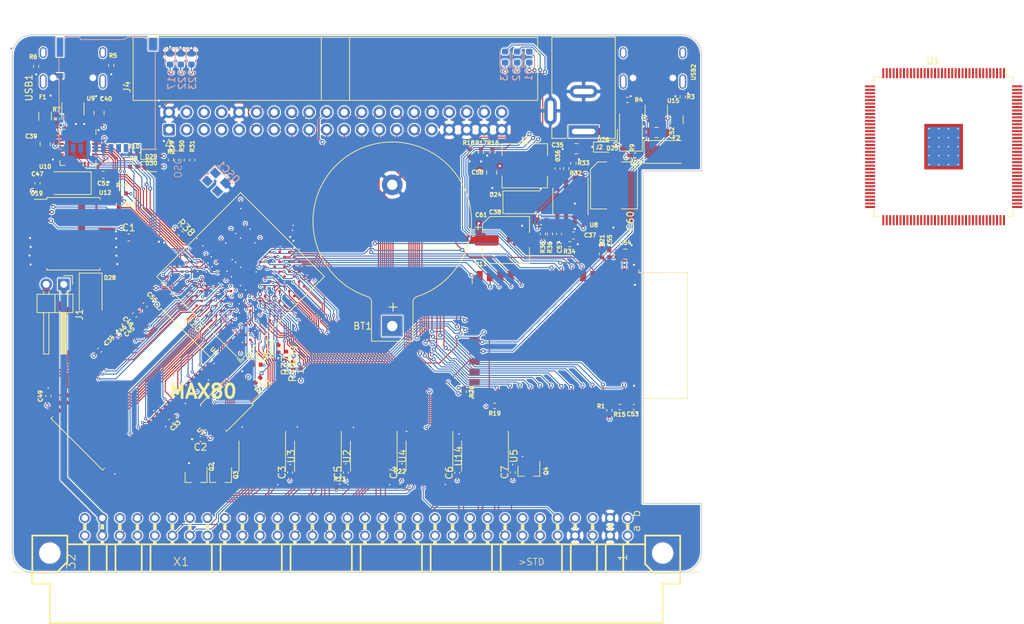
<source format=kicad_pcb>
(kicad_pcb (version 20171130) (host pcbnew 5.1.9-73d0e3b20d~88~ubuntu20.04.1)

  (general
    (thickness 1.6)
    (drawings 16)
    (tracks 3216)
    (zones 0)
    (modules 110)
    (nets 230)
  )

  (page A4)
  (title_block
    (title MAX80)
    (date 2021-01-31)
    (rev 0.01)
    (company "No name")
  )

  (layers
    (0 F.Cu signal)
    (1 In1.Cu power)
    (2 In2.Cu signal)
    (3 In3.Cu signal)
    (4 In4.Cu power)
    (31 B.Cu signal)
    (32 B.Adhes user)
    (33 F.Adhes user)
    (34 B.Paste user)
    (35 F.Paste user)
    (36 B.SilkS user)
    (37 F.SilkS user)
    (38 B.Mask user)
    (39 F.Mask user)
    (40 Dwgs.User user)
    (41 Cmts.User user)
    (42 Eco1.User user)
    (43 Eco2.User user)
    (44 Edge.Cuts user)
    (45 Margin user)
    (46 B.CrtYd user)
    (47 F.CrtYd user)
    (48 B.Fab user)
    (49 F.Fab user)
  )

  (setup
    (last_trace_width 0.15)
    (user_trace_width 0.15)
    (user_trace_width 0.3)
    (user_trace_width 0.5)
    (trace_clearance 0.15)
    (zone_clearance 0.15)
    (zone_45_only no)
    (trace_min 0.15)
    (via_size 0.6)
    (via_drill 0.3)
    (via_min_size 0.45)
    (via_min_drill 0.2)
    (user_via 0.45 0.2)
    (uvia_size 0.3)
    (uvia_drill 0.1)
    (uvias_allowed yes)
    (uvia_min_size 0.2)
    (uvia_min_drill 0.1)
    (edge_width 0.15)
    (segment_width 0.3)
    (pcb_text_width 0.3)
    (pcb_text_size 1.5 1.5)
    (mod_edge_width 0.15)
    (mod_text_size 1 1)
    (mod_text_width 0.15)
    (pad_size 2.6 1.6)
    (pad_drill 0)
    (pad_to_mask_clearance 0)
    (aux_axis_origin 0 0)
    (visible_elements FFFFFF7F)
    (pcbplotparams
      (layerselection 0x010fc_ffffffff)
      (usegerberextensions false)
      (usegerberattributes true)
      (usegerberadvancedattributes true)
      (creategerberjobfile true)
      (excludeedgelayer true)
      (linewidth 0.100000)
      (plotframeref false)
      (viasonmask false)
      (mode 1)
      (useauxorigin false)
      (hpglpennumber 1)
      (hpglpenspeed 20)
      (hpglpendiameter 15.000000)
      (psnegative false)
      (psa4output false)
      (plotreference true)
      (plotvalue true)
      (plotinvisibletext false)
      (padsonsilk false)
      (subtractmaskfromsilk false)
      (outputformat 1)
      (mirror false)
      (drillshape 0)
      (scaleselection 1)
      (outputdirectory "abc80_gerber"))
  )

  (net 0 "")
  (net 1 VCC_ONE)
  (net 2 GND)
  (net 3 CLK0n)
  (net 4 +5V)
  (net 5 "Net-(R5-Pad2)")
  (net 6 "Net-(R6-Pad2)")
  (net 7 "Net-(R7-Pad1)")
  (net 8 "Net-(U10-Pad5)")
  (net 9 "Net-(U10-Pad4)")
  (net 10 "Net-(U9-Pad4)")
  (net 11 "Net-(U9-Pad6)")
  (net 12 "Net-(USB1-Pad13)")
  (net 13 "Net-(BT1-Pad1)")
  (net 14 /A4)
  (net 15 /A3)
  (net 16 /A2)
  (net 17 /A1)
  (net 18 /A0)
  (net 19 /IO0)
  (net 20 /IO3)
  (net 21 /IO4)
  (net 22 /IO5)
  (net 23 /IO6)
  (net 24 /IO7)
  (net 25 /A11)
  (net 26 /IO9)
  (net 27 /A8)
  (net 28 /A7)
  (net 29 /A6)
  (net 30 /A5)
  (net 31 /A9)
  (net 32 /A10)
  (net 33 /A12)
  (net 34 /IO8)
  (net 35 /IO10)
  (net 36 /IO11)
  (net 37 /IO12)
  (net 38 /IO13)
  (net 39 /IO14)
  (net 40 /IO15)
  (net 41 /abc80bus/D7)
  (net 42 /abc80bus/D6)
  (net 43 /abc80bus/D5)
  (net 44 /abc80bus/D4)
  (net 45 /abc80bus/D3)
  (net 46 /abc80bus/D2)
  (net 47 /abc80bus/D1)
  (net 48 /abc80bus/D0)
  (net 49 /abc80bus/A8)
  (net 50 /abc80bus/A9)
  (net 51 /abc80bus/A10)
  (net 52 /abc80bus/A11)
  (net 53 /abc80bus/A12)
  (net 54 /abc80bus/A13)
  (net 55 /abc80bus/A14)
  (net 56 /abc80bus/A15)
  (net 57 /abc80bus/A7)
  (net 58 /abc80bus/A6)
  (net 59 /abc80bus/A5)
  (net 60 /abc80bus/A4)
  (net 61 /abc80bus/A3)
  (net 62 /abc80bus/A2)
  (net 63 /abc80bus/A1)
  (net 64 /abc80bus/A0)
  (net 65 /IO1)
  (net 66 /IO2)
  (net 67 /32KHZ)
  (net 68 /RTC_INT)
  (net 69 /abc80bus/ABC5V)
  (net 70 /SD_DAT1)
  (net 71 /SD_DAT3)
  (net 72 /SD_CMD)
  (net 73 /SD_CLK)
  (net 74 /SD_DAT0)
  (net 75 FPGA_TDI)
  (net 76 FPGA_TMS)
  (net 77 FPGA_TDO)
  (net 78 FPGA_TCK)
  (net 79 ABC_CLK_5)
  (net 80 /FPGA_SCL)
  (net 81 /FPGA_SDA)
  (net 82 FPGA_SPI_CLK)
  (net 83 FGPA_SPI_CS_ESP32)
  (net 84 INT_ESP32)
  (net 85 "Net-(C53-Pad1)")
  (net 86 "Net-(F2-Pad2)")
  (net 87 ESP32_TDO)
  (net 88 ESP32_TCK)
  (net 89 ESP32_TMS)
  (net 90 ESP32_IO0)
  (net 91 ESP32_RXD)
  (net 92 ESP32_TXD)
  (net 93 ESP32_EN)
  (net 94 "Net-(R3-Pad2)")
  (net 95 "Net-(R4-Pad2)")
  (net 96 /ESP32/USB_D-)
  (net 97 /ESP32/USB_D+)
  (net 98 ESP32_TDI)
  (net 99 "Net-(U15-Pad6)")
  (net 100 "Net-(U15-Pad4)")
  (net 101 "Net-(USB2-Pad13)")
  (net 102 "Net-(D1-Pad2)")
  (net 103 "Net-(D1-Pad1)")
  (net 104 "Net-(D2-Pad2)")
  (net 105 "Net-(D2-Pad1)")
  (net 106 "Net-(D3-Pad2)")
  (net 107 "Net-(D3-Pad1)")
  (net 108 ESP32_SCL)
  (net 109 ESP32_SDA)
  (net 110 ESP32_CS2)
  (net 111 ESP32_CS0)
  (net 112 ESP32_MISO)
  (net 113 ESP32_SCK)
  (net 114 ESP32_MOSI)
  (net 115 ESP32_CS1)
  (net 116 /FPGA_USB_TXD)
  (net 117 /FPGA_USB_RXD)
  (net 118 /abc80bus/~CS)
  (net 119 /abc80bus/~C4)
  (net 120 /abc80bus/~C3)
  (net 121 /abc80bus/~C2)
  (net 122 /abc80bus/~C1)
  (net 123 /abc80bus/~OUT)
  (net 124 /abc80bus/~RST)
  (net 125 /abc80bus/~XMEMFL)
  (net 126 /abc80bus/~INP)
  (net 127 /abc80bus/~STATUS)
  (net 128 /abc80bus/~XINPSTB)
  (net 129 /abc80bus/~XOUTSTB)
  (net 130 AD0)
  (net 131 AD1)
  (net 132 AD2)
  (net 133 AD3)
  (net 134 AD4)
  (net 135 AD5)
  (net 136 AD6)
  (net 137 AD7)
  (net 138 /abc80bus/~RESIN)
  (net 139 /FPGA_LED1)
  (net 140 /FPGA_LED2)
  (net 141 /FPGA_LED3)
  (net 142 "Net-(D17-Pad2)")
  (net 143 "Net-(D22-Pad2)")
  (net 144 "Net-(D23-Pad2)")
  (net 145 FPGA_GPIO3)
  (net 146 FPGA_GPIO2)
  (net 147 FPGA_GPIO1)
  (net 148 FPGA_GPIO0)
  (net 149 FPGA_GPIO5)
  (net 150 FPGA_GPIO4)
  (net 151 "Net-(C36-Pad1)")
  (net 152 "Net-(C37-Pad2)")
  (net 153 "Net-(C37-Pad1)")
  (net 154 "Net-(C38-Pad2)")
  (net 155 "Net-(R32-Pad2)")
  (net 156 "Net-(R35-Pad2)")
  (net 157 "Net-(C38-Pad1)")
  (net 158 /abc80bus/READY)
  (net 159 /abc80bus/~NMI)
  (net 160 ~FPGA_READY)
  (net 161 FPGA_NMI)
  (net 162 "Net-(D26-Pad2)")
  (net 163 FPGA_RESIN)
  (net 164 /DQMH)
  (net 165 /CLK)
  (net 166 /CKE)
  (net 167 /BA1)
  (net 168 /BA0)
  (net 169 /DQML)
  (net 170 "Net-(D28-Pad2)")
  (net 171 "Net-(D25-Pad2)")
  (net 172 "Net-(F1-Pad2)")
  (net 173 /FPGA_USB_RTS)
  (net 174 /FPGA_USB_CTS)
  (net 175 /FPGA_USB_DTR)
  (net 176 "Net-(C39-Pad1)")
  (net 177 "Net-(C52-Pad1)")
  (net 178 /WE#)
  (net 179 /CAS#)
  (net 180 /RAS#)
  (net 181 /CS#)
  (net 182 "Net-(D29-Pad1)")
  (net 183 "Net-(D30-Pad1)")
  (net 184 +3V3)
  (net 185 +2V5)
  (net 186 +1V2)
  (net 187 "Net-(R13-Pad1)")
  (net 188 "Net-(R37-Pad2)")
  (net 189 "Net-(R38-Pad2)")
  (net 190 "Net-(R41-Pad2)")
  (net 191 DATA0)
  (net 192 ~CS_ABC_3V3)
  (net 193 ~OUT_ABC_3V3)
  (net 194 AD8)
  (net 195 ~C1_ABC_3V3)
  (net 196 AD9)
  (net 197 ~C2_ABC_3V3)
  (net 198 AD10)
  (net 199 ~C3_ABC_3V3)
  (net 200 ~C4_ABC_3V3)
  (net 201 AD11)
  (net 202 AD12)
  (net 203 AD13)
  (net 204 AD14)
  (net 205 AD15)
  (net 206 DLCK)
  (net 207 ASD0)
  (net 208 nCE0)
  (net 209 ~INP_ABC_3V3)
  (net 210 ~STATUS_ABC_3V3)
  (net 211 DD0)
  (net 212 DD1)
  (net 213 DD2)
  (net 214 DD3)
  (net 215 DD4)
  (net 216 DD5)
  (net 217 DD6)
  (net 218 DD7)
  (net 219 DD8)
  (net 220 ~XOUTSTB_ABC_3V3)
  (net 221 ~RST_ABC_3V3)
  (net 222 ~XIN_ABC_3V3)
  (net 223 ~XOUT_ABC_3V3)
  (net 224 ~XMEMFL_ABC_3V3)
  (net 225 ~XINPSTB_ABC_3V3)
  (net 226 ABC_CLK_3V3)
  (net 227 DD9)
  (net 228 FPGA_SPI_MOSI)
  (net 229 FPGA_SPI_MISO)

  (net_class Default "This is the default net class."
    (clearance 0.15)
    (trace_width 0.15)
    (via_dia 0.6)
    (via_drill 0.3)
    (uvia_dia 0.3)
    (uvia_drill 0.1)
    (add_net +1V2)
    (add_net +2V5)
    (add_net +3V3)
    (add_net +5V)
    (add_net /32KHZ)
    (add_net /A0)
    (add_net /A1)
    (add_net /A10)
    (add_net /A11)
    (add_net /A12)
    (add_net /A2)
    (add_net /A3)
    (add_net /A4)
    (add_net /A5)
    (add_net /A6)
    (add_net /A7)
    (add_net /A8)
    (add_net /A9)
    (add_net /BA0)
    (add_net /BA1)
    (add_net /CAS#)
    (add_net /CKE)
    (add_net /CLK)
    (add_net /CS#)
    (add_net /DQMH)
    (add_net /DQML)
    (add_net /ESP32/USB_D+)
    (add_net /ESP32/USB_D-)
    (add_net /FPGA_LED1)
    (add_net /FPGA_LED2)
    (add_net /FPGA_LED3)
    (add_net /FPGA_SCL)
    (add_net /FPGA_SDA)
    (add_net /FPGA_USB_CTS)
    (add_net /FPGA_USB_DTR)
    (add_net /FPGA_USB_RTS)
    (add_net /FPGA_USB_RXD)
    (add_net /FPGA_USB_TXD)
    (add_net /IO0)
    (add_net /IO1)
    (add_net /IO10)
    (add_net /IO11)
    (add_net /IO12)
    (add_net /IO13)
    (add_net /IO14)
    (add_net /IO15)
    (add_net /IO2)
    (add_net /IO3)
    (add_net /IO4)
    (add_net /IO5)
    (add_net /IO6)
    (add_net /IO7)
    (add_net /IO8)
    (add_net /IO9)
    (add_net /RAS#)
    (add_net /RTC_INT)
    (add_net /SD_CLK)
    (add_net /SD_CMD)
    (add_net /SD_DAT0)
    (add_net /SD_DAT1)
    (add_net /SD_DAT3)
    (add_net /WE#)
    (add_net /abc80bus/A0)
    (add_net /abc80bus/A1)
    (add_net /abc80bus/A10)
    (add_net /abc80bus/A11)
    (add_net /abc80bus/A12)
    (add_net /abc80bus/A13)
    (add_net /abc80bus/A14)
    (add_net /abc80bus/A15)
    (add_net /abc80bus/A2)
    (add_net /abc80bus/A3)
    (add_net /abc80bus/A4)
    (add_net /abc80bus/A5)
    (add_net /abc80bus/A6)
    (add_net /abc80bus/A7)
    (add_net /abc80bus/A8)
    (add_net /abc80bus/A9)
    (add_net /abc80bus/ABC5V)
    (add_net /abc80bus/D0)
    (add_net /abc80bus/D1)
    (add_net /abc80bus/D2)
    (add_net /abc80bus/D3)
    (add_net /abc80bus/D4)
    (add_net /abc80bus/D5)
    (add_net /abc80bus/D6)
    (add_net /abc80bus/D7)
    (add_net /abc80bus/READY)
    (add_net /abc80bus/~C1)
    (add_net /abc80bus/~C2)
    (add_net /abc80bus/~C3)
    (add_net /abc80bus/~C4)
    (add_net /abc80bus/~CS)
    (add_net /abc80bus/~INP)
    (add_net /abc80bus/~NMI)
    (add_net /abc80bus/~OUT)
    (add_net /abc80bus/~RESIN)
    (add_net /abc80bus/~RST)
    (add_net /abc80bus/~STATUS)
    (add_net /abc80bus/~XINPSTB)
    (add_net /abc80bus/~XMEMFL)
    (add_net /abc80bus/~XOUTSTB)
    (add_net ABC_CLK_3V3)
    (add_net ABC_CLK_5)
    (add_net AD0)
    (add_net AD1)
    (add_net AD10)
    (add_net AD11)
    (add_net AD12)
    (add_net AD13)
    (add_net AD14)
    (add_net AD15)
    (add_net AD2)
    (add_net AD3)
    (add_net AD4)
    (add_net AD5)
    (add_net AD6)
    (add_net AD7)
    (add_net AD8)
    (add_net AD9)
    (add_net ASD0)
    (add_net CLK0n)
    (add_net DATA0)
    (add_net DD0)
    (add_net DD1)
    (add_net DD2)
    (add_net DD3)
    (add_net DD4)
    (add_net DD5)
    (add_net DD6)
    (add_net DD7)
    (add_net DD8)
    (add_net DD9)
    (add_net DLCK)
    (add_net ESP32_CS0)
    (add_net ESP32_CS1)
    (add_net ESP32_CS2)
    (add_net ESP32_EN)
    (add_net ESP32_IO0)
    (add_net ESP32_MISO)
    (add_net ESP32_MOSI)
    (add_net ESP32_RXD)
    (add_net ESP32_SCK)
    (add_net ESP32_SCL)
    (add_net ESP32_SDA)
    (add_net ESP32_TCK)
    (add_net ESP32_TDI)
    (add_net ESP32_TDO)
    (add_net ESP32_TMS)
    (add_net ESP32_TXD)
    (add_net FGPA_SPI_CS_ESP32)
    (add_net FPGA_GPIO0)
    (add_net FPGA_GPIO1)
    (add_net FPGA_GPIO2)
    (add_net FPGA_GPIO3)
    (add_net FPGA_GPIO4)
    (add_net FPGA_GPIO5)
    (add_net FPGA_NMI)
    (add_net FPGA_RESIN)
    (add_net FPGA_SPI_CLK)
    (add_net FPGA_SPI_MISO)
    (add_net FPGA_SPI_MOSI)
    (add_net FPGA_TCK)
    (add_net FPGA_TDI)
    (add_net FPGA_TDO)
    (add_net FPGA_TMS)
    (add_net GND)
    (add_net INT_ESP32)
    (add_net "Net-(BT1-Pad1)")
    (add_net "Net-(C36-Pad1)")
    (add_net "Net-(C37-Pad1)")
    (add_net "Net-(C37-Pad2)")
    (add_net "Net-(C38-Pad1)")
    (add_net "Net-(C38-Pad2)")
    (add_net "Net-(C39-Pad1)")
    (add_net "Net-(C52-Pad1)")
    (add_net "Net-(C53-Pad1)")
    (add_net "Net-(D1-Pad1)")
    (add_net "Net-(D1-Pad2)")
    (add_net "Net-(D17-Pad2)")
    (add_net "Net-(D2-Pad1)")
    (add_net "Net-(D2-Pad2)")
    (add_net "Net-(D22-Pad2)")
    (add_net "Net-(D23-Pad2)")
    (add_net "Net-(D25-Pad2)")
    (add_net "Net-(D26-Pad2)")
    (add_net "Net-(D28-Pad2)")
    (add_net "Net-(D29-Pad1)")
    (add_net "Net-(D3-Pad1)")
    (add_net "Net-(D3-Pad2)")
    (add_net "Net-(D30-Pad1)")
    (add_net "Net-(F1-Pad2)")
    (add_net "Net-(F2-Pad2)")
    (add_net "Net-(R13-Pad1)")
    (add_net "Net-(R3-Pad2)")
    (add_net "Net-(R32-Pad2)")
    (add_net "Net-(R35-Pad2)")
    (add_net "Net-(R37-Pad2)")
    (add_net "Net-(R38-Pad2)")
    (add_net "Net-(R4-Pad2)")
    (add_net "Net-(R41-Pad2)")
    (add_net "Net-(R5-Pad2)")
    (add_net "Net-(R6-Pad2)")
    (add_net "Net-(R7-Pad1)")
    (add_net "Net-(U10-Pad4)")
    (add_net "Net-(U10-Pad5)")
    (add_net "Net-(U15-Pad4)")
    (add_net "Net-(U15-Pad6)")
    (add_net "Net-(U9-Pad4)")
    (add_net "Net-(U9-Pad6)")
    (add_net "Net-(USB1-Pad13)")
    (add_net "Net-(USB2-Pad13)")
    (add_net VCC_ONE)
    (add_net nCE0)
    (add_net ~C1_ABC_3V3)
    (add_net ~C2_ABC_3V3)
    (add_net ~C3_ABC_3V3)
    (add_net ~C4_ABC_3V3)
    (add_net ~CS_ABC_3V3)
    (add_net ~FPGA_READY)
    (add_net ~INP_ABC_3V3)
    (add_net ~OUT_ABC_3V3)
    (add_net ~RST_ABC_3V3)
    (add_net ~STATUS_ABC_3V3)
    (add_net ~XINPSTB_ABC_3V3)
    (add_net ~XIN_ABC_3V3)
    (add_net ~XMEMFL_ABC_3V3)
    (add_net ~XOUTSTB_ABC_3V3)
    (add_net ~XOUT_ABC_3V3)
  )

  (module Package_BGA:BGA-256_17.0x17.0mm_Layout16x16_P1.0mm_Ball0.5mm_Pad0.4mm_NSMD (layer F.Cu) (tedit 5A058D74) (tstamp 60445A7B)
    (at 85.625 136.085 135)
    (descr "BGA-256, dimensions: https://www.xilinx.com/support/documentation/package_specs/ft256.pdf, design rules: https://www.xilinx.com/support/documentation/user_guides/ug1099-bga-device-design-rules.pdf")
    (tags BGA-256)
    (path /60549765)
    (attr smd)
    (fp_text reference U13 (at 0 -9.6 135) (layer F.SilkS)
      (effects (font (size 1 1) (thickness 0.15)))
    )
    (fp_text value EP4CE15F17C8N (at 0 9.7 135) (layer F.Fab)
      (effects (font (size 1 1) (thickness 0.15)))
    )
    (fp_line (start 9.5 9.5) (end -9.5 9.5) (layer F.CrtYd) (width 0.05))
    (fp_line (start 9.5 9.5) (end 9.5 -9.5) (layer F.CrtYd) (width 0.05))
    (fp_line (start -9.5 -9.5) (end -9.5 9.5) (layer F.CrtYd) (width 0.05))
    (fp_line (start -9.5 -9.5) (end 9.5 -9.5) (layer F.CrtYd) (width 0.05))
    (fp_line (start -8.5 -8) (end -8.5 8.5) (layer F.Fab) (width 0.1))
    (fp_line (start -8 -8.5) (end -8.5 -8) (layer F.Fab) (width 0.1))
    (fp_line (start 8.5 -8.5) (end -8 -8.5) (layer F.Fab) (width 0.1))
    (fp_line (start 8.5 8.5) (end 8.5 -8.5) (layer F.Fab) (width 0.1))
    (fp_line (start -8.5 8.5) (end 8.5 8.5) (layer F.Fab) (width 0.1))
    (fp_line (start 8.6 8.6) (end 8.6 -8.6) (layer F.SilkS) (width 0.12))
    (fp_line (start -8.6 8.6) (end 8.6 8.6) (layer F.SilkS) (width 0.12))
    (fp_line (start -8.6 -8.6) (end -8.6 8.6) (layer F.SilkS) (width 0.12))
    (fp_line (start 8.6 -8.6) (end -8.6 -8.6) (layer F.SilkS) (width 0.12))
    (fp_line (start -8.8 -8.8) (end -8.8 -8.1) (layer F.SilkS) (width 0.12))
    (fp_line (start -8.1 -8.8) (end -8.8 -8.8) (layer F.SilkS) (width 0.12))
    (fp_text user %R (at 0 0 135) (layer F.Fab)
      (effects (font (size 1 1) (thickness 0.15)))
    )
    (pad H16 smd circle (at 7.5 -0.5 135) (size 0.4 0.4) (layers F.Cu F.Paste F.Mask)
      (net 2 GND))
    (pad J16 smd circle (at 7.5 0.5 135) (size 0.4 0.4) (layers F.Cu F.Paste F.Mask)
      (net 140 /FPGA_LED2))
    (pad K16 smd circle (at 7.5 1.5 135) (size 0.4 0.4) (layers F.Cu F.Paste F.Mask))
    (pad L16 smd circle (at 7.5 2.5 135) (size 0.4 0.4) (layers F.Cu F.Paste F.Mask))
    (pad M16 smd circle (at 7.5 3.5 135) (size 0.4 0.4) (layers F.Cu F.Paste F.Mask))
    (pad N16 smd circle (at 7.5 4.5 135) (size 0.4 0.4) (layers F.Cu F.Paste F.Mask))
    (pad P16 smd circle (at 7.5 5.5 135) (size 0.4 0.4) (layers F.Cu F.Paste F.Mask))
    (pad R16 smd circle (at 7.5 6.5 135) (size 0.4 0.4) (layers F.Cu F.Paste F.Mask))
    (pad T16 smd circle (at 7.5 7.5 135) (size 0.4 0.4) (layers F.Cu F.Paste F.Mask)
      (net 186 +1V2))
    (pad N12 smd circle (at 3.5 4.5 135) (size 0.4 0.4) (layers F.Cu F.Paste F.Mask))
    (pad M12 smd circle (at 3.5 3.5 135) (size 0.4 0.4) (layers F.Cu F.Paste F.Mask)
      (net 2 GND))
    (pad L12 smd circle (at 3.5 2.5 135) (size 0.4 0.4) (layers F.Cu F.Paste F.Mask)
      (net 185 +2V5))
    (pad K12 smd circle (at 3.5 1.5 135) (size 0.4 0.4) (layers F.Cu F.Paste F.Mask))
    (pad K11 smd circle (at 2.5 1.5 135) (size 0.4 0.4) (layers F.Cu F.Paste F.Mask)
      (net 186 +1V2))
    (pad L11 smd circle (at 2.5 2.5 135) (size 0.4 0.4) (layers F.Cu F.Paste F.Mask))
    (pad M11 smd circle (at 2.5 3.5 135) (size 0.4 0.4) (layers F.Cu F.Paste F.Mask))
    (pad N11 smd circle (at 2.5 4.5 135) (size 0.4 0.4) (layers F.Cu F.Paste F.Mask))
    (pad T15 smd circle (at 6.5 7.5 135) (size 0.4 0.4) (layers F.Cu F.Paste F.Mask))
    (pad R15 smd circle (at 6.5 6.5 135) (size 0.4 0.4) (layers F.Cu F.Paste F.Mask)
      (net 2 GND))
    (pad P15 smd circle (at 6.5 5.5 135) (size 0.4 0.4) (layers F.Cu F.Paste F.Mask))
    (pad N15 smd circle (at 6.5 4.5 135) (size 0.4 0.4) (layers F.Cu F.Paste F.Mask))
    (pad M15 smd circle (at 6.5 3.5 135) (size 0.4 0.4) (layers F.Cu F.Paste F.Mask))
    (pad L15 smd circle (at 6.5 2.5 135) (size 0.4 0.4) (layers F.Cu F.Paste F.Mask))
    (pad K15 smd circle (at 6.5 1.5 135) (size 0.4 0.4) (layers F.Cu F.Paste F.Mask))
    (pad J15 smd circle (at 6.5 0.5 135) (size 0.4 0.4) (layers F.Cu F.Paste F.Mask)
      (net 139 /FPGA_LED1))
    (pad H15 smd circle (at 6.5 -0.5 135) (size 0.4 0.4) (layers F.Cu F.Paste F.Mask)
      (net 2 GND))
    (pad H14 smd circle (at 5.5 -0.5 135) (size 0.4 0.4) (layers F.Cu F.Paste F.Mask)
      (net 189 "Net-(R38-Pad2)"))
    (pad J14 smd circle (at 5.5 0.5 135) (size 0.4 0.4) (layers F.Cu F.Paste F.Mask)
      (net 141 /FPGA_LED3))
    (pad K14 smd circle (at 5.5 1.5 135) (size 0.4 0.4) (layers F.Cu F.Paste F.Mask)
      (net 186 +1V2))
    (pad L14 smd circle (at 5.5 2.5 135) (size 0.4 0.4) (layers F.Cu F.Paste F.Mask))
    (pad M14 smd circle (at 5.5 3.5 135) (size 0.4 0.4) (layers F.Cu F.Paste F.Mask)
      (net 186 +1V2))
    (pad N14 smd circle (at 5.5 4.5 135) (size 0.4 0.4) (layers F.Cu F.Paste F.Mask))
    (pad P14 smd circle (at 5.5 5.5 135) (size 0.4 0.4) (layers F.Cu F.Paste F.Mask))
    (pad R14 smd circle (at 5.5 6.5 135) (size 0.4 0.4) (layers F.Cu F.Paste F.Mask))
    (pad T14 smd circle (at 5.5 7.5 135) (size 0.4 0.4) (layers F.Cu F.Paste F.Mask))
    (pad N10 smd circle (at 1.5 4.5 135) (size 0.4 0.4) (layers F.Cu F.Paste F.Mask)
      (net 2 GND))
    (pad M10 smd circle (at 1.5 3.5 135) (size 0.4 0.4) (layers F.Cu F.Paste F.Mask))
    (pad L10 smd circle (at 1.5 2.5 135) (size 0.4 0.4) (layers F.Cu F.Paste F.Mask))
    (pad K10 smd circle (at 1.5 1.5 135) (size 0.4 0.4) (layers F.Cu F.Paste F.Mask))
    (pad K9 smd circle (at 0.5 1.5 135) (size 0.4 0.4) (layers F.Cu F.Paste F.Mask))
    (pad L9 smd circle (at 0.5 2.5 135) (size 0.4 0.4) (layers F.Cu F.Paste F.Mask))
    (pad M9 smd circle (at 0.5 3.5 135) (size 0.4 0.4) (layers F.Cu F.Paste F.Mask))
    (pad N9 smd circle (at 0.5 4.5 135) (size 0.4 0.4) (layers F.Cu F.Paste F.Mask))
    (pad T13 smd circle (at 4.5 7.5 135) (size 0.4 0.4) (layers F.Cu F.Paste F.Mask))
    (pad R13 smd circle (at 4.5 6.5 135) (size 0.4 0.4) (layers F.Cu F.Paste F.Mask))
    (pad P13 smd circle (at 4.5 5.5 135) (size 0.4 0.4) (layers F.Cu F.Paste F.Mask)
      (net 186 +1V2))
    (pad N13 smd circle (at 4.5 4.5 135) (size 0.4 0.4) (layers F.Cu F.Paste F.Mask))
    (pad M13 smd circle (at 4.5 3.5 135) (size 0.4 0.4) (layers F.Cu F.Paste F.Mask)
      (net 2 GND))
    (pad L13 smd circle (at 4.5 2.5 135) (size 0.4 0.4) (layers F.Cu F.Paste F.Mask))
    (pad K13 smd circle (at 4.5 1.5 135) (size 0.4 0.4) (layers F.Cu F.Paste F.Mask)
      (net 2 GND))
    (pad J13 smd circle (at 4.5 0.5 135) (size 0.4 0.4) (layers F.Cu F.Paste F.Mask))
    (pad H13 smd circle (at 4.5 -0.5 135) (size 0.4 0.4) (layers F.Cu F.Paste F.Mask)
      (net 2 GND))
    (pad J12 smd circle (at 3.5 0.5 135) (size 0.4 0.4) (layers F.Cu F.Paste F.Mask))
    (pad J11 smd circle (at 2.5 0.5 135) (size 0.4 0.4) (layers F.Cu F.Paste F.Mask)
      (net 2 GND))
    (pad J10 smd circle (at 1.5 0.5 135) (size 0.4 0.4) (layers F.Cu F.Paste F.Mask)
      (net 2 GND))
    (pad H12 smd circle (at 3.5 -0.5 135) (size 0.4 0.4) (layers F.Cu F.Paste F.Mask)
      (net 184 +3V3))
    (pad H11 smd circle (at 2.5 -0.5 135) (size 0.4 0.4) (layers F.Cu F.Paste F.Mask)
      (net 186 +1V2))
    (pad H10 smd circle (at 1.5 -0.5 135) (size 0.4 0.4) (layers F.Cu F.Paste F.Mask)
      (net 2 GND))
    (pad H9 smd circle (at 0.5 -0.5 135) (size 0.4 0.4) (layers F.Cu F.Paste F.Mask)
      (net 2 GND))
    (pad T12 smd circle (at 3.5 7.5 135) (size 0.4 0.4) (layers F.Cu F.Paste F.Mask))
    (pad R12 smd circle (at 3.5 6.5 135) (size 0.4 0.4) (layers F.Cu F.Paste F.Mask))
    (pad G9 smd circle (at 0.5 -1.5 135) (size 0.4 0.4) (layers F.Cu F.Paste F.Mask)
      (net 186 +1V2))
    (pad G10 smd circle (at 1.5 -1.5 135) (size 0.4 0.4) (layers F.Cu F.Paste F.Mask)
      (net 186 +1V2))
    (pad G11 smd circle (at 2.5 -1.5 135) (size 0.4 0.4) (layers F.Cu F.Paste F.Mask)
      (net 70 /SD_DAT1))
    (pad G12 smd circle (at 3.5 -1.5 135) (size 0.4 0.4) (layers F.Cu F.Paste F.Mask)
      (net 2 GND))
    (pad J9 smd circle (at 0.5 0.5 135) (size 0.4 0.4) (layers F.Cu F.Paste F.Mask)
      (net 2 GND))
    (pad F12 smd circle (at 3.5 -2.5 135) (size 0.4 0.4) (layers F.Cu F.Paste F.Mask)
      (net 185 +2V5))
    (pad F11 smd circle (at 2.5 -2.5 135) (size 0.4 0.4) (layers F.Cu F.Paste F.Mask)
      (net 186 +1V2))
    (pad F10 smd circle (at 1.5 -2.5 135) (size 0.4 0.4) (layers F.Cu F.Paste F.Mask)
      (net 2 GND))
    (pad F9 smd circle (at 0.5 -2.5 135) (size 0.4 0.4) (layers F.Cu F.Paste F.Mask)
      (net 178 /WE#))
    (pad P12 smd circle (at 3.5 5.5 135) (size 0.4 0.4) (layers F.Cu F.Paste F.Mask)
      (net 2 GND))
    (pad E12 smd circle (at 3.5 -3.5 135) (size 0.4 0.4) (layers F.Cu F.Paste F.Mask)
      (net 2 GND))
    (pad E11 smd circle (at 2.5 -3.5 135) (size 0.4 0.4) (layers F.Cu F.Paste F.Mask)
      (net 65 /IO1))
    (pad E10 smd circle (at 1.5 -3.5 135) (size 0.4 0.4) (layers F.Cu F.Paste F.Mask)
      (net 169 /DQML))
    (pad E9 smd circle (at 0.5 -3.5 135) (size 0.4 0.4) (layers F.Cu F.Paste F.Mask)
      (net 179 /CAS#))
    (pad N8 smd circle (at -0.5 4.5 135) (size 0.4 0.4) (layers F.Cu F.Paste F.Mask)
      (net 83 FGPA_SPI_CS_ESP32))
    (pad T11 smd circle (at 2.5 7.5 135) (size 0.4 0.4) (layers F.Cu F.Paste F.Mask))
    (pad T10 smd circle (at 1.5 7.5 135) (size 0.4 0.4) (layers F.Cu F.Paste F.Mask))
    (pad T9 smd circle (at 0.5 7.5 135) (size 0.4 0.4) (layers F.Cu F.Paste F.Mask)
      (net 147 FPGA_GPIO1))
    (pad T8 smd circle (at -0.5 7.5 135) (size 0.4 0.4) (layers F.Cu F.Paste F.Mask)
      (net 226 ABC_CLK_3V3))
    (pad T7 smd circle (at -1.5 7.5 135) (size 0.4 0.4) (layers F.Cu F.Paste F.Mask)
      (net 150 FPGA_GPIO4))
    (pad R11 smd circle (at 2.5 6.5 135) (size 0.4 0.4) (layers F.Cu F.Paste F.Mask))
    (pad R10 smd circle (at 1.5 6.5 135) (size 0.4 0.4) (layers F.Cu F.Paste F.Mask))
    (pad R9 smd circle (at 0.5 6.5 135) (size 0.4 0.4) (layers F.Cu F.Paste F.Mask))
    (pad R8 smd circle (at -0.5 6.5 135) (size 0.4 0.4) (layers F.Cu F.Paste F.Mask)
      (net 145 FPGA_GPIO3))
    (pad R7 smd circle (at -1.5 6.5 135) (size 0.4 0.4) (layers F.Cu F.Paste F.Mask)
      (net 149 FPGA_GPIO5))
    (pad P7 smd circle (at -1.5 5.5 135) (size 0.4 0.4) (layers F.Cu F.Paste F.Mask)
      (net 186 +1V2))
    (pad P8 smd circle (at -0.5 5.5 135) (size 0.4 0.4) (layers F.Cu F.Paste F.Mask)
      (net 84 INT_ESP32))
    (pad P9 smd circle (at 0.5 5.5 135) (size 0.4 0.4) (layers F.Cu F.Paste F.Mask))
    (pad P10 smd circle (at 1.5 5.5 135) (size 0.4 0.4) (layers F.Cu F.Paste F.Mask)
      (net 186 +1V2))
    (pad P11 smd circle (at 2.5 5.5 135) (size 0.4 0.4) (layers F.Cu F.Paste F.Mask))
    (pad N7 smd circle (at -1.5 4.5 135) (size 0.4 0.4) (layers F.Cu F.Paste F.Mask)
      (net 2 GND))
    (pad N6 smd circle (at -2.5 4.5 135) (size 0.4 0.4) (layers F.Cu F.Paste F.Mask))
    (pad N5 smd circle (at -3.5 4.5 135) (size 0.4 0.4) (layers F.Cu F.Paste F.Mask)
      (net 213 DD2))
    (pad M8 smd circle (at -0.5 3.5 135) (size 0.4 0.4) (layers F.Cu F.Paste F.Mask)
      (net 228 FPGA_SPI_MOSI))
    (pad T6 smd circle (at -2.5 7.5 135) (size 0.4 0.4) (layers F.Cu F.Paste F.Mask)
      (net 146 FPGA_GPIO2))
    (pad T5 smd circle (at -3.5 7.5 135) (size 0.4 0.4) (layers F.Cu F.Paste F.Mask)
      (net 227 DD9))
    (pad R6 smd circle (at -2.5 6.5 135) (size 0.4 0.4) (layers F.Cu F.Paste F.Mask)
      (net 163 FPGA_RESIN))
    (pad R5 smd circle (at -3.5 6.5 135) (size 0.4 0.4) (layers F.Cu F.Paste F.Mask)
      (net 219 DD8))
    (pad P6 smd circle (at -2.5 5.5 135) (size 0.4 0.4) (layers F.Cu F.Paste F.Mask)
      (net 82 FPGA_SPI_CLK))
    (pad P5 smd circle (at -3.5 5.5 135) (size 0.4 0.4) (layers F.Cu F.Paste F.Mask)
      (net 2 GND))
    (pad M7 smd circle (at -1.5 3.5 135) (size 0.4 0.4) (layers F.Cu F.Paste F.Mask)
      (net 229 FPGA_SPI_MISO))
    (pad M6 smd circle (at -2.5 3.5 135) (size 0.4 0.4) (layers F.Cu F.Paste F.Mask)
      (net 212 DD1))
    (pad M5 smd circle (at -3.5 3.5 135) (size 0.4 0.4) (layers F.Cu F.Paste F.Mask)
      (net 2 GND))
    (pad L8 smd circle (at -0.5 2.5 135) (size 0.4 0.4) (layers F.Cu F.Paste F.Mask)
      (net 90 ESP32_IO0))
    (pad L7 smd circle (at -1.5 2.5 135) (size 0.4 0.4) (layers F.Cu F.Paste F.Mask)
      (net 148 FPGA_GPIO0))
    (pad L6 smd circle (at -2.5 2.5 135) (size 0.4 0.4) (layers F.Cu F.Paste F.Mask)
      (net 225 ~XINPSTB_ABC_3V3))
    (pad L5 smd circle (at -3.5 2.5 135) (size 0.4 0.4) (layers F.Cu F.Paste F.Mask)
      (net 185 +2V5))
    (pad K8 smd circle (at -0.5 1.5 135) (size 0.4 0.4) (layers F.Cu F.Paste F.Mask)
      (net 2 GND))
    (pad K7 smd circle (at -1.5 1.5 135) (size 0.4 0.4) (layers F.Cu F.Paste F.Mask)
      (net 186 +1V2))
    (pad K6 smd circle (at -2.5 1.5 135) (size 0.4 0.4) (layers F.Cu F.Paste F.Mask)
      (net 220 ~XOUTSTB_ABC_3V3))
    (pad K5 smd circle (at -3.5 1.5 135) (size 0.4 0.4) (layers F.Cu F.Paste F.Mask)
      (net 197 ~C2_ABC_3V3))
    (pad J8 smd circle (at -0.5 0.5 135) (size 0.4 0.4) (layers F.Cu F.Paste F.Mask)
      (net 2 GND))
    (pad J7 smd circle (at -1.5 0.5 135) (size 0.4 0.4) (layers F.Cu F.Paste F.Mask)
      (net 2 GND))
    (pad J6 smd circle (at -2.5 0.5 135) (size 0.4 0.4) (layers F.Cu F.Paste F.Mask)
      (net 186 +1V2))
    (pad J5 smd circle (at -3.5 0.5 135) (size 0.4 0.4) (layers F.Cu F.Paste F.Mask)
      (net 76 FPGA_TMS))
    (pad H8 smd circle (at -0.5 -0.5 135) (size 0.4 0.4) (layers F.Cu F.Paste F.Mask)
      (net 2 GND))
    (pad H7 smd circle (at -1.5 -0.5 135) (size 0.4 0.4) (layers F.Cu F.Paste F.Mask)
      (net 2 GND))
    (pad H6 smd circle (at -2.5 -0.5 135) (size 0.4 0.4) (layers F.Cu F.Paste F.Mask)
      (net 186 +1V2))
    (pad H5 smd circle (at -3.5 -0.5 135) (size 0.4 0.4) (layers F.Cu F.Paste F.Mask)
      (net 188 "Net-(R37-Pad2)"))
    (pad G8 smd circle (at -0.5 -1.5 135) (size 0.4 0.4) (layers F.Cu F.Paste F.Mask)
      (net 186 +1V2))
    (pad G7 smd circle (at -1.5 -1.5 135) (size 0.4 0.4) (layers F.Cu F.Paste F.Mask)
      (net 186 +1V2))
    (pad G6 smd circle (at -2.5 -1.5 135) (size 0.4 0.4) (layers F.Cu F.Paste F.Mask)
      (net 186 +1V2))
    (pad G5 smd circle (at -3.5 -1.5 135) (size 0.4 0.4) (layers F.Cu F.Paste F.Mask)
      (net 134 AD4))
    (pad F8 smd circle (at -0.5 -2.5 135) (size 0.4 0.4) (layers F.Cu F.Paste F.Mask)
      (net 166 /CKE))
    (pad F7 smd circle (at -1.5 -2.5 135) (size 0.4 0.4) (layers F.Cu F.Paste F.Mask)
      (net 186 +1V2))
    (pad F6 smd circle (at -2.5 -2.5 135) (size 0.4 0.4) (layers F.Cu F.Paste F.Mask)
      (net 2 GND))
    (pad F5 smd circle (at -3.5 -2.5 135) (size 0.4 0.4) (layers F.Cu F.Paste F.Mask)
      (net 185 +2V5))
    (pad E5 smd circle (at -3.5 -3.5 135) (size 0.4 0.4) (layers F.Cu F.Paste F.Mask)
      (net 2 GND))
    (pad E6 smd circle (at -2.5 -3.5 135) (size 0.4 0.4) (layers F.Cu F.Paste F.Mask)
      (net 37 /IO12))
    (pad E7 smd circle (at -1.5 -3.5 135) (size 0.4 0.4) (layers F.Cu F.Paste F.Mask)
      (net 26 /IO9))
    (pad E8 smd circle (at -0.5 -3.5 135) (size 0.4 0.4) (layers F.Cu F.Paste F.Mask))
    (pad T4 smd circle (at -4.5 7.5 135) (size 0.4 0.4) (layers F.Cu F.Paste F.Mask)
      (net 218 DD7))
    (pad T3 smd circle (at -5.5 7.5 135) (size 0.4 0.4) (layers F.Cu F.Paste F.Mask)
      (net 216 DD5))
    (pad T2 smd circle (at -6.5 7.5 135) (size 0.4 0.4) (layers F.Cu F.Paste F.Mask)
      (net 214 DD3))
    (pad T1 smd circle (at -7.5 7.5 135) (size 0.4 0.4) (layers F.Cu F.Paste F.Mask)
      (net 186 +1V2))
    (pad R1 smd circle (at -7.5 6.5 135) (size 0.4 0.4) (layers F.Cu F.Paste F.Mask)
      (net 223 ~XOUT_ABC_3V3))
    (pad P1 smd circle (at -7.5 5.5 135) (size 0.4 0.4) (layers F.Cu F.Paste F.Mask)
      (net 222 ~XIN_ABC_3V3))
    (pad N1 smd circle (at -7.5 4.5 135) (size 0.4 0.4) (layers F.Cu F.Paste F.Mask)
      (net 205 AD15))
    (pad R2 smd circle (at -6.5 6.5 135) (size 0.4 0.4) (layers F.Cu F.Paste F.Mask)
      (net 2 GND))
    (pad P2 smd circle (at -6.5 5.5 135) (size 0.4 0.4) (layers F.Cu F.Paste F.Mask)
      (net 221 ~RST_ABC_3V3))
    (pad N2 smd circle (at -6.5 4.5 135) (size 0.4 0.4) (layers F.Cu F.Paste F.Mask)
      (net 204 AD14))
    (pad N3 smd circle (at -5.5 4.5 135) (size 0.4 0.4) (layers F.Cu F.Paste F.Mask)
      (net 224 ~XMEMFL_ABC_3V3))
    (pad P3 smd circle (at -5.5 5.5 135) (size 0.4 0.4) (layers F.Cu F.Paste F.Mask)
      (net 211 DD0))
    (pad R3 smd circle (at -5.5 6.5 135) (size 0.4 0.4) (layers F.Cu F.Paste F.Mask)
      (net 215 DD4))
    (pad R4 smd circle (at -4.5 6.5 135) (size 0.4 0.4) (layers F.Cu F.Paste F.Mask)
      (net 217 DD6))
    (pad P4 smd circle (at -4.5 5.5 135) (size 0.4 0.4) (layers F.Cu F.Paste F.Mask)
      (net 186 +1V2))
    (pad N4 smd circle (at -4.5 4.5 135) (size 0.4 0.4) (layers F.Cu F.Paste F.Mask))
    (pad M4 smd circle (at -4.5 3.5 135) (size 0.4 0.4) (layers F.Cu F.Paste F.Mask)
      (net 2 GND))
    (pad M3 smd circle (at -5.5 3.5 135) (size 0.4 0.4) (layers F.Cu F.Paste F.Mask)
      (net 185 +2V5))
    (pad M2 smd circle (at -6.5 3.5 135) (size 0.4 0.4) (layers F.Cu F.Paste F.Mask)
      (net 210 ~STATUS_ABC_3V3))
    (pad M1 smd circle (at -7.5 3.5 135) (size 0.4 0.4) (layers F.Cu F.Paste F.Mask)
      (net 203 AD13))
    (pad L1 smd circle (at -7.5 2.5 135) (size 0.4 0.4) (layers F.Cu F.Paste F.Mask)
      (net 202 AD12))
    (pad L2 smd circle (at -6.5 2.5 135) (size 0.4 0.4) (layers F.Cu F.Paste F.Mask)
      (net 209 ~INP_ABC_3V3))
    (pad L3 smd circle (at -5.5 2.5 135) (size 0.4 0.4) (layers F.Cu F.Paste F.Mask)
      (net 199 ~C3_ABC_3V3))
    (pad L4 smd circle (at -4.5 2.5 135) (size 0.4 0.4) (layers F.Cu F.Paste F.Mask)
      (net 198 AD10))
    (pad K4 smd circle (at -4.5 1.5 135) (size 0.4 0.4) (layers F.Cu F.Paste F.Mask)
      (net 2 GND))
    (pad K3 smd circle (at -5.5 1.5 135) (size 0.4 0.4) (layers F.Cu F.Paste F.Mask)
      (net 185 +2V5))
    (pad K2 smd circle (at -6.5 1.5 135) (size 0.4 0.4) (layers F.Cu F.Paste F.Mask)
      (net 200 ~C4_ABC_3V3))
    (pad K1 smd circle (at -7.5 1.5 135) (size 0.4 0.4) (layers F.Cu F.Paste F.Mask)
      (net 201 AD11))
    (pad J2 smd circle (at -6.5 0.5 135) (size 0.4 0.4) (layers F.Cu F.Paste F.Mask)
      (net 195 ~C1_ABC_3V3))
    (pad J3 smd circle (at -5.5 0.5 135) (size 0.4 0.4) (layers F.Cu F.Paste F.Mask)
      (net 2 GND))
    (pad J4 smd circle (at -4.5 0.5 135) (size 0.4 0.4) (layers F.Cu F.Paste F.Mask)
      (net 77 FPGA_TDO))
    (pad H4 smd circle (at -4.5 -0.5 135) (size 0.4 0.4) (layers F.Cu F.Paste F.Mask)
      (net 75 FPGA_TDI))
    (pad H3 smd circle (at -5.5 -0.5 135) (size 0.4 0.4) (layers F.Cu F.Paste F.Mask)
      (net 78 FPGA_TCK))
    (pad H2 smd circle (at -6.5 -0.5 135) (size 0.4 0.4) (layers F.Cu F.Paste F.Mask)
      (net 191 DATA0))
    (pad G2 smd circle (at -6.5 -1.5 135) (size 0.4 0.4) (layers F.Cu F.Paste F.Mask)
      (net 193 ~OUT_ABC_3V3))
    (pad G3 smd circle (at -5.5 -1.5 135) (size 0.4 0.4) (layers F.Cu F.Paste F.Mask)
      (net 186 +1V2))
    (pad G4 smd circle (at -4.5 -1.5 135) (size 0.4 0.4) (layers F.Cu F.Paste F.Mask)
      (net 2 GND))
    (pad F4 smd circle (at -4.5 -2.5 135) (size 0.4 0.4) (layers F.Cu F.Paste F.Mask)
      (net 187 "Net-(R13-Pad1)"))
    (pad F3 smd circle (at -5.5 -2.5 135) (size 0.4 0.4) (layers F.Cu F.Paste F.Mask)
      (net 135 AD5))
    (pad F2 smd circle (at -6.5 -2.5 135) (size 0.4 0.4) (layers F.Cu F.Paste F.Mask)
      (net 192 ~CS_ABC_3V3))
    (pad E16 smd circle (at 7.5 -3.5 135) (size 0.4 0.4) (layers F.Cu F.Paste F.Mask)
      (net 116 /FPGA_USB_TXD))
    (pad F16 smd circle (at 7.5 -2.5 135) (size 0.4 0.4) (layers F.Cu F.Paste F.Mask)
      (net 71 /SD_DAT3))
    (pad G16 smd circle (at 7.5 -1.5 135) (size 0.4 0.4) (layers F.Cu F.Paste F.Mask)
      (net 72 /SD_CMD))
    (pad G15 smd circle (at 6.5 -1.5 135) (size 0.4 0.4) (layers F.Cu F.Paste F.Mask)
      (net 73 /SD_CLK))
    (pad F15 smd circle (at 6.5 -2.5 135) (size 0.4 0.4) (layers F.Cu F.Paste F.Mask)
      (net 74 /SD_DAT0))
    (pad E15 smd circle (at 6.5 -3.5 135) (size 0.4 0.4) (layers F.Cu F.Paste F.Mask)
      (net 67 /32KHZ))
    (pad E14 smd circle (at 5.5 -3.5 135) (size 0.4 0.4) (layers F.Cu F.Paste F.Mask)
      (net 186 +1V2))
    (pad F14 smd circle (at 5.5 -2.5 135) (size 0.4 0.4) (layers F.Cu F.Paste F.Mask)
      (net 175 /FPGA_USB_DTR))
    (pad G14 smd circle (at 5.5 -1.5 135) (size 0.4 0.4) (layers F.Cu F.Paste F.Mask)
      (net 186 +1V2))
    (pad G13 smd circle (at 4.5 -1.5 135) (size 0.4 0.4) (layers F.Cu F.Paste F.Mask)
      (net 2 GND))
    (pad F13 smd circle (at 4.5 -2.5 135) (size 0.4 0.4) (layers F.Cu F.Paste F.Mask)
      (net 117 /FPGA_USB_RXD))
    (pad E13 smd circle (at 4.5 -3.5 135) (size 0.4 0.4) (layers F.Cu F.Paste F.Mask)
      (net 2 GND))
    (pad C16 smd circle (at 7.5 -5.5 135) (size 0.4 0.4) (layers F.Cu F.Paste F.Mask)
      (net 80 /FPGA_SCL))
    (pad D16 smd circle (at 7.5 -4.5 135) (size 0.4 0.4) (layers F.Cu F.Paste F.Mask)
      (net 173 /FPGA_USB_RTS))
    (pad D15 smd circle (at 6.5 -4.5 135) (size 0.4 0.4) (layers F.Cu F.Paste F.Mask)
      (net 174 /FPGA_USB_CTS))
    (pad C15 smd circle (at 6.5 -5.5 135) (size 0.4 0.4) (layers F.Cu F.Paste F.Mask)
      (net 81 /FPGA_SDA))
    (pad D13 smd circle (at 4.5 -4.5 135) (size 0.4 0.4) (layers F.Cu F.Paste F.Mask))
    (pad D14 smd circle (at 5.5 -4.5 135) (size 0.4 0.4) (layers F.Cu F.Paste F.Mask)
      (net 16 /A2))
    (pad C14 smd circle (at 5.5 -5.5 135) (size 0.4 0.4) (layers F.Cu F.Paste F.Mask)
      (net 32 /A10))
    (pad C13 smd circle (at 4.5 -5.5 135) (size 0.4 0.4) (layers F.Cu F.Paste F.Mask)
      (net 186 +1V2))
    (pad C12 smd circle (at 3.5 -5.5 135) (size 0.4 0.4) (layers F.Cu F.Paste F.Mask)
      (net 2 GND))
    (pad D12 smd circle (at 3.5 -4.5 135) (size 0.4 0.4) (layers F.Cu F.Paste F.Mask)
      (net 181 /CS#))
    (pad D11 smd circle (at 2.5 -4.5 135) (size 0.4 0.4) (layers F.Cu F.Paste F.Mask)
      (net 66 /IO2))
    (pad C11 smd circle (at 2.5 -5.5 135) (size 0.4 0.4) (layers F.Cu F.Paste F.Mask)
      (net 20 /IO3))
    (pad D10 smd circle (at 1.5 -4.5 135) (size 0.4 0.4) (layers F.Cu F.Paste F.Mask)
      (net 2 GND))
    (pad C10 smd circle (at 1.5 -5.5 135) (size 0.4 0.4) (layers F.Cu F.Paste F.Mask)
      (net 186 +1V2))
    (pad E4 smd circle (at -4.5 -3.5 135) (size 0.4 0.4) (layers F.Cu F.Paste F.Mask)
      (net 2 GND))
    (pad E3 smd circle (at -5.5 -3.5 135) (size 0.4 0.4) (layers F.Cu F.Paste F.Mask)
      (net 186 +1V2))
    (pad E2 smd circle (at -6.5 -3.5 135) (size 0.4 0.4) (layers F.Cu F.Paste F.Mask)
      (net 2 GND))
    (pad D9 smd circle (at 0.5 -4.5 135) (size 0.4 0.4) (layers F.Cu F.Paste F.Mask)
      (net 28 /A7))
    (pad D8 smd circle (at -0.5 -4.5 135) (size 0.4 0.4) (layers F.Cu F.Paste F.Mask)
      (net 164 /DQMH))
    (pad D7 smd circle (at -1.5 -4.5 135) (size 0.4 0.4) (layers F.Cu F.Paste F.Mask)
      (net 2 GND))
    (pad D6 smd circle (at -2.5 -4.5 135) (size 0.4 0.4) (layers F.Cu F.Paste F.Mask)
      (net 38 /IO13))
    (pad D5 smd circle (at -3.5 -4.5 135) (size 0.4 0.4) (layers F.Cu F.Paste F.Mask)
      (net 40 /IO15))
    (pad D4 smd circle (at -4.5 -4.5 135) (size 0.4 0.4) (layers F.Cu F.Paste F.Mask))
    (pad D3 smd circle (at -5.5 -4.5 135) (size 0.4 0.4) (layers F.Cu F.Paste F.Mask)
      (net 165 /CLK))
    (pad D2 smd circle (at -6.5 -4.5 135) (size 0.4 0.4) (layers F.Cu F.Paste F.Mask)
      (net 208 nCE0))
    (pad C9 smd circle (at 0.5 -5.5 135) (size 0.4 0.4) (layers F.Cu F.Paste F.Mask)
      (net 29 /A6))
    (pad C8 smd circle (at -0.5 -5.5 135) (size 0.4 0.4) (layers F.Cu F.Paste F.Mask)
      (net 25 /A11))
    (pad C7 smd circle (at -1.5 -5.5 135) (size 0.4 0.4) (layers F.Cu F.Paste F.Mask)
      (net 184 +3V3))
    (pad C6 smd circle (at -2.5 -5.5 135) (size 0.4 0.4) (layers F.Cu F.Paste F.Mask)
      (net 39 /IO14))
    (pad C5 smd circle (at -3.5 -5.5 135) (size 0.4 0.4) (layers F.Cu F.Paste F.Mask)
      (net 2 GND))
    (pad C4 smd circle (at -4.5 -5.5 135) (size 0.4 0.4) (layers F.Cu F.Paste F.Mask)
      (net 184 +3V3))
    (pad C3 smd circle (at -5.5 -5.5 135) (size 0.4 0.4) (layers F.Cu F.Paste F.Mask))
    (pad C2 smd circle (at -6.5 -5.5 135) (size 0.4 0.4) (layers F.Cu F.Paste F.Mask))
    (pad B4 smd circle (at -4.5 -6.5 135) (size 0.4 0.4) (layers F.Cu F.Paste F.Mask)
      (net 131 AD1))
    (pad B3 smd circle (at -5.5 -6.5 135) (size 0.4 0.4) (layers F.Cu F.Paste F.Mask))
    (pad B2 smd circle (at -6.5 -6.5 135) (size 0.4 0.4) (layers F.Cu F.Paste F.Mask)
      (net 2 GND))
    (pad B5 smd circle (at -3.5 -6.5 135) (size 0.4 0.4) (layers F.Cu F.Paste F.Mask)
      (net 161 FPGA_NMI))
    (pad B6 smd circle (at -2.5 -6.5 135) (size 0.4 0.4) (layers F.Cu F.Paste F.Mask)
      (net 36 /IO11))
    (pad B7 smd circle (at -1.5 -6.5 135) (size 0.4 0.4) (layers F.Cu F.Paste F.Mask)
      (net 34 /IO8))
    (pad B8 smd circle (at -0.5 -6.5 135) (size 0.4 0.4) (layers F.Cu F.Paste F.Mask)
      (net 31 /A9))
    (pad B9 smd circle (at 0.5 -6.5 135) (size 0.4 0.4) (layers F.Cu F.Paste F.Mask)
      (net 14 /A4))
    (pad B10 smd circle (at 1.5 -6.5 135) (size 0.4 0.4) (layers F.Cu F.Paste F.Mask)
      (net 23 /IO6))
    (pad B11 smd circle (at 2.5 -6.5 135) (size 0.4 0.4) (layers F.Cu F.Paste F.Mask)
      (net 21 /IO4))
    (pad B12 smd circle (at 3.5 -6.5 135) (size 0.4 0.4) (layers F.Cu F.Paste F.Mask)
      (net 180 /RAS#))
    (pad B13 smd circle (at 4.5 -6.5 135) (size 0.4 0.4) (layers F.Cu F.Paste F.Mask)
      (net 167 /BA1))
    (pad B14 smd circle (at 5.5 -6.5 135) (size 0.4 0.4) (layers F.Cu F.Paste F.Mask)
      (net 17 /A1))
    (pad B15 smd circle (at 6.5 -6.5 135) (size 0.4 0.4) (layers F.Cu F.Paste F.Mask)
      (net 2 GND))
    (pad B16 smd circle (at 7.5 -6.5 135) (size 0.4 0.4) (layers F.Cu F.Paste F.Mask)
      (net 68 /RTC_INT))
    (pad J1 smd circle (at -7.5 0.5 135) (size 0.4 0.4) (layers F.Cu F.Paste F.Mask)
      (net 196 AD9))
    (pad H1 smd circle (at -7.5 -0.5 135) (size 0.4 0.4) (layers F.Cu F.Paste F.Mask)
      (net 206 DLCK))
    (pad G1 smd circle (at -7.5 -1.5 135) (size 0.4 0.4) (layers F.Cu F.Paste F.Mask)
      (net 194 AD8))
    (pad F1 smd circle (at -7.5 -2.5 135) (size 0.4 0.4) (layers F.Cu F.Paste F.Mask)
      (net 137 AD7))
    (pad E1 smd circle (at -7.5 -3.5 135) (size 0.4 0.4) (layers F.Cu F.Paste F.Mask)
      (net 136 AD6))
    (pad D1 smd circle (at -7.5 -4.5 135) (size 0.4 0.4) (layers F.Cu F.Paste F.Mask)
      (net 133 AD3))
    (pad C1 smd circle (at -7.5 -5.5 135) (size 0.4 0.4) (layers F.Cu F.Paste F.Mask)
      (net 207 ASD0))
    (pad B1 smd circle (at -7.5 -6.5 135) (size 0.4 0.4) (layers F.Cu F.Paste F.Mask))
    (pad A16 smd circle (at 7.5 -7.5 135) (size 0.4 0.4) (layers F.Cu F.Paste F.Mask)
      (net 186 +1V2))
    (pad A15 smd circle (at 6.5 -7.5 135) (size 0.4 0.4) (layers F.Cu F.Paste F.Mask)
      (net 15 /A3))
    (pad A14 smd circle (at 5.5 -7.5 135) (size 0.4 0.4) (layers F.Cu F.Paste F.Mask)
      (net 18 /A0))
    (pad A13 smd circle (at 4.5 -7.5 135) (size 0.4 0.4) (layers F.Cu F.Paste F.Mask)
      (net 168 /BA0))
    (pad A12 smd circle (at 3.5 -7.5 135) (size 0.4 0.4) (layers F.Cu F.Paste F.Mask)
      (net 19 /IO0))
    (pad A11 smd circle (at 2.5 -7.5 135) (size 0.4 0.4) (layers F.Cu F.Paste F.Mask)
      (net 22 /IO5))
    (pad A10 smd circle (at 1.5 -7.5 135) (size 0.4 0.4) (layers F.Cu F.Paste F.Mask)
      (net 24 /IO7))
    (pad A9 smd circle (at 0.5 -7.5 135) (size 0.4 0.4) (layers F.Cu F.Paste F.Mask)
      (net 30 /A5))
    (pad A8 smd circle (at -0.5 -7.5 135) (size 0.4 0.4) (layers F.Cu F.Paste F.Mask)
      (net 27 /A8))
    (pad A7 smd circle (at -1.5 -7.5 135) (size 0.4 0.4) (layers F.Cu F.Paste F.Mask)
      (net 33 /A12))
    (pad A6 smd circle (at -2.5 -7.5 135) (size 0.4 0.4) (layers F.Cu F.Paste F.Mask)
      (net 35 /IO10))
    (pad A5 smd circle (at -3.5 -7.5 135) (size 0.4 0.4) (layers F.Cu F.Paste F.Mask)
      (net 160 ~FPGA_READY))
    (pad A4 smd circle (at -4.5 -7.5 135) (size 0.4 0.4) (layers F.Cu F.Paste F.Mask)
      (net 130 AD0))
    (pad A3 smd circle (at -5.5 -7.5 135) (size 0.4 0.4) (layers F.Cu F.Paste F.Mask)
      (net 132 AD2))
    (pad A2 smd circle (at -6.5 -7.5 135) (size 0.4 0.4) (layers F.Cu F.Paste F.Mask))
    (pad A1 smd circle (at -7.5 -7.5 135) (size 0.4 0.4) (layers F.Cu F.Paste F.Mask)
      (net 184 +3V3))
    (model ${KISYS3DMOD}/Package_BGA.3dshapes/BGA-256_17.0x17.0mm_Layout16x16_P1.0mm_Ball0.5mm_Pad0.4mm_NSMD.wrl
      (at (xyz 0 0 0))
      (scale (xyz 1 1 1))
      (rotate (xyz 0 0 0))
    )
  )

  (module Package_SO:TSSOP-20_4.4x6.5mm_P0.65mm (layer F.Cu) (tedit 5E476F32) (tstamp 6055C49A)
    (at 113.02 162.15 270)
    (descr "TSSOP, 20 Pin (JEDEC MO-153 Var AC https://www.jedec.org/document_search?search_api_views_fulltext=MO-153), generated with kicad-footprint-generator ipc_gullwing_generator.py")
    (tags "TSSOP SO")
    (path /6013B380/6277D5D4)
    (attr smd)
    (fp_text reference U14 (at 0 -4.2 90) (layer F.SilkS)
      (effects (font (size 1 1) (thickness 0.15)))
    )
    (fp_text value 74HC245 (at 0 4.2 90) (layer F.Fab)
      (effects (font (size 1 1) (thickness 0.15)))
    )
    (fp_line (start 3.85 -3.5) (end -3.85 -3.5) (layer F.CrtYd) (width 0.05))
    (fp_line (start 3.85 3.5) (end 3.85 -3.5) (layer F.CrtYd) (width 0.05))
    (fp_line (start -3.85 3.5) (end 3.85 3.5) (layer F.CrtYd) (width 0.05))
    (fp_line (start -3.85 -3.5) (end -3.85 3.5) (layer F.CrtYd) (width 0.05))
    (fp_line (start -2.2 -2.25) (end -1.2 -3.25) (layer F.Fab) (width 0.1))
    (fp_line (start -2.2 3.25) (end -2.2 -2.25) (layer F.Fab) (width 0.1))
    (fp_line (start 2.2 3.25) (end -2.2 3.25) (layer F.Fab) (width 0.1))
    (fp_line (start 2.2 -3.25) (end 2.2 3.25) (layer F.Fab) (width 0.1))
    (fp_line (start -1.2 -3.25) (end 2.2 -3.25) (layer F.Fab) (width 0.1))
    (fp_line (start 0 -3.385) (end -3.6 -3.385) (layer F.SilkS) (width 0.12))
    (fp_line (start 0 -3.385) (end 2.2 -3.385) (layer F.SilkS) (width 0.12))
    (fp_line (start 0 3.385) (end -2.2 3.385) (layer F.SilkS) (width 0.12))
    (fp_line (start 0 3.385) (end 2.2 3.385) (layer F.SilkS) (width 0.12))
    (fp_text user %R (at 0 0 90) (layer F.Fab)
      (effects (font (size 1 1) (thickness 0.15)))
    )
    (pad 20 smd roundrect (at 2.8625 -2.925 270) (size 1.475 0.4) (layers F.Cu F.Paste F.Mask) (roundrect_rratio 0.25)
      (net 184 +3V3))
    (pad 19 smd roundrect (at 2.8625 -2.275 270) (size 1.475 0.4) (layers F.Cu F.Paste F.Mask) (roundrect_rratio 0.25)
      (net 2 GND))
    (pad 18 smd roundrect (at 2.8625 -1.625 270) (size 1.475 0.4) (layers F.Cu F.Paste F.Mask) (roundrect_rratio 0.25)
      (net 125 /abc80bus/~XMEMFL))
    (pad 17 smd roundrect (at 2.8625 -0.975 270) (size 1.475 0.4) (layers F.Cu F.Paste F.Mask) (roundrect_rratio 0.25))
    (pad 16 smd roundrect (at 2.8625 -0.325 270) (size 1.475 0.4) (layers F.Cu F.Paste F.Mask) (roundrect_rratio 0.25))
    (pad 15 smd roundrect (at 2.8625 0.325 270) (size 1.475 0.4) (layers F.Cu F.Paste F.Mask) (roundrect_rratio 0.25))
    (pad 14 smd roundrect (at 2.8625 0.975 270) (size 1.475 0.4) (layers F.Cu F.Paste F.Mask) (roundrect_rratio 0.25)
      (net 79 ABC_CLK_5))
    (pad 13 smd roundrect (at 2.8625 1.625 270) (size 1.475 0.4) (layers F.Cu F.Paste F.Mask) (roundrect_rratio 0.25)
      (net 124 /abc80bus/~RST))
    (pad 12 smd roundrect (at 2.8625 2.275 270) (size 1.475 0.4) (layers F.Cu F.Paste F.Mask) (roundrect_rratio 0.25)
      (net 128 /abc80bus/~XINPSTB))
    (pad 11 smd roundrect (at 2.8625 2.925 270) (size 1.475 0.4) (layers F.Cu F.Paste F.Mask) (roundrect_rratio 0.25)
      (net 129 /abc80bus/~XOUTSTB))
    (pad 10 smd roundrect (at -2.8625 2.925 270) (size 1.475 0.4) (layers F.Cu F.Paste F.Mask) (roundrect_rratio 0.25)
      (net 2 GND))
    (pad 9 smd roundrect (at -2.8625 2.275 270) (size 1.475 0.4) (layers F.Cu F.Paste F.Mask) (roundrect_rratio 0.25)
      (net 220 ~XOUTSTB_ABC_3V3))
    (pad 8 smd roundrect (at -2.8625 1.625 270) (size 1.475 0.4) (layers F.Cu F.Paste F.Mask) (roundrect_rratio 0.25)
      (net 225 ~XINPSTB_ABC_3V3))
    (pad 7 smd roundrect (at -2.8625 0.975 270) (size 1.475 0.4) (layers F.Cu F.Paste F.Mask) (roundrect_rratio 0.25)
      (net 221 ~RST_ABC_3V3))
    (pad 6 smd roundrect (at -2.8625 0.325 270) (size 1.475 0.4) (layers F.Cu F.Paste F.Mask) (roundrect_rratio 0.25)
      (net 226 ABC_CLK_3V3))
    (pad 5 smd roundrect (at -2.8625 -0.325 270) (size 1.475 0.4) (layers F.Cu F.Paste F.Mask) (roundrect_rratio 0.25))
    (pad 4 smd roundrect (at -2.8625 -0.975 270) (size 1.475 0.4) (layers F.Cu F.Paste F.Mask) (roundrect_rratio 0.25)
      (net 222 ~XIN_ABC_3V3))
    (pad 3 smd roundrect (at -2.8625 -1.625 270) (size 1.475 0.4) (layers F.Cu F.Paste F.Mask) (roundrect_rratio 0.25)
      (net 223 ~XOUT_ABC_3V3))
    (pad 2 smd roundrect (at -2.8625 -2.275 270) (size 1.475 0.4) (layers F.Cu F.Paste F.Mask) (roundrect_rratio 0.25)
      (net 224 ~XMEMFL_ABC_3V3))
    (pad 1 smd roundrect (at -2.8625 -2.925 270) (size 1.475 0.4) (layers F.Cu F.Paste F.Mask) (roundrect_rratio 0.25))
    (model ${KISYS3DMOD}/Package_SO.3dshapes/TSSOP-20_4.4x6.5mm_P0.65mm.wrl
      (at (xyz 0 0 0))
      (scale (xyz 1 1 1))
      (rotate (xyz 0 0 0))
    )
  )

  (module Capacitor_SMD:C_0402_1005Metric (layer F.Cu) (tedit 5F68FEEE) (tstamp 6055AEF0)
    (at 125.1 164.51 90)
    (descr "Capacitor SMD 0402 (1005 Metric), square (rectangular) end terminal, IPC_7351 nominal, (Body size source: IPC-SM-782 page 76, https://www.pcb-3d.com/wordpress/wp-content/uploads/ipc-sm-782a_amendment_1_and_2.pdf), generated with kicad-footprint-generator")
    (tags capacitor)
    (path /6013B380/6270830F)
    (attr smd)
    (fp_text reference C7 (at 0 -1.16 90) (layer F.SilkS)
      (effects (font (size 1 1) (thickness 0.15)))
    )
    (fp_text value 100nF (at 0 1.16 90) (layer F.Fab)
      (effects (font (size 1 1) (thickness 0.15)))
    )
    (fp_line (start 0.91 0.46) (end -0.91 0.46) (layer F.CrtYd) (width 0.05))
    (fp_line (start 0.91 -0.46) (end 0.91 0.46) (layer F.CrtYd) (width 0.05))
    (fp_line (start -0.91 -0.46) (end 0.91 -0.46) (layer F.CrtYd) (width 0.05))
    (fp_line (start -0.91 0.46) (end -0.91 -0.46) (layer F.CrtYd) (width 0.05))
    (fp_line (start -0.107836 0.36) (end 0.107836 0.36) (layer F.SilkS) (width 0.12))
    (fp_line (start -0.107836 -0.36) (end 0.107836 -0.36) (layer F.SilkS) (width 0.12))
    (fp_line (start 0.5 0.25) (end -0.5 0.25) (layer F.Fab) (width 0.1))
    (fp_line (start 0.5 -0.25) (end 0.5 0.25) (layer F.Fab) (width 0.1))
    (fp_line (start -0.5 -0.25) (end 0.5 -0.25) (layer F.Fab) (width 0.1))
    (fp_line (start -0.5 0.25) (end -0.5 -0.25) (layer F.Fab) (width 0.1))
    (fp_text user %R (at 0 0 90) (layer F.Fab)
      (effects (font (size 0.25 0.25) (thickness 0.04)))
    )
    (pad 2 smd roundrect (at 0.48 0 90) (size 0.56 0.62) (layers F.Cu F.Paste F.Mask) (roundrect_rratio 0.25)
      (net 2 GND))
    (pad 1 smd roundrect (at -0.48 0 90) (size 0.56 0.62) (layers F.Cu F.Paste F.Mask) (roundrect_rratio 0.25)
      (net 184 +3V3))
    (model ${KISYS3DMOD}/Capacitor_SMD.3dshapes/C_0402_1005Metric.wrl
      (at (xyz 0 0 0))
      (scale (xyz 1 1 1))
      (rotate (xyz 0 0 0))
    )
  )

  (module Capacitor_SMD:C_0402_1005Metric (layer F.Cu) (tedit 5F68FEEE) (tstamp 6055AEDF)
    (at 117.05 164.56 90)
    (descr "Capacitor SMD 0402 (1005 Metric), square (rectangular) end terminal, IPC_7351 nominal, (Body size source: IPC-SM-782 page 76, https://www.pcb-3d.com/wordpress/wp-content/uploads/ipc-sm-782a_amendment_1_and_2.pdf), generated with kicad-footprint-generator")
    (tags capacitor)
    (path /6013B380/627085BD)
    (attr smd)
    (fp_text reference C6 (at 0 -1.16 90) (layer F.SilkS)
      (effects (font (size 1 1) (thickness 0.15)))
    )
    (fp_text value 100nF (at 0 1.16 90) (layer F.Fab)
      (effects (font (size 1 1) (thickness 0.15)))
    )
    (fp_line (start 0.91 0.46) (end -0.91 0.46) (layer F.CrtYd) (width 0.05))
    (fp_line (start 0.91 -0.46) (end 0.91 0.46) (layer F.CrtYd) (width 0.05))
    (fp_line (start -0.91 -0.46) (end 0.91 -0.46) (layer F.CrtYd) (width 0.05))
    (fp_line (start -0.91 0.46) (end -0.91 -0.46) (layer F.CrtYd) (width 0.05))
    (fp_line (start -0.107836 0.36) (end 0.107836 0.36) (layer F.SilkS) (width 0.12))
    (fp_line (start -0.107836 -0.36) (end 0.107836 -0.36) (layer F.SilkS) (width 0.12))
    (fp_line (start 0.5 0.25) (end -0.5 0.25) (layer F.Fab) (width 0.1))
    (fp_line (start 0.5 -0.25) (end 0.5 0.25) (layer F.Fab) (width 0.1))
    (fp_line (start -0.5 -0.25) (end 0.5 -0.25) (layer F.Fab) (width 0.1))
    (fp_line (start -0.5 0.25) (end -0.5 -0.25) (layer F.Fab) (width 0.1))
    (fp_text user %R (at 0 0 90) (layer F.Fab)
      (effects (font (size 0.25 0.25) (thickness 0.04)))
    )
    (pad 2 smd roundrect (at 0.48 0 90) (size 0.56 0.62) (layers F.Cu F.Paste F.Mask) (roundrect_rratio 0.25)
      (net 2 GND))
    (pad 1 smd roundrect (at -0.48 0 90) (size 0.56 0.62) (layers F.Cu F.Paste F.Mask) (roundrect_rratio 0.25)
      (net 184 +3V3))
    (model ${KISYS3DMOD}/Capacitor_SMD.3dshapes/C_0402_1005Metric.wrl
      (at (xyz 0 0 0))
      (scale (xyz 1 1 1))
      (rotate (xyz 0 0 0))
    )
  )

  (module Capacitor_SMD:C_0402_1005Metric (layer F.Cu) (tedit 5F68FEEE) (tstamp 603AB046)
    (at 75.52 157.07 225)
    (descr "Capacitor SMD 0402 (1005 Metric), square (rectangular) end terminal, IPC_7351 nominal, (Body size source: IPC-SM-782 page 76, https://www.pcb-3d.com/wordpress/wp-content/uploads/ipc-sm-782a_amendment_1_and_2.pdf), generated with kicad-footprint-generator")
    (tags capacitor)
    (path /60997E09)
    (attr smd)
    (fp_text reference C33 (at -0.002 -0.92 45) (layer F.SilkS)
      (effects (font (size 0.6 0.6) (thickness 0.15)))
    )
    (fp_text value 100nF (at 0 1.16 45) (layer F.Fab)
      (effects (font (size 1 1) (thickness 0.15)))
    )
    (fp_line (start 0.91 0.46) (end -0.91 0.46) (layer F.CrtYd) (width 0.05))
    (fp_line (start 0.91 -0.46) (end 0.91 0.46) (layer F.CrtYd) (width 0.05))
    (fp_line (start -0.91 -0.46) (end 0.91 -0.46) (layer F.CrtYd) (width 0.05))
    (fp_line (start -0.91 0.46) (end -0.91 -0.46) (layer F.CrtYd) (width 0.05))
    (fp_line (start -0.107836 0.36) (end 0.107836 0.36) (layer F.SilkS) (width 0.12))
    (fp_line (start -0.107836 -0.36) (end 0.107836 -0.36) (layer F.SilkS) (width 0.12))
    (fp_line (start 0.5 0.25) (end -0.5 0.25) (layer F.Fab) (width 0.1))
    (fp_line (start 0.5 -0.25) (end 0.5 0.25) (layer F.Fab) (width 0.1))
    (fp_line (start -0.5 -0.25) (end 0.5 -0.25) (layer F.Fab) (width 0.1))
    (fp_line (start -0.5 0.25) (end -0.5 -0.25) (layer F.Fab) (width 0.1))
    (fp_text user %R (at 0 0 45) (layer F.Fab)
      (effects (font (size 0.25 0.25) (thickness 0.04)))
    )
    (pad 2 smd roundrect (at 0.48 0 225) (size 0.56 0.62) (layers F.Cu F.Paste F.Mask) (roundrect_rratio 0.25)
      (net 2 GND))
    (pad 1 smd roundrect (at -0.48 0 225) (size 0.56 0.62) (layers F.Cu F.Paste F.Mask) (roundrect_rratio 0.25)
      (net 184 +3V3))
    (model ${KISYS3DMOD}/Capacitor_SMD.3dshapes/C_0402_1005Metric.wrl
      (at (xyz 0 0 0))
      (scale (xyz 1 1 1))
      (rotate (xyz 0 0 0))
    )
  )

  (module Package_SO:TSSOP-20_4.4x6.5mm_P0.65mm (layer F.Cu) (tedit 5E476F32) (tstamp 6054B7B4)
    (at 121.08 162.13 270)
    (descr "TSSOP, 20 Pin (JEDEC MO-153 Var AC https://www.jedec.org/document_search?search_api_views_fulltext=MO-153), generated with kicad-footprint-generator ipc_gullwing_generator.py")
    (tags "TSSOP SO")
    (path /6013B380/624CCCE1)
    (attr smd)
    (fp_text reference U5 (at 0 -4.2 90) (layer F.SilkS)
      (effects (font (size 1 1) (thickness 0.15)))
    )
    (fp_text value 74HC245 (at 0 4.2 90) (layer F.Fab)
      (effects (font (size 1 1) (thickness 0.15)))
    )
    (fp_line (start 3.85 -3.5) (end -3.85 -3.5) (layer F.CrtYd) (width 0.05))
    (fp_line (start 3.85 3.5) (end 3.85 -3.5) (layer F.CrtYd) (width 0.05))
    (fp_line (start -3.85 3.5) (end 3.85 3.5) (layer F.CrtYd) (width 0.05))
    (fp_line (start -3.85 -3.5) (end -3.85 3.5) (layer F.CrtYd) (width 0.05))
    (fp_line (start -2.2 -2.25) (end -1.2 -3.25) (layer F.Fab) (width 0.1))
    (fp_line (start -2.2 3.25) (end -2.2 -2.25) (layer F.Fab) (width 0.1))
    (fp_line (start 2.2 3.25) (end -2.2 3.25) (layer F.Fab) (width 0.1))
    (fp_line (start 2.2 -3.25) (end 2.2 3.25) (layer F.Fab) (width 0.1))
    (fp_line (start -1.2 -3.25) (end 2.2 -3.25) (layer F.Fab) (width 0.1))
    (fp_line (start 0 -3.385) (end -3.6 -3.385) (layer F.SilkS) (width 0.12))
    (fp_line (start 0 -3.385) (end 2.2 -3.385) (layer F.SilkS) (width 0.12))
    (fp_line (start 0 3.385) (end -2.2 3.385) (layer F.SilkS) (width 0.12))
    (fp_line (start 0 3.385) (end 2.2 3.385) (layer F.SilkS) (width 0.12))
    (fp_text user %R (at 0 0 90) (layer F.Fab)
      (effects (font (size 1 1) (thickness 0.15)))
    )
    (pad 20 smd roundrect (at 2.8625 -2.925 270) (size 1.475 0.4) (layers F.Cu F.Paste F.Mask) (roundrect_rratio 0.25)
      (net 184 +3V3))
    (pad 19 smd roundrect (at 2.8625 -2.275 270) (size 1.475 0.4) (layers F.Cu F.Paste F.Mask) (roundrect_rratio 0.25)
      (net 227 DD9))
    (pad 18 smd roundrect (at 2.8625 -1.625 270) (size 1.475 0.4) (layers F.Cu F.Paste F.Mask) (roundrect_rratio 0.25)
      (net 41 /abc80bus/D7))
    (pad 17 smd roundrect (at 2.8625 -0.975 270) (size 1.475 0.4) (layers F.Cu F.Paste F.Mask) (roundrect_rratio 0.25)
      (net 42 /abc80bus/D6))
    (pad 16 smd roundrect (at 2.8625 -0.325 270) (size 1.475 0.4) (layers F.Cu F.Paste F.Mask) (roundrect_rratio 0.25)
      (net 43 /abc80bus/D5))
    (pad 15 smd roundrect (at 2.8625 0.325 270) (size 1.475 0.4) (layers F.Cu F.Paste F.Mask) (roundrect_rratio 0.25)
      (net 44 /abc80bus/D4))
    (pad 14 smd roundrect (at 2.8625 0.975 270) (size 1.475 0.4) (layers F.Cu F.Paste F.Mask) (roundrect_rratio 0.25)
      (net 45 /abc80bus/D3))
    (pad 13 smd roundrect (at 2.8625 1.625 270) (size 1.475 0.4) (layers F.Cu F.Paste F.Mask) (roundrect_rratio 0.25)
      (net 46 /abc80bus/D2))
    (pad 12 smd roundrect (at 2.8625 2.275 270) (size 1.475 0.4) (layers F.Cu F.Paste F.Mask) (roundrect_rratio 0.25)
      (net 47 /abc80bus/D1))
    (pad 11 smd roundrect (at 2.8625 2.925 270) (size 1.475 0.4) (layers F.Cu F.Paste F.Mask) (roundrect_rratio 0.25)
      (net 48 /abc80bus/D0))
    (pad 10 smd roundrect (at -2.8625 2.925 270) (size 1.475 0.4) (layers F.Cu F.Paste F.Mask) (roundrect_rratio 0.25)
      (net 2 GND))
    (pad 9 smd roundrect (at -2.8625 2.275 270) (size 1.475 0.4) (layers F.Cu F.Paste F.Mask) (roundrect_rratio 0.25)
      (net 211 DD0))
    (pad 8 smd roundrect (at -2.8625 1.625 270) (size 1.475 0.4) (layers F.Cu F.Paste F.Mask) (roundrect_rratio 0.25)
      (net 212 DD1))
    (pad 7 smd roundrect (at -2.8625 0.975 270) (size 1.475 0.4) (layers F.Cu F.Paste F.Mask) (roundrect_rratio 0.25)
      (net 213 DD2))
    (pad 6 smd roundrect (at -2.8625 0.325 270) (size 1.475 0.4) (layers F.Cu F.Paste F.Mask) (roundrect_rratio 0.25)
      (net 214 DD3))
    (pad 5 smd roundrect (at -2.8625 -0.325 270) (size 1.475 0.4) (layers F.Cu F.Paste F.Mask) (roundrect_rratio 0.25)
      (net 215 DD4))
    (pad 4 smd roundrect (at -2.8625 -0.975 270) (size 1.475 0.4) (layers F.Cu F.Paste F.Mask) (roundrect_rratio 0.25)
      (net 216 DD5))
    (pad 3 smd roundrect (at -2.8625 -1.625 270) (size 1.475 0.4) (layers F.Cu F.Paste F.Mask) (roundrect_rratio 0.25)
      (net 217 DD6))
    (pad 2 smd roundrect (at -2.8625 -2.275 270) (size 1.475 0.4) (layers F.Cu F.Paste F.Mask) (roundrect_rratio 0.25)
      (net 218 DD7))
    (pad 1 smd roundrect (at -2.8625 -2.925 270) (size 1.475 0.4) (layers F.Cu F.Paste F.Mask) (roundrect_rratio 0.25)
      (net 219 DD8))
    (model ${KISYS3DMOD}/Package_SO.3dshapes/TSSOP-20_4.4x6.5mm_P0.65mm.wrl
      (at (xyz 0 0 0))
      (scale (xyz 1 1 1))
      (rotate (xyz 0 0 0))
    )
  )

  (module Capacitor_SMD:C_0402_1005Metric (layer F.Cu) (tedit 5F68FEEE) (tstamp 60529089)
    (at 100.89 164.53 90)
    (descr "Capacitor SMD 0402 (1005 Metric), square (rectangular) end terminal, IPC_7351 nominal, (Body size source: IPC-SM-782 page 76, https://www.pcb-3d.com/wordpress/wp-content/uploads/ipc-sm-782a_amendment_1_and_2.pdf), generated with kicad-footprint-generator")
    (tags capacitor)
    (path /6013B380/62149379)
    (attr smd)
    (fp_text reference C5 (at 0 -1.16 90) (layer F.SilkS)
      (effects (font (size 1 1) (thickness 0.15)))
    )
    (fp_text value 100nF (at 0 1.16 90) (layer F.Fab)
      (effects (font (size 1 1) (thickness 0.15)))
    )
    (fp_line (start 0.91 0.46) (end -0.91 0.46) (layer F.CrtYd) (width 0.05))
    (fp_line (start 0.91 -0.46) (end 0.91 0.46) (layer F.CrtYd) (width 0.05))
    (fp_line (start -0.91 -0.46) (end 0.91 -0.46) (layer F.CrtYd) (width 0.05))
    (fp_line (start -0.91 0.46) (end -0.91 -0.46) (layer F.CrtYd) (width 0.05))
    (fp_line (start -0.107836 0.36) (end 0.107836 0.36) (layer F.SilkS) (width 0.12))
    (fp_line (start -0.107836 -0.36) (end 0.107836 -0.36) (layer F.SilkS) (width 0.12))
    (fp_line (start 0.5 0.25) (end -0.5 0.25) (layer F.Fab) (width 0.1))
    (fp_line (start 0.5 -0.25) (end 0.5 0.25) (layer F.Fab) (width 0.1))
    (fp_line (start -0.5 -0.25) (end 0.5 -0.25) (layer F.Fab) (width 0.1))
    (fp_line (start -0.5 0.25) (end -0.5 -0.25) (layer F.Fab) (width 0.1))
    (fp_text user %R (at 0 0 90) (layer F.Fab)
      (effects (font (size 0.25 0.25) (thickness 0.04)))
    )
    (pad 2 smd roundrect (at 0.48 0 90) (size 0.56 0.62) (layers F.Cu F.Paste F.Mask) (roundrect_rratio 0.25)
      (net 2 GND))
    (pad 1 smd roundrect (at -0.48 0 90) (size 0.56 0.62) (layers F.Cu F.Paste F.Mask) (roundrect_rratio 0.25)
      (net 184 +3V3))
    (model ${KISYS3DMOD}/Capacitor_SMD.3dshapes/C_0402_1005Metric.wrl
      (at (xyz 0 0 0))
      (scale (xyz 1 1 1))
      (rotate (xyz 0 0 0))
    )
  )

  (module Capacitor_SMD:C_0402_1005Metric (layer F.Cu) (tedit 5F68FEEE) (tstamp 60529078)
    (at 109 164.52 90)
    (descr "Capacitor SMD 0402 (1005 Metric), square (rectangular) end terminal, IPC_7351 nominal, (Body size source: IPC-SM-782 page 76, https://www.pcb-3d.com/wordpress/wp-content/uploads/ipc-sm-782a_amendment_1_and_2.pdf), generated with kicad-footprint-generator")
    (tags capacitor)
    (path /6013B380/62157028)
    (attr smd)
    (fp_text reference C4 (at 0 -1.16 90) (layer F.SilkS)
      (effects (font (size 1 1) (thickness 0.15)))
    )
    (fp_text value 100nF (at 0 1.16 90) (layer F.Fab)
      (effects (font (size 1 1) (thickness 0.15)))
    )
    (fp_line (start 0.91 0.46) (end -0.91 0.46) (layer F.CrtYd) (width 0.05))
    (fp_line (start 0.91 -0.46) (end 0.91 0.46) (layer F.CrtYd) (width 0.05))
    (fp_line (start -0.91 -0.46) (end 0.91 -0.46) (layer F.CrtYd) (width 0.05))
    (fp_line (start -0.91 0.46) (end -0.91 -0.46) (layer F.CrtYd) (width 0.05))
    (fp_line (start -0.107836 0.36) (end 0.107836 0.36) (layer F.SilkS) (width 0.12))
    (fp_line (start -0.107836 -0.36) (end 0.107836 -0.36) (layer F.SilkS) (width 0.12))
    (fp_line (start 0.5 0.25) (end -0.5 0.25) (layer F.Fab) (width 0.1))
    (fp_line (start 0.5 -0.25) (end 0.5 0.25) (layer F.Fab) (width 0.1))
    (fp_line (start -0.5 -0.25) (end 0.5 -0.25) (layer F.Fab) (width 0.1))
    (fp_line (start -0.5 0.25) (end -0.5 -0.25) (layer F.Fab) (width 0.1))
    (fp_text user %R (at 0 0 90) (layer F.Fab)
      (effects (font (size 0.25 0.25) (thickness 0.04)))
    )
    (pad 2 smd roundrect (at 0.48 0 90) (size 0.56 0.62) (layers F.Cu F.Paste F.Mask) (roundrect_rratio 0.25)
      (net 2 GND))
    (pad 1 smd roundrect (at -0.48 0 90) (size 0.56 0.62) (layers F.Cu F.Paste F.Mask) (roundrect_rratio 0.25)
      (net 184 +3V3))
    (model ${KISYS3DMOD}/Capacitor_SMD.3dshapes/C_0402_1005Metric.wrl
      (at (xyz 0 0 0))
      (scale (xyz 1 1 1))
      (rotate (xyz 0 0 0))
    )
  )

  (module Package_SO:TSSOP-20_4.4x6.5mm_P0.65mm (layer F.Cu) (tedit 5E476F32) (tstamp 60526DDB)
    (at 104.945 162.14 270)
    (descr "TSSOP, 20 Pin (JEDEC MO-153 Var AC https://www.jedec.org/document_search?search_api_views_fulltext=MO-153), generated with kicad-footprint-generator ipc_gullwing_generator.py")
    (tags "TSSOP SO")
    (path /6013B380/6208BF8B)
    (attr smd)
    (fp_text reference U4 (at 0 -4.2 90) (layer F.SilkS)
      (effects (font (size 1 1) (thickness 0.15)))
    )
    (fp_text value 74HC245 (at 0 4.2 90) (layer F.Fab)
      (effects (font (size 1 1) (thickness 0.15)))
    )
    (fp_line (start 3.85 -3.5) (end -3.85 -3.5) (layer F.CrtYd) (width 0.05))
    (fp_line (start 3.85 3.5) (end 3.85 -3.5) (layer F.CrtYd) (width 0.05))
    (fp_line (start -3.85 3.5) (end 3.85 3.5) (layer F.CrtYd) (width 0.05))
    (fp_line (start -3.85 -3.5) (end -3.85 3.5) (layer F.CrtYd) (width 0.05))
    (fp_line (start -2.2 -2.25) (end -1.2 -3.25) (layer F.Fab) (width 0.1))
    (fp_line (start -2.2 3.25) (end -2.2 -2.25) (layer F.Fab) (width 0.1))
    (fp_line (start 2.2 3.25) (end -2.2 3.25) (layer F.Fab) (width 0.1))
    (fp_line (start 2.2 -3.25) (end 2.2 3.25) (layer F.Fab) (width 0.1))
    (fp_line (start -1.2 -3.25) (end 2.2 -3.25) (layer F.Fab) (width 0.1))
    (fp_line (start 0 -3.385) (end -3.6 -3.385) (layer F.SilkS) (width 0.12))
    (fp_line (start 0 -3.385) (end 2.2 -3.385) (layer F.SilkS) (width 0.12))
    (fp_line (start 0 3.385) (end -2.2 3.385) (layer F.SilkS) (width 0.12))
    (fp_line (start 0 3.385) (end 2.2 3.385) (layer F.SilkS) (width 0.12))
    (fp_text user %R (at 0 0 90) (layer F.Fab)
      (effects (font (size 1 1) (thickness 0.15)))
    )
    (pad 20 smd roundrect (at 2.8625 -2.925 270) (size 1.475 0.4) (layers F.Cu F.Paste F.Mask) (roundrect_rratio 0.25)
      (net 184 +3V3))
    (pad 19 smd roundrect (at 2.8625 -2.275 270) (size 1.475 0.4) (layers F.Cu F.Paste F.Mask) (roundrect_rratio 0.25)
      (net 2 GND))
    (pad 18 smd roundrect (at 2.8625 -1.625 270) (size 1.475 0.4) (layers F.Cu F.Paste F.Mask) (roundrect_rratio 0.25)
      (net 56 /abc80bus/A15))
    (pad 17 smd roundrect (at 2.8625 -0.975 270) (size 1.475 0.4) (layers F.Cu F.Paste F.Mask) (roundrect_rratio 0.25)
      (net 55 /abc80bus/A14))
    (pad 16 smd roundrect (at 2.8625 -0.325 270) (size 1.475 0.4) (layers F.Cu F.Paste F.Mask) (roundrect_rratio 0.25)
      (net 54 /abc80bus/A13))
    (pad 15 smd roundrect (at 2.8625 0.325 270) (size 1.475 0.4) (layers F.Cu F.Paste F.Mask) (roundrect_rratio 0.25)
      (net 127 /abc80bus/~STATUS))
    (pad 14 smd roundrect (at 2.8625 0.975 270) (size 1.475 0.4) (layers F.Cu F.Paste F.Mask) (roundrect_rratio 0.25)
      (net 53 /abc80bus/A12))
    (pad 13 smd roundrect (at 2.8625 1.625 270) (size 1.475 0.4) (layers F.Cu F.Paste F.Mask) (roundrect_rratio 0.25)
      (net 126 /abc80bus/~INP))
    (pad 12 smd roundrect (at 2.8625 2.275 270) (size 1.475 0.4) (layers F.Cu F.Paste F.Mask) (roundrect_rratio 0.25)
      (net 52 /abc80bus/A11))
    (pad 11 smd roundrect (at 2.8625 2.925 270) (size 1.475 0.4) (layers F.Cu F.Paste F.Mask) (roundrect_rratio 0.25)
      (net 119 /abc80bus/~C4))
    (pad 10 smd roundrect (at -2.8625 2.925 270) (size 1.475 0.4) (layers F.Cu F.Paste F.Mask) (roundrect_rratio 0.25)
      (net 2 GND))
    (pad 9 smd roundrect (at -2.8625 2.275 270) (size 1.475 0.4) (layers F.Cu F.Paste F.Mask) (roundrect_rratio 0.25)
      (net 200 ~C4_ABC_3V3))
    (pad 8 smd roundrect (at -2.8625 1.625 270) (size 1.475 0.4) (layers F.Cu F.Paste F.Mask) (roundrect_rratio 0.25)
      (net 201 AD11))
    (pad 7 smd roundrect (at -2.8625 0.975 270) (size 1.475 0.4) (layers F.Cu F.Paste F.Mask) (roundrect_rratio 0.25)
      (net 209 ~INP_ABC_3V3))
    (pad 6 smd roundrect (at -2.8625 0.325 270) (size 1.475 0.4) (layers F.Cu F.Paste F.Mask) (roundrect_rratio 0.25)
      (net 202 AD12))
    (pad 5 smd roundrect (at -2.8625 -0.325 270) (size 1.475 0.4) (layers F.Cu F.Paste F.Mask) (roundrect_rratio 0.25)
      (net 210 ~STATUS_ABC_3V3))
    (pad 4 smd roundrect (at -2.8625 -0.975 270) (size 1.475 0.4) (layers F.Cu F.Paste F.Mask) (roundrect_rratio 0.25)
      (net 203 AD13))
    (pad 3 smd roundrect (at -2.8625 -1.625 270) (size 1.475 0.4) (layers F.Cu F.Paste F.Mask) (roundrect_rratio 0.25)
      (net 204 AD14))
    (pad 2 smd roundrect (at -2.8625 -2.275 270) (size 1.475 0.4) (layers F.Cu F.Paste F.Mask) (roundrect_rratio 0.25)
      (net 205 AD15))
    (pad 1 smd roundrect (at -2.8625 -2.925 270) (size 1.475 0.4) (layers F.Cu F.Paste F.Mask) (roundrect_rratio 0.25))
    (model ${KISYS3DMOD}/Package_SO.3dshapes/TSSOP-20_4.4x6.5mm_P0.65mm.wrl
      (at (xyz 0 0 0))
      (scale (xyz 1 1 1))
      (rotate (xyz 0 0 0))
    )
  )

  (module Package_SO:TSSOP-20_4.4x6.5mm_P0.65mm (layer F.Cu) (tedit 5E476F32) (tstamp 60526DB5)
    (at 88.77 162.16 270)
    (descr "TSSOP, 20 Pin (JEDEC MO-153 Var AC https://www.jedec.org/document_search?search_api_views_fulltext=MO-153), generated with kicad-footprint-generator ipc_gullwing_generator.py")
    (tags "TSSOP SO")
    (path /6013B380/61F93DEE)
    (attr smd)
    (fp_text reference U3 (at 0 -4.2 90) (layer F.SilkS)
      (effects (font (size 1 1) (thickness 0.15)))
    )
    (fp_text value 74HC245 (at 0 4.2 90) (layer F.Fab)
      (effects (font (size 1 1) (thickness 0.15)))
    )
    (fp_line (start 3.85 -3.5) (end -3.85 -3.5) (layer F.CrtYd) (width 0.05))
    (fp_line (start 3.85 3.5) (end 3.85 -3.5) (layer F.CrtYd) (width 0.05))
    (fp_line (start -3.85 3.5) (end 3.85 3.5) (layer F.CrtYd) (width 0.05))
    (fp_line (start -3.85 -3.5) (end -3.85 3.5) (layer F.CrtYd) (width 0.05))
    (fp_line (start -2.2 -2.25) (end -1.2 -3.25) (layer F.Fab) (width 0.1))
    (fp_line (start -2.2 3.25) (end -2.2 -2.25) (layer F.Fab) (width 0.1))
    (fp_line (start 2.2 3.25) (end -2.2 3.25) (layer F.Fab) (width 0.1))
    (fp_line (start 2.2 -3.25) (end 2.2 3.25) (layer F.Fab) (width 0.1))
    (fp_line (start -1.2 -3.25) (end 2.2 -3.25) (layer F.Fab) (width 0.1))
    (fp_line (start 0 -3.385) (end -3.6 -3.385) (layer F.SilkS) (width 0.12))
    (fp_line (start 0 -3.385) (end 2.2 -3.385) (layer F.SilkS) (width 0.12))
    (fp_line (start 0 3.385) (end -2.2 3.385) (layer F.SilkS) (width 0.12))
    (fp_line (start 0 3.385) (end 2.2 3.385) (layer F.SilkS) (width 0.12))
    (fp_text user %R (at 0 0 90) (layer F.Fab)
      (effects (font (size 1 1) (thickness 0.15)))
    )
    (pad 20 smd roundrect (at 2.8625 -2.925 270) (size 1.475 0.4) (layers F.Cu F.Paste F.Mask) (roundrect_rratio 0.25)
      (net 184 +3V3))
    (pad 19 smd roundrect (at 2.8625 -2.275 270) (size 1.475 0.4) (layers F.Cu F.Paste F.Mask) (roundrect_rratio 0.25)
      (net 2 GND))
    (pad 18 smd roundrect (at 2.8625 -1.625 270) (size 1.475 0.4) (layers F.Cu F.Paste F.Mask) (roundrect_rratio 0.25)
      (net 118 /abc80bus/~CS))
    (pad 17 smd roundrect (at 2.8625 -0.975 270) (size 1.475 0.4) (layers F.Cu F.Paste F.Mask) (roundrect_rratio 0.25)
      (net 58 /abc80bus/A6))
    (pad 16 smd roundrect (at 2.8625 -0.325 270) (size 1.475 0.4) (layers F.Cu F.Paste F.Mask) (roundrect_rratio 0.25)
      (net 59 /abc80bus/A5))
    (pad 15 smd roundrect (at 2.8625 0.325 270) (size 1.475 0.4) (layers F.Cu F.Paste F.Mask) (roundrect_rratio 0.25)
      (net 60 /abc80bus/A4))
    (pad 14 smd roundrect (at 2.8625 0.975 270) (size 1.475 0.4) (layers F.Cu F.Paste F.Mask) (roundrect_rratio 0.25)
      (net 61 /abc80bus/A3))
    (pad 13 smd roundrect (at 2.8625 1.625 270) (size 1.475 0.4) (layers F.Cu F.Paste F.Mask) (roundrect_rratio 0.25)
      (net 62 /abc80bus/A2))
    (pad 12 smd roundrect (at 2.8625 2.275 270) (size 1.475 0.4) (layers F.Cu F.Paste F.Mask) (roundrect_rratio 0.25)
      (net 63 /abc80bus/A1))
    (pad 11 smd roundrect (at 2.8625 2.925 270) (size 1.475 0.4) (layers F.Cu F.Paste F.Mask) (roundrect_rratio 0.25)
      (net 64 /abc80bus/A0))
    (pad 10 smd roundrect (at -2.8625 2.925 270) (size 1.475 0.4) (layers F.Cu F.Paste F.Mask) (roundrect_rratio 0.25)
      (net 2 GND))
    (pad 9 smd roundrect (at -2.8625 2.275 270) (size 1.475 0.4) (layers F.Cu F.Paste F.Mask) (roundrect_rratio 0.25)
      (net 130 AD0))
    (pad 8 smd roundrect (at -2.8625 1.625 270) (size 1.475 0.4) (layers F.Cu F.Paste F.Mask) (roundrect_rratio 0.25)
      (net 131 AD1))
    (pad 7 smd roundrect (at -2.8625 0.975 270) (size 1.475 0.4) (layers F.Cu F.Paste F.Mask) (roundrect_rratio 0.25)
      (net 132 AD2))
    (pad 6 smd roundrect (at -2.8625 0.325 270) (size 1.475 0.4) (layers F.Cu F.Paste F.Mask) (roundrect_rratio 0.25)
      (net 133 AD3))
    (pad 5 smd roundrect (at -2.8625 -0.325 270) (size 1.475 0.4) (layers F.Cu F.Paste F.Mask) (roundrect_rratio 0.25)
      (net 134 AD4))
    (pad 4 smd roundrect (at -2.8625 -0.975 270) (size 1.475 0.4) (layers F.Cu F.Paste F.Mask) (roundrect_rratio 0.25)
      (net 135 AD5))
    (pad 3 smd roundrect (at -2.8625 -1.625 270) (size 1.475 0.4) (layers F.Cu F.Paste F.Mask) (roundrect_rratio 0.25)
      (net 136 AD6))
    (pad 2 smd roundrect (at -2.8625 -2.275 270) (size 1.475 0.4) (layers F.Cu F.Paste F.Mask) (roundrect_rratio 0.25)
      (net 192 ~CS_ABC_3V3))
    (pad 1 smd roundrect (at -2.8625 -2.925 270) (size 1.475 0.4) (layers F.Cu F.Paste F.Mask) (roundrect_rratio 0.25))
    (model ${KISYS3DMOD}/Package_SO.3dshapes/TSSOP-20_4.4x6.5mm_P0.65mm.wrl
      (at (xyz 0 0 0))
      (scale (xyz 1 1 1))
      (rotate (xyz 0 0 0))
    )
  )

  (module Package_SO:TSSOP-20_4.4x6.5mm_P0.65mm (layer F.Cu) (tedit 5E476F32) (tstamp 60526D8F)
    (at 96.845 162.16 270)
    (descr "TSSOP, 20 Pin (JEDEC MO-153 Var AC https://www.jedec.org/document_search?search_api_views_fulltext=MO-153), generated with kicad-footprint-generator ipc_gullwing_generator.py")
    (tags "TSSOP SO")
    (path /6013B380/6202F2F5)
    (attr smd)
    (fp_text reference U2 (at 0 -4.2 90) (layer F.SilkS)
      (effects (font (size 1 1) (thickness 0.15)))
    )
    (fp_text value 74HC245 (at 0 4.2 90) (layer F.Fab)
      (effects (font (size 1 1) (thickness 0.15)))
    )
    (fp_line (start 3.85 -3.5) (end -3.85 -3.5) (layer F.CrtYd) (width 0.05))
    (fp_line (start 3.85 3.5) (end 3.85 -3.5) (layer F.CrtYd) (width 0.05))
    (fp_line (start -3.85 3.5) (end 3.85 3.5) (layer F.CrtYd) (width 0.05))
    (fp_line (start -3.85 -3.5) (end -3.85 3.5) (layer F.CrtYd) (width 0.05))
    (fp_line (start -2.2 -2.25) (end -1.2 -3.25) (layer F.Fab) (width 0.1))
    (fp_line (start -2.2 3.25) (end -2.2 -2.25) (layer F.Fab) (width 0.1))
    (fp_line (start 2.2 3.25) (end -2.2 3.25) (layer F.Fab) (width 0.1))
    (fp_line (start 2.2 -3.25) (end 2.2 3.25) (layer F.Fab) (width 0.1))
    (fp_line (start -1.2 -3.25) (end 2.2 -3.25) (layer F.Fab) (width 0.1))
    (fp_line (start 0 -3.385) (end -3.6 -3.385) (layer F.SilkS) (width 0.12))
    (fp_line (start 0 -3.385) (end 2.2 -3.385) (layer F.SilkS) (width 0.12))
    (fp_line (start 0 3.385) (end -2.2 3.385) (layer F.SilkS) (width 0.12))
    (fp_line (start 0 3.385) (end 2.2 3.385) (layer F.SilkS) (width 0.12))
    (fp_text user %R (at 0 0 90) (layer F.Fab)
      (effects (font (size 1 1) (thickness 0.15)))
    )
    (pad 20 smd roundrect (at 2.8625 -2.925 270) (size 1.475 0.4) (layers F.Cu F.Paste F.Mask) (roundrect_rratio 0.25)
      (net 184 +3V3))
    (pad 19 smd roundrect (at 2.8625 -2.275 270) (size 1.475 0.4) (layers F.Cu F.Paste F.Mask) (roundrect_rratio 0.25)
      (net 2 GND))
    (pad 18 smd roundrect (at 2.8625 -1.625 270) (size 1.475 0.4) (layers F.Cu F.Paste F.Mask) (roundrect_rratio 0.25)
      (net 120 /abc80bus/~C3))
    (pad 17 smd roundrect (at 2.8625 -0.975 270) (size 1.475 0.4) (layers F.Cu F.Paste F.Mask) (roundrect_rratio 0.25)
      (net 51 /abc80bus/A10))
    (pad 16 smd roundrect (at 2.8625 -0.325 270) (size 1.475 0.4) (layers F.Cu F.Paste F.Mask) (roundrect_rratio 0.25)
      (net 121 /abc80bus/~C2))
    (pad 15 smd roundrect (at 2.8625 0.325 270) (size 1.475 0.4) (layers F.Cu F.Paste F.Mask) (roundrect_rratio 0.25)
      (net 50 /abc80bus/A9))
    (pad 14 smd roundrect (at 2.8625 0.975 270) (size 1.475 0.4) (layers F.Cu F.Paste F.Mask) (roundrect_rratio 0.25)
      (net 122 /abc80bus/~C1))
    (pad 13 smd roundrect (at 2.8625 1.625 270) (size 1.475 0.4) (layers F.Cu F.Paste F.Mask) (roundrect_rratio 0.25)
      (net 49 /abc80bus/A8))
    (pad 12 smd roundrect (at 2.8625 2.275 270) (size 1.475 0.4) (layers F.Cu F.Paste F.Mask) (roundrect_rratio 0.25)
      (net 123 /abc80bus/~OUT))
    (pad 11 smd roundrect (at 2.8625 2.925 270) (size 1.475 0.4) (layers F.Cu F.Paste F.Mask) (roundrect_rratio 0.25)
      (net 57 /abc80bus/A7))
    (pad 10 smd roundrect (at -2.8625 2.925 270) (size 1.475 0.4) (layers F.Cu F.Paste F.Mask) (roundrect_rratio 0.25)
      (net 2 GND))
    (pad 9 smd roundrect (at -2.8625 2.275 270) (size 1.475 0.4) (layers F.Cu F.Paste F.Mask) (roundrect_rratio 0.25)
      (net 137 AD7))
    (pad 8 smd roundrect (at -2.8625 1.625 270) (size 1.475 0.4) (layers F.Cu F.Paste F.Mask) (roundrect_rratio 0.25)
      (net 193 ~OUT_ABC_3V3))
    (pad 7 smd roundrect (at -2.8625 0.975 270) (size 1.475 0.4) (layers F.Cu F.Paste F.Mask) (roundrect_rratio 0.25)
      (net 194 AD8))
    (pad 6 smd roundrect (at -2.8625 0.325 270) (size 1.475 0.4) (layers F.Cu F.Paste F.Mask) (roundrect_rratio 0.25)
      (net 195 ~C1_ABC_3V3))
    (pad 5 smd roundrect (at -2.8625 -0.325 270) (size 1.475 0.4) (layers F.Cu F.Paste F.Mask) (roundrect_rratio 0.25)
      (net 196 AD9))
    (pad 4 smd roundrect (at -2.8625 -0.975 270) (size 1.475 0.4) (layers F.Cu F.Paste F.Mask) (roundrect_rratio 0.25)
      (net 197 ~C2_ABC_3V3))
    (pad 3 smd roundrect (at -2.8625 -1.625 270) (size 1.475 0.4) (layers F.Cu F.Paste F.Mask) (roundrect_rratio 0.25)
      (net 198 AD10))
    (pad 2 smd roundrect (at -2.8625 -2.275 270) (size 1.475 0.4) (layers F.Cu F.Paste F.Mask) (roundrect_rratio 0.25)
      (net 199 ~C3_ABC_3V3))
    (pad 1 smd roundrect (at -2.8625 -2.925 270) (size 1.475 0.4) (layers F.Cu F.Paste F.Mask) (roundrect_rratio 0.25))
    (model ${KISYS3DMOD}/Package_SO.3dshapes/TSSOP-20_4.4x6.5mm_P0.65mm.wrl
      (at (xyz 0 0 0))
      (scale (xyz 1 1 1))
      (rotate (xyz 0 0 0))
    )
  )

  (module Capacitor_SMD:C_0402_1005Metric (layer F.Cu) (tedit 5F68FEEE) (tstamp 603AB1A8)
    (at 68.67 143.26 225)
    (descr "Capacitor SMD 0402 (1005 Metric), square (rectangular) end terminal, IPC_7351 nominal, (Body size source: IPC-SM-782 page 76, https://www.pcb-3d.com/wordpress/wp-content/uploads/ipc-sm-782a_amendment_1_and_2.pdf), generated with kicad-footprint-generator")
    (tags capacitor)
    (path /6094CE83)
    (attr smd)
    (fp_text reference C45 (at 0 -1.16 45) (layer F.SilkS)
      (effects (font (size 0.6 0.6) (thickness 0.15)))
    )
    (fp_text value 100nF (at 0 1.16 45) (layer F.Fab)
      (effects (font (size 1 1) (thickness 0.15)))
    )
    (fp_line (start 0.91 0.46) (end -0.91 0.46) (layer F.CrtYd) (width 0.05))
    (fp_line (start 0.91 -0.46) (end 0.91 0.46) (layer F.CrtYd) (width 0.05))
    (fp_line (start -0.91 -0.46) (end 0.91 -0.46) (layer F.CrtYd) (width 0.05))
    (fp_line (start -0.91 0.46) (end -0.91 -0.46) (layer F.CrtYd) (width 0.05))
    (fp_line (start -0.107836 0.36) (end 0.107836 0.36) (layer F.SilkS) (width 0.12))
    (fp_line (start -0.107836 -0.36) (end 0.107836 -0.36) (layer F.SilkS) (width 0.12))
    (fp_line (start 0.5 0.25) (end -0.5 0.25) (layer F.Fab) (width 0.1))
    (fp_line (start 0.5 -0.25) (end 0.5 0.25) (layer F.Fab) (width 0.1))
    (fp_line (start -0.5 -0.25) (end 0.5 -0.25) (layer F.Fab) (width 0.1))
    (fp_line (start -0.5 0.25) (end -0.5 -0.25) (layer F.Fab) (width 0.1))
    (fp_text user %R (at 0 0 45) (layer F.Fab)
      (effects (font (size 0.25 0.25) (thickness 0.04)))
    )
    (pad 2 smd roundrect (at 0.48 0 225) (size 0.56 0.62) (layers F.Cu F.Paste F.Mask) (roundrect_rratio 0.25)
      (net 2 GND))
    (pad 1 smd roundrect (at -0.48 0 225) (size 0.56 0.62) (layers F.Cu F.Paste F.Mask) (roundrect_rratio 0.25)
      (net 184 +3V3))
    (model ${KISYS3DMOD}/Capacitor_SMD.3dshapes/C_0402_1005Metric.wrl
      (at (xyz 0 0 0))
      (scale (xyz 1 1 1))
      (rotate (xyz 0 0 0))
    )
  )

  (module Resistor_SMD:R_0402_1005Metric (layer F.Cu) (tedit 5F68FEEE) (tstamp 6044549F)
    (at 91.09 146.56 90)
    (descr "Resistor SMD 0402 (1005 Metric), square (rectangular) end terminal, IPC_7351 nominal, (Body size source: IPC-SM-782 page 72, https://www.pcb-3d.com/wordpress/wp-content/uploads/ipc-sm-782a_amendment_1_and_2.pdf), generated with kicad-footprint-generator")
    (tags resistor)
    (path /60654523)
    (attr smd)
    (fp_text reference R42 (at 0 -1.17 90) (layer F.SilkS)
      (effects (font (size 1 1) (thickness 0.15)))
    )
    (fp_text value 1k (at 0 1.17 90) (layer F.Fab)
      (effects (font (size 1 1) (thickness 0.15)))
    )
    (fp_line (start 0.93 0.47) (end -0.93 0.47) (layer F.CrtYd) (width 0.05))
    (fp_line (start 0.93 -0.47) (end 0.93 0.47) (layer F.CrtYd) (width 0.05))
    (fp_line (start -0.93 -0.47) (end 0.93 -0.47) (layer F.CrtYd) (width 0.05))
    (fp_line (start -0.93 0.47) (end -0.93 -0.47) (layer F.CrtYd) (width 0.05))
    (fp_line (start -0.153641 0.38) (end 0.153641 0.38) (layer F.SilkS) (width 0.12))
    (fp_line (start -0.153641 -0.38) (end 0.153641 -0.38) (layer F.SilkS) (width 0.12))
    (fp_line (start 0.525 0.27) (end -0.525 0.27) (layer F.Fab) (width 0.1))
    (fp_line (start 0.525 -0.27) (end 0.525 0.27) (layer F.Fab) (width 0.1))
    (fp_line (start -0.525 -0.27) (end 0.525 -0.27) (layer F.Fab) (width 0.1))
    (fp_line (start -0.525 0.27) (end -0.525 -0.27) (layer F.Fab) (width 0.1))
    (fp_text user %R (at 0 0 90) (layer F.Fab)
      (effects (font (size 0.26 0.26) (thickness 0.04)))
    )
    (pad 2 smd roundrect (at 0.51 0 90) (size 0.54 0.64) (layers F.Cu F.Paste F.Mask) (roundrect_rratio 0.25)
      (net 78 FPGA_TCK))
    (pad 1 smd roundrect (at -0.51 0 90) (size 0.54 0.64) (layers F.Cu F.Paste F.Mask) (roundrect_rratio 0.25)
      (net 2 GND))
    (model ${KISYS3DMOD}/Resistor_SMD.3dshapes/R_0402_1005Metric.wrl
      (at (xyz 0 0 0))
      (scale (xyz 1 1 1))
      (rotate (xyz 0 0 0))
    )
  )

  (module Resistor_SMD:R_0402_1005Metric (layer F.Cu) (tedit 5F68FEEE) (tstamp 6044548E)
    (at 88.12 151.13 225)
    (descr "Resistor SMD 0402 (1005 Metric), square (rectangular) end terminal, IPC_7351 nominal, (Body size source: IPC-SM-782 page 72, https://www.pcb-3d.com/wordpress/wp-content/uploads/ipc-sm-782a_amendment_1_and_2.pdf), generated with kicad-footprint-generator")
    (tags resistor)
    (path /607B9EC1)
    (attr smd)
    (fp_text reference R41 (at 0 -1.17 45) (layer F.SilkS)
      (effects (font (size 1 1) (thickness 0.15)))
    )
    (fp_text value 25 (at 0 1.17 45) (layer F.Fab)
      (effects (font (size 1 1) (thickness 0.15)))
    )
    (fp_line (start 0.93 0.47) (end -0.93 0.47) (layer F.CrtYd) (width 0.05))
    (fp_line (start 0.93 -0.47) (end 0.93 0.47) (layer F.CrtYd) (width 0.05))
    (fp_line (start -0.93 -0.47) (end 0.93 -0.47) (layer F.CrtYd) (width 0.05))
    (fp_line (start -0.93 0.47) (end -0.93 -0.47) (layer F.CrtYd) (width 0.05))
    (fp_line (start -0.153641 0.38) (end 0.153641 0.38) (layer F.SilkS) (width 0.12))
    (fp_line (start -0.153641 -0.38) (end 0.153641 -0.38) (layer F.SilkS) (width 0.12))
    (fp_line (start 0.525 0.27) (end -0.525 0.27) (layer F.Fab) (width 0.1))
    (fp_line (start 0.525 -0.27) (end 0.525 0.27) (layer F.Fab) (width 0.1))
    (fp_line (start -0.525 -0.27) (end 0.525 -0.27) (layer F.Fab) (width 0.1))
    (fp_line (start -0.525 0.27) (end -0.525 -0.27) (layer F.Fab) (width 0.1))
    (fp_text user %R (at 0 0 45) (layer F.Fab)
      (effects (font (size 0.26 0.26) (thickness 0.04)))
    )
    (pad 2 smd roundrect (at 0.51 0 225) (size 0.54 0.64) (layers F.Cu F.Paste F.Mask) (roundrect_rratio 0.25)
      (net 190 "Net-(R41-Pad2)"))
    (pad 1 smd roundrect (at -0.51 0 225) (size 0.54 0.64) (layers F.Cu F.Paste F.Mask) (roundrect_rratio 0.25)
      (net 191 DATA0))
    (model ${KISYS3DMOD}/Resistor_SMD.3dshapes/R_0402_1005Metric.wrl
      (at (xyz 0 0 0))
      (scale (xyz 1 1 1))
      (rotate (xyz 0 0 0))
    )
  )

  (module Resistor_SMD:R_0402_1005Metric (layer F.Cu) (tedit 5F68FEEE) (tstamp 6044547D)
    (at 94.33 149.96 90)
    (descr "Resistor SMD 0402 (1005 Metric), square (rectangular) end terminal, IPC_7351 nominal, (Body size source: IPC-SM-782 page 72, https://www.pcb-3d.com/wordpress/wp-content/uploads/ipc-sm-782a_amendment_1_and_2.pdf), generated with kicad-footprint-generator")
    (tags resistor)
    (path /605E3046)
    (attr smd)
    (fp_text reference R40 (at 0 -1.17 90) (layer F.SilkS)
      (effects (font (size 1 1) (thickness 0.15)))
    )
    (fp_text value 10k (at 0 1.17 90) (layer F.Fab)
      (effects (font (size 1 1) (thickness 0.15)))
    )
    (fp_line (start 0.93 0.47) (end -0.93 0.47) (layer F.CrtYd) (width 0.05))
    (fp_line (start 0.93 -0.47) (end 0.93 0.47) (layer F.CrtYd) (width 0.05))
    (fp_line (start -0.93 -0.47) (end 0.93 -0.47) (layer F.CrtYd) (width 0.05))
    (fp_line (start -0.93 0.47) (end -0.93 -0.47) (layer F.CrtYd) (width 0.05))
    (fp_line (start -0.153641 0.38) (end 0.153641 0.38) (layer F.SilkS) (width 0.12))
    (fp_line (start -0.153641 -0.38) (end 0.153641 -0.38) (layer F.SilkS) (width 0.12))
    (fp_line (start 0.525 0.27) (end -0.525 0.27) (layer F.Fab) (width 0.1))
    (fp_line (start 0.525 -0.27) (end 0.525 0.27) (layer F.Fab) (width 0.1))
    (fp_line (start -0.525 -0.27) (end 0.525 -0.27) (layer F.Fab) (width 0.1))
    (fp_line (start -0.525 0.27) (end -0.525 -0.27) (layer F.Fab) (width 0.1))
    (fp_text user %R (at 0 0 90) (layer F.Fab)
      (effects (font (size 0.26 0.26) (thickness 0.04)))
    )
    (pad 2 smd roundrect (at 0.51 0 90) (size 0.54 0.64) (layers F.Cu F.Paste F.Mask) (roundrect_rratio 0.25)
      (net 76 FPGA_TMS))
    (pad 1 smd roundrect (at -0.51 0 90) (size 0.54 0.64) (layers F.Cu F.Paste F.Mask) (roundrect_rratio 0.25)
      (net 184 +3V3))
    (model ${KISYS3DMOD}/Resistor_SMD.3dshapes/R_0402_1005Metric.wrl
      (at (xyz 0 0 0))
      (scale (xyz 1 1 1))
      (rotate (xyz 0 0 0))
    )
  )

  (module Resistor_SMD:R_0402_1005Metric (layer F.Cu) (tedit 5F68FEEE) (tstamp 6044546C)
    (at 92.21 147.49 270)
    (descr "Resistor SMD 0402 (1005 Metric), square (rectangular) end terminal, IPC_7351 nominal, (Body size source: IPC-SM-782 page 72, https://www.pcb-3d.com/wordpress/wp-content/uploads/ipc-sm-782a_amendment_1_and_2.pdf), generated with kicad-footprint-generator")
    (tags resistor)
    (path /605E3051)
    (attr smd)
    (fp_text reference R39 (at 0 -1.17 90) (layer F.SilkS)
      (effects (font (size 1 1) (thickness 0.15)))
    )
    (fp_text value 10k (at 0 1.17 90) (layer F.Fab)
      (effects (font (size 1 1) (thickness 0.15)))
    )
    (fp_line (start 0.93 0.47) (end -0.93 0.47) (layer F.CrtYd) (width 0.05))
    (fp_line (start 0.93 -0.47) (end 0.93 0.47) (layer F.CrtYd) (width 0.05))
    (fp_line (start -0.93 -0.47) (end 0.93 -0.47) (layer F.CrtYd) (width 0.05))
    (fp_line (start -0.93 0.47) (end -0.93 -0.47) (layer F.CrtYd) (width 0.05))
    (fp_line (start -0.153641 0.38) (end 0.153641 0.38) (layer F.SilkS) (width 0.12))
    (fp_line (start -0.153641 -0.38) (end 0.153641 -0.38) (layer F.SilkS) (width 0.12))
    (fp_line (start 0.525 0.27) (end -0.525 0.27) (layer F.Fab) (width 0.1))
    (fp_line (start 0.525 -0.27) (end 0.525 0.27) (layer F.Fab) (width 0.1))
    (fp_line (start -0.525 -0.27) (end 0.525 -0.27) (layer F.Fab) (width 0.1))
    (fp_line (start -0.525 0.27) (end -0.525 -0.27) (layer F.Fab) (width 0.1))
    (fp_text user %R (at 0 0 90) (layer F.Fab)
      (effects (font (size 0.26 0.26) (thickness 0.04)))
    )
    (pad 2 smd roundrect (at 0.51 0 270) (size 0.54 0.64) (layers F.Cu F.Paste F.Mask) (roundrect_rratio 0.25)
      (net 184 +3V3))
    (pad 1 smd roundrect (at -0.51 0 270) (size 0.54 0.64) (layers F.Cu F.Paste F.Mask) (roundrect_rratio 0.25)
      (net 75 FPGA_TDI))
    (model ${KISYS3DMOD}/Resistor_SMD.3dshapes/R_0402_1005Metric.wrl
      (at (xyz 0 0 0))
      (scale (xyz 1 1 1))
      (rotate (xyz 0 0 0))
    )
  )

  (module Resistor_SMD:R_0402_1005Metric (layer F.Cu) (tedit 5F68FEEE) (tstamp 6044545B)
    (at 76.91 129.83 315)
    (descr "Resistor SMD 0402 (1005 Metric), square (rectangular) end terminal, IPC_7351 nominal, (Body size source: IPC-SM-782 page 72, https://www.pcb-3d.com/wordpress/wp-content/uploads/ipc-sm-782a_amendment_1_and_2.pdf), generated with kicad-footprint-generator")
    (tags resistor)
    (path /604A56EE)
    (attr smd)
    (fp_text reference R38 (at 0 -1.17 135) (layer F.SilkS)
      (effects (font (size 1 1) (thickness 0.15)))
    )
    (fp_text value 10k (at 0 1.17 135) (layer F.Fab)
      (effects (font (size 1 1) (thickness 0.15)))
    )
    (fp_line (start 0.93 0.47) (end -0.93 0.47) (layer F.CrtYd) (width 0.05))
    (fp_line (start 0.93 -0.47) (end 0.93 0.47) (layer F.CrtYd) (width 0.05))
    (fp_line (start -0.93 -0.47) (end 0.93 -0.47) (layer F.CrtYd) (width 0.05))
    (fp_line (start -0.93 0.47) (end -0.93 -0.47) (layer F.CrtYd) (width 0.05))
    (fp_line (start -0.153641 0.38) (end 0.153641 0.38) (layer F.SilkS) (width 0.12))
    (fp_line (start -0.153641 -0.38) (end 0.153641 -0.38) (layer F.SilkS) (width 0.12))
    (fp_line (start 0.525 0.27) (end -0.525 0.27) (layer F.Fab) (width 0.1))
    (fp_line (start 0.525 -0.27) (end 0.525 0.27) (layer F.Fab) (width 0.1))
    (fp_line (start -0.525 -0.27) (end 0.525 -0.27) (layer F.Fab) (width 0.1))
    (fp_line (start -0.525 0.27) (end -0.525 -0.27) (layer F.Fab) (width 0.1))
    (fp_text user %R (at 0 0 135) (layer F.Fab)
      (effects (font (size 0.26 0.26) (thickness 0.04)))
    )
    (pad 2 smd roundrect (at 0.51 0 315) (size 0.54 0.64) (layers F.Cu F.Paste F.Mask) (roundrect_rratio 0.25)
      (net 189 "Net-(R38-Pad2)"))
    (pad 1 smd roundrect (at -0.51 0 315) (size 0.54 0.64) (layers F.Cu F.Paste F.Mask) (roundrect_rratio 0.25)
      (net 184 +3V3))
    (model ${KISYS3DMOD}/Resistor_SMD.3dshapes/R_0402_1005Metric.wrl
      (at (xyz 0 0 0))
      (scale (xyz 1 1 1))
      (rotate (xyz 0 0 0))
    )
  )

  (module Resistor_SMD:R_0402_1005Metric (layer F.Cu) (tedit 5F68FEEE) (tstamp 6044544A)
    (at 93.25 148.99 90)
    (descr "Resistor SMD 0402 (1005 Metric), square (rectangular) end terminal, IPC_7351 nominal, (Body size source: IPC-SM-782 page 72, https://www.pcb-3d.com/wordpress/wp-content/uploads/ipc-sm-782a_amendment_1_and_2.pdf), generated with kicad-footprint-generator")
    (tags resistor)
    (path /603DBC0D)
    (attr smd)
    (fp_text reference R37 (at 0 -1.17 90) (layer F.SilkS)
      (effects (font (size 1 1) (thickness 0.15)))
    )
    (fp_text value 10k (at 0 1.17 90) (layer F.Fab)
      (effects (font (size 1 1) (thickness 0.15)))
    )
    (fp_line (start 0.93 0.47) (end -0.93 0.47) (layer F.CrtYd) (width 0.05))
    (fp_line (start 0.93 -0.47) (end 0.93 0.47) (layer F.CrtYd) (width 0.05))
    (fp_line (start -0.93 -0.47) (end 0.93 -0.47) (layer F.CrtYd) (width 0.05))
    (fp_line (start -0.93 0.47) (end -0.93 -0.47) (layer F.CrtYd) (width 0.05))
    (fp_line (start -0.153641 0.38) (end 0.153641 0.38) (layer F.SilkS) (width 0.12))
    (fp_line (start -0.153641 -0.38) (end 0.153641 -0.38) (layer F.SilkS) (width 0.12))
    (fp_line (start 0.525 0.27) (end -0.525 0.27) (layer F.Fab) (width 0.1))
    (fp_line (start 0.525 -0.27) (end 0.525 0.27) (layer F.Fab) (width 0.1))
    (fp_line (start -0.525 -0.27) (end 0.525 -0.27) (layer F.Fab) (width 0.1))
    (fp_line (start -0.525 0.27) (end -0.525 -0.27) (layer F.Fab) (width 0.1))
    (fp_text user %R (at 0 0 90) (layer F.Fab)
      (effects (font (size 0.26 0.26) (thickness 0.04)))
    )
    (pad 2 smd roundrect (at 0.51 0 90) (size 0.54 0.64) (layers F.Cu F.Paste F.Mask) (roundrect_rratio 0.25)
      (net 188 "Net-(R37-Pad2)"))
    (pad 1 smd roundrect (at -0.51 0 90) (size 0.54 0.64) (layers F.Cu F.Paste F.Mask) (roundrect_rratio 0.25)
      (net 184 +3V3))
    (model ${KISYS3DMOD}/Resistor_SMD.3dshapes/R_0402_1005Metric.wrl
      (at (xyz 0 0 0))
      (scale (xyz 1 1 1))
      (rotate (xyz 0 0 0))
    )
  )

  (module Resistor_SMD:R_0402_1005Metric (layer F.Cu) (tedit 5F68FEEE) (tstamp 604451F9)
    (at 88.02 148.87)
    (descr "Resistor SMD 0402 (1005 Metric), square (rectangular) end terminal, IPC_7351 nominal, (Body size source: IPC-SM-782 page 72, https://www.pcb-3d.com/wordpress/wp-content/uploads/ipc-sm-782a_amendment_1_and_2.pdf), generated with kicad-footprint-generator")
    (tags resistor)
    (path /603E59B4)
    (attr smd)
    (fp_text reference R13 (at 0 -1.17) (layer F.SilkS)
      (effects (font (size 1 1) (thickness 0.15)))
    )
    (fp_text value 10k (at 0 1.17) (layer F.Fab)
      (effects (font (size 1 1) (thickness 0.15)))
    )
    (fp_line (start 0.93 0.47) (end -0.93 0.47) (layer F.CrtYd) (width 0.05))
    (fp_line (start 0.93 -0.47) (end 0.93 0.47) (layer F.CrtYd) (width 0.05))
    (fp_line (start -0.93 -0.47) (end 0.93 -0.47) (layer F.CrtYd) (width 0.05))
    (fp_line (start -0.93 0.47) (end -0.93 -0.47) (layer F.CrtYd) (width 0.05))
    (fp_line (start -0.153641 0.38) (end 0.153641 0.38) (layer F.SilkS) (width 0.12))
    (fp_line (start -0.153641 -0.38) (end 0.153641 -0.38) (layer F.SilkS) (width 0.12))
    (fp_line (start 0.525 0.27) (end -0.525 0.27) (layer F.Fab) (width 0.1))
    (fp_line (start 0.525 -0.27) (end 0.525 0.27) (layer F.Fab) (width 0.1))
    (fp_line (start -0.525 -0.27) (end 0.525 -0.27) (layer F.Fab) (width 0.1))
    (fp_line (start -0.525 0.27) (end -0.525 -0.27) (layer F.Fab) (width 0.1))
    (fp_text user %R (at 0 0) (layer F.Fab)
      (effects (font (size 0.26 0.26) (thickness 0.04)))
    )
    (pad 2 smd roundrect (at 0.51 0) (size 0.54 0.64) (layers F.Cu F.Paste F.Mask) (roundrect_rratio 0.25)
      (net 184 +3V3))
    (pad 1 smd roundrect (at -0.51 0) (size 0.54 0.64) (layers F.Cu F.Paste F.Mask) (roundrect_rratio 0.25)
      (net 187 "Net-(R13-Pad1)"))
    (model ${KISYS3DMOD}/Resistor_SMD.3dshapes/R_0402_1005Metric.wrl
      (at (xyz 0 0 0))
      (scale (xyz 1 1 1))
      (rotate (xyz 0 0 0))
    )
  )

  (module Capacitor_SMD:C_0402_1005Metric (layer F.Cu) (tedit 5F68FEEE) (tstamp 60444750)
    (at 92.8 164.52 90)
    (descr "Capacitor SMD 0402 (1005 Metric), square (rectangular) end terminal, IPC_7351 nominal, (Body size source: IPC-SM-782 page 76, https://www.pcb-3d.com/wordpress/wp-content/uploads/ipc-sm-782a_amendment_1_and_2.pdf), generated with kicad-footprint-generator")
    (tags capacitor)
    (path /6013B380/60EF0ABB)
    (attr smd)
    (fp_text reference C3 (at 0 -1.16 90) (layer F.SilkS)
      (effects (font (size 1 1) (thickness 0.15)))
    )
    (fp_text value 100nF (at 0 1.16 90) (layer F.Fab)
      (effects (font (size 1 1) (thickness 0.15)))
    )
    (fp_line (start 0.91 0.46) (end -0.91 0.46) (layer F.CrtYd) (width 0.05))
    (fp_line (start 0.91 -0.46) (end 0.91 0.46) (layer F.CrtYd) (width 0.05))
    (fp_line (start -0.91 -0.46) (end 0.91 -0.46) (layer F.CrtYd) (width 0.05))
    (fp_line (start -0.91 0.46) (end -0.91 -0.46) (layer F.CrtYd) (width 0.05))
    (fp_line (start -0.107836 0.36) (end 0.107836 0.36) (layer F.SilkS) (width 0.12))
    (fp_line (start -0.107836 -0.36) (end 0.107836 -0.36) (layer F.SilkS) (width 0.12))
    (fp_line (start 0.5 0.25) (end -0.5 0.25) (layer F.Fab) (width 0.1))
    (fp_line (start 0.5 -0.25) (end 0.5 0.25) (layer F.Fab) (width 0.1))
    (fp_line (start -0.5 -0.25) (end 0.5 -0.25) (layer F.Fab) (width 0.1))
    (fp_line (start -0.5 0.25) (end -0.5 -0.25) (layer F.Fab) (width 0.1))
    (fp_text user %R (at 0 0 90) (layer F.Fab)
      (effects (font (size 0.25 0.25) (thickness 0.04)))
    )
    (pad 2 smd roundrect (at 0.48 0 90) (size 0.56 0.62) (layers F.Cu F.Paste F.Mask) (roundrect_rratio 0.25)
      (net 2 GND))
    (pad 1 smd roundrect (at -0.48 0 90) (size 0.56 0.62) (layers F.Cu F.Paste F.Mask) (roundrect_rratio 0.25)
      (net 184 +3V3))
    (model ${KISYS3DMOD}/Capacitor_SMD.3dshapes/C_0402_1005Metric.wrl
      (at (xyz 0 0 0))
      (scale (xyz 1 1 1))
      (rotate (xyz 0 0 0))
    )
  )

  (module Capacitor_SMD:C_0402_1005Metric (layer F.Cu) (tedit 5F68FEEE) (tstamp 6044473F)
    (at 79.81 159.67 180)
    (descr "Capacitor SMD 0402 (1005 Metric), square (rectangular) end terminal, IPC_7351 nominal, (Body size source: IPC-SM-782 page 76, https://www.pcb-3d.com/wordpress/wp-content/uploads/ipc-sm-782a_amendment_1_and_2.pdf), generated with kicad-footprint-generator")
    (tags capacitor)
    (path /6082407C)
    (attr smd)
    (fp_text reference C2 (at 0 -1.16) (layer F.SilkS)
      (effects (font (size 1 1) (thickness 0.15)))
    )
    (fp_text value 100nF (at 0 1.16) (layer F.Fab)
      (effects (font (size 1 1) (thickness 0.15)))
    )
    (fp_line (start 0.91 0.46) (end -0.91 0.46) (layer F.CrtYd) (width 0.05))
    (fp_line (start 0.91 -0.46) (end 0.91 0.46) (layer F.CrtYd) (width 0.05))
    (fp_line (start -0.91 -0.46) (end 0.91 -0.46) (layer F.CrtYd) (width 0.05))
    (fp_line (start -0.91 0.46) (end -0.91 -0.46) (layer F.CrtYd) (width 0.05))
    (fp_line (start -0.107836 0.36) (end 0.107836 0.36) (layer F.SilkS) (width 0.12))
    (fp_line (start -0.107836 -0.36) (end 0.107836 -0.36) (layer F.SilkS) (width 0.12))
    (fp_line (start 0.5 0.25) (end -0.5 0.25) (layer F.Fab) (width 0.1))
    (fp_line (start 0.5 -0.25) (end 0.5 0.25) (layer F.Fab) (width 0.1))
    (fp_line (start -0.5 -0.25) (end 0.5 -0.25) (layer F.Fab) (width 0.1))
    (fp_line (start -0.5 0.25) (end -0.5 -0.25) (layer F.Fab) (width 0.1))
    (fp_text user %R (at 0 0) (layer F.Fab)
      (effects (font (size 0.25 0.25) (thickness 0.04)))
    )
    (pad 2 smd roundrect (at 0.48 0 180) (size 0.56 0.62) (layers F.Cu F.Paste F.Mask) (roundrect_rratio 0.25)
      (net 2 GND))
    (pad 1 smd roundrect (at -0.48 0 180) (size 0.56 0.62) (layers F.Cu F.Paste F.Mask) (roundrect_rratio 0.25)
      (net 184 +3V3))
    (model ${KISYS3DMOD}/Capacitor_SMD.3dshapes/C_0402_1005Metric.wrl
      (at (xyz 0 0 0))
      (scale (xyz 1 1 1))
      (rotate (xyz 0 0 0))
    )
  )

  (module Capacitor_SMD:C_0603_1608Metric (layer F.Cu) (tedit 5F68FEEE) (tstamp 6041127C)
    (at 69.405 130.435)
    (descr "Capacitor SMD 0603 (1608 Metric), square (rectangular) end terminal, IPC_7351 nominal, (Body size source: IPC-SM-782 page 76, https://www.pcb-3d.com/wordpress/wp-content/uploads/ipc-sm-782a_amendment_1_and_2.pdf), generated with kicad-footprint-generator")
    (tags capacitor)
    (path /604B2191/60E659C9)
    (attr smd)
    (fp_text reference C1 (at 0 -1.43) (layer F.SilkS)
      (effects (font (size 1 1) (thickness 0.15)))
    )
    (fp_text value 47uF (at 0 1.43) (layer F.Fab)
      (effects (font (size 1 1) (thickness 0.15)))
    )
    (fp_line (start -0.8 0.4) (end -0.8 -0.4) (layer F.Fab) (width 0.1))
    (fp_line (start -0.8 -0.4) (end 0.8 -0.4) (layer F.Fab) (width 0.1))
    (fp_line (start 0.8 -0.4) (end 0.8 0.4) (layer F.Fab) (width 0.1))
    (fp_line (start 0.8 0.4) (end -0.8 0.4) (layer F.Fab) (width 0.1))
    (fp_line (start -0.14058 -0.51) (end 0.14058 -0.51) (layer F.SilkS) (width 0.12))
    (fp_line (start -0.14058 0.51) (end 0.14058 0.51) (layer F.SilkS) (width 0.12))
    (fp_line (start -1.48 0.73) (end -1.48 -0.73) (layer F.CrtYd) (width 0.05))
    (fp_line (start -1.48 -0.73) (end 1.48 -0.73) (layer F.CrtYd) (width 0.05))
    (fp_line (start 1.48 -0.73) (end 1.48 0.73) (layer F.CrtYd) (width 0.05))
    (fp_line (start 1.48 0.73) (end -1.48 0.73) (layer F.CrtYd) (width 0.05))
    (fp_text user %R (at 0 0) (layer F.Fab)
      (effects (font (size 0.4 0.4) (thickness 0.06)))
    )
    (pad 2 smd roundrect (at 0.775 0) (size 0.9 0.95) (layers F.Cu F.Paste F.Mask) (roundrect_rratio 0.25))
    (pad 1 smd roundrect (at -0.775 0) (size 0.9 0.95) (layers F.Cu F.Paste F.Mask) (roundrect_rratio 0.25))
    (model ${KISYS3DMOD}/Capacitor_SMD.3dshapes/C_0603_1608Metric.wrl
      (at (xyz 0 0 0))
      (scale (xyz 1 1 1))
      (rotate (xyz 0 0 0))
    )
  )

  (module Capacitor_SMD:C_0603_1608Metric (layer F.Cu) (tedit 5F68FEEE) (tstamp 601FA9D8)
    (at 133.905 130.135)
    (descr "Capacitor SMD 0603 (1608 Metric), square (rectangular) end terminal, IPC_7351 nominal, (Body size source: IPC-SM-782 page 76, https://www.pcb-3d.com/wordpress/wp-content/uploads/ipc-sm-782a_amendment_1_and_2.pdf), generated with kicad-footprint-generator")
    (tags capacitor)
    (path /6013A59C/6026CBED)
    (attr smd)
    (fp_text reference C37 (at 2.43 -0.04) (layer F.SilkS)
      (effects (font (size 0.6 0.6) (thickness 0.15)))
    )
    (fp_text value 5600pF (at 0 1.43) (layer F.Fab)
      (effects (font (size 1 1) (thickness 0.15)))
    )
    (fp_line (start 1.48 0.73) (end -1.48 0.73) (layer F.CrtYd) (width 0.05))
    (fp_line (start 1.48 -0.73) (end 1.48 0.73) (layer F.CrtYd) (width 0.05))
    (fp_line (start -1.48 -0.73) (end 1.48 -0.73) (layer F.CrtYd) (width 0.05))
    (fp_line (start -1.48 0.73) (end -1.48 -0.73) (layer F.CrtYd) (width 0.05))
    (fp_line (start -0.14058 0.51) (end 0.14058 0.51) (layer F.SilkS) (width 0.12))
    (fp_line (start -0.14058 -0.51) (end 0.14058 -0.51) (layer F.SilkS) (width 0.12))
    (fp_line (start 0.8 0.4) (end -0.8 0.4) (layer F.Fab) (width 0.1))
    (fp_line (start 0.8 -0.4) (end 0.8 0.4) (layer F.Fab) (width 0.1))
    (fp_line (start -0.8 -0.4) (end 0.8 -0.4) (layer F.Fab) (width 0.1))
    (fp_line (start -0.8 0.4) (end -0.8 -0.4) (layer F.Fab) (width 0.1))
    (fp_text user %R (at 0 0) (layer F.Fab)
      (effects (font (size 0.4 0.4) (thickness 0.06)))
    )
    (pad 2 smd roundrect (at 0.775 0) (size 0.9 0.95) (layers F.Cu F.Paste F.Mask) (roundrect_rratio 0.25)
      (net 152 "Net-(C37-Pad2)"))
    (pad 1 smd roundrect (at -0.775 0) (size 0.9 0.95) (layers F.Cu F.Paste F.Mask) (roundrect_rratio 0.25)
      (net 153 "Net-(C37-Pad1)"))
    (model ${KISYS3DMOD}/Capacitor_SMD.3dshapes/C_0603_1608Metric.wrl
      (at (xyz 0 0 0))
      (scale (xyz 1 1 1))
      (rotate (xyz 0 0 0))
    )
  )

  (module max80:SOIC-8_5.23x5.23mm_P1.27mm (layer F.Cu) (tedit 60341344) (tstamp 6034439B)
    (at 83.6 154.69 225)
    (descr "SOIC, 8 Pin (http://www.winbond.com/resource-files/w25q32jv%20revg%2003272018%20plus.pdf#page=68), generated with kicad-footprint-generator ipc_gullwing_generator.py")
    (tags "SOIC SO")
    (path /6035B91A)
    (attr smd)
    (fp_text reference U7 (at 5.42 -0.11 315) (layer F.SilkS)
      (effects (font (size 0.6 0.6) (thickness 0.15)))
    )
    (fp_text value W25Q128JVS (at 0 3.56 45) (layer F.Fab)
      (effects (font (size 1 1) (thickness 0.15)))
    )
    (fp_line (start 4.65 -2.86) (end -4.65 -2.86) (layer F.CrtYd) (width 0.05))
    (fp_line (start 4.65 2.86) (end 4.65 -2.86) (layer F.CrtYd) (width 0.05))
    (fp_line (start -4.65 2.86) (end 4.65 2.86) (layer F.CrtYd) (width 0.05))
    (fp_line (start -4.65 -2.86) (end -4.65 2.86) (layer F.CrtYd) (width 0.05))
    (fp_line (start -2.615 -1.615) (end -1.615 -2.615) (layer F.Fab) (width 0.1))
    (fp_line (start -2.615 2.615) (end -2.615 -1.615) (layer F.Fab) (width 0.1))
    (fp_line (start 2.615 2.615) (end -2.615 2.615) (layer F.Fab) (width 0.1))
    (fp_line (start 2.615 -2.615) (end 2.615 2.615) (layer F.Fab) (width 0.1))
    (fp_line (start -1.615 -2.615) (end 2.615 -2.615) (layer F.Fab) (width 0.1))
    (fp_line (start -2.725 -2.465) (end -4.4 -2.465) (layer F.SilkS) (width 0.12))
    (fp_line (start -2.725 -2.725) (end -2.725 -2.465) (layer F.SilkS) (width 0.12))
    (fp_line (start 0 -2.725) (end -2.725 -2.725) (layer F.SilkS) (width 0.12))
    (fp_line (start 2.725 -2.725) (end 2.725 -2.465) (layer F.SilkS) (width 0.12))
    (fp_line (start 0 -2.725) (end 2.725 -2.725) (layer F.SilkS) (width 0.12))
    (fp_line (start -2.725 2.725) (end -2.725 2.465) (layer F.SilkS) (width 0.12))
    (fp_line (start 0 2.725) (end -2.725 2.725) (layer F.SilkS) (width 0.12))
    (fp_line (start 2.725 2.725) (end 2.725 2.465) (layer F.SilkS) (width 0.12))
    (fp_line (start 0 2.725) (end 2.725 2.725) (layer F.SilkS) (width 0.12))
    (fp_text user %R (at 0 0 45) (layer F.Fab)
      (effects (font (size 1 1) (thickness 0.15)))
    )
    (pad 8 smd roundrect (at 3.6 -1.905 225) (size 1.6 0.6) (layers F.Cu F.Paste F.Mask) (roundrect_rratio 0.25)
      (net 184 +3V3))
    (pad 7 smd roundrect (at 3.6 -0.635 225) (size 1.6 0.6) (layers F.Cu F.Paste F.Mask) (roundrect_rratio 0.25)
      (net 184 +3V3))
    (pad 6 smd roundrect (at 3.6 0.635 225) (size 1.6 0.6) (layers F.Cu F.Paste F.Mask) (roundrect_rratio 0.25)
      (net 206 DLCK))
    (pad 5 smd roundrect (at 3.6 1.905 225) (size 1.6 0.6) (layers F.Cu F.Paste F.Mask) (roundrect_rratio 0.25)
      (net 207 ASD0))
    (pad 4 smd roundrect (at -3.6 1.905 225) (size 1.6 0.6) (layers F.Cu F.Paste F.Mask) (roundrect_rratio 0.25)
      (net 2 GND))
    (pad 3 smd roundrect (at -3.6 0.635 225) (size 1.6 0.6) (layers F.Cu F.Paste F.Mask) (roundrect_rratio 0.25)
      (net 184 +3V3))
    (pad 2 smd roundrect (at -3.6 -0.635 225) (size 1.6 0.6) (layers F.Cu F.Paste F.Mask) (roundrect_rratio 0.25)
      (net 190 "Net-(R41-Pad2)"))
    (pad 1 smd roundrect (at -3.6 -1.905 225) (size 1.6 0.6) (layers F.Cu F.Paste F.Mask) (roundrect_rratio 0.25)
      (net 208 nCE0))
    (model ${KISYS3DMOD}/Package_SO.3dshapes/SOIC-8_5.275x5.275mm_P1.27mm.wrl
      (at (xyz 0 0 0))
      (scale (xyz 1 1 1))
      (rotate (xyz 0 0 0))
    )
  )

  (module Resistor_SMD:R_0402_1005Metric (layer F.Cu) (tedit 5F68FEEE) (tstamp 6033FBEF)
    (at 70.104 118.364)
    (descr "Resistor SMD 0402 (1005 Metric), square (rectangular) end terminal, IPC_7351 nominal, (Body size source: IPC-SM-782 page 72, https://www.pcb-3d.com/wordpress/wp-content/uploads/ipc-sm-782a_amendment_1_and_2.pdf), generated with kicad-footprint-generator")
    (tags resistor)
    (path /60427964)
    (attr smd)
    (fp_text reference R10 (at 0 -1.17) (layer F.SilkS)
      (effects (font (size 0.6 0.6) (thickness 0.15)))
    )
    (fp_text value 1k (at 0 1.17) (layer F.Fab)
      (effects (font (size 1 1) (thickness 0.15)))
    )
    (fp_line (start 0.93 0.47) (end -0.93 0.47) (layer F.CrtYd) (width 0.05))
    (fp_line (start 0.93 -0.47) (end 0.93 0.47) (layer F.CrtYd) (width 0.05))
    (fp_line (start -0.93 -0.47) (end 0.93 -0.47) (layer F.CrtYd) (width 0.05))
    (fp_line (start -0.93 0.47) (end -0.93 -0.47) (layer F.CrtYd) (width 0.05))
    (fp_line (start -0.153641 0.38) (end 0.153641 0.38) (layer F.SilkS) (width 0.12))
    (fp_line (start -0.153641 -0.38) (end 0.153641 -0.38) (layer F.SilkS) (width 0.12))
    (fp_line (start 0.525 0.27) (end -0.525 0.27) (layer F.Fab) (width 0.1))
    (fp_line (start 0.525 -0.27) (end 0.525 0.27) (layer F.Fab) (width 0.1))
    (fp_line (start -0.525 -0.27) (end 0.525 -0.27) (layer F.Fab) (width 0.1))
    (fp_line (start -0.525 0.27) (end -0.525 -0.27) (layer F.Fab) (width 0.1))
    (fp_text user %R (at 0 0) (layer F.Fab)
      (effects (font (size 0.26 0.26) (thickness 0.04)))
    )
    (pad 2 smd roundrect (at 0.51 0) (size 0.54 0.64) (layers F.Cu F.Paste F.Mask) (roundrect_rratio 0.25)
      (net 183 "Net-(D30-Pad1)"))
    (pad 1 smd roundrect (at -0.51 0) (size 0.54 0.64) (layers F.Cu F.Paste F.Mask) (roundrect_rratio 0.25)
      (net 174 /FPGA_USB_CTS))
    (model ${KISYS3DMOD}/Resistor_SMD.3dshapes/R_0402_1005Metric.wrl
      (at (xyz 0 0 0))
      (scale (xyz 1 1 1))
      (rotate (xyz 0 0 0))
    )
  )

  (module Resistor_SMD:R_0402_1005Metric (layer F.Cu) (tedit 5F68FEEE) (tstamp 6033FBBE)
    (at 70.104 120.142)
    (descr "Resistor SMD 0402 (1005 Metric), square (rectangular) end terminal, IPC_7351 nominal, (Body size source: IPC-SM-782 page 72, https://www.pcb-3d.com/wordpress/wp-content/uploads/ipc-sm-782a_amendment_1_and_2.pdf), generated with kicad-footprint-generator")
    (tags resistor)
    (path /6042C0DA)
    (attr smd)
    (fp_text reference R8 (at 0 -1.17) (layer F.SilkS)
      (effects (font (size 0.6 0.6) (thickness 0.15)))
    )
    (fp_text value 1k (at 0 1.17) (layer F.Fab)
      (effects (font (size 1 1) (thickness 0.15)))
    )
    (fp_line (start 0.93 0.47) (end -0.93 0.47) (layer F.CrtYd) (width 0.05))
    (fp_line (start 0.93 -0.47) (end 0.93 0.47) (layer F.CrtYd) (width 0.05))
    (fp_line (start -0.93 -0.47) (end 0.93 -0.47) (layer F.CrtYd) (width 0.05))
    (fp_line (start -0.93 0.47) (end -0.93 -0.47) (layer F.CrtYd) (width 0.05))
    (fp_line (start -0.153641 0.38) (end 0.153641 0.38) (layer F.SilkS) (width 0.12))
    (fp_line (start -0.153641 -0.38) (end 0.153641 -0.38) (layer F.SilkS) (width 0.12))
    (fp_line (start 0.525 0.27) (end -0.525 0.27) (layer F.Fab) (width 0.1))
    (fp_line (start 0.525 -0.27) (end 0.525 0.27) (layer F.Fab) (width 0.1))
    (fp_line (start -0.525 -0.27) (end 0.525 -0.27) (layer F.Fab) (width 0.1))
    (fp_line (start -0.525 0.27) (end -0.525 -0.27) (layer F.Fab) (width 0.1))
    (fp_text user %R (at 0 0) (layer F.Fab)
      (effects (font (size 0.26 0.26) (thickness 0.04)))
    )
    (pad 2 smd roundrect (at 0.51 0) (size 0.54 0.64) (layers F.Cu F.Paste F.Mask) (roundrect_rratio 0.25)
      (net 182 "Net-(D29-Pad1)"))
    (pad 1 smd roundrect (at -0.51 0) (size 0.54 0.64) (layers F.Cu F.Paste F.Mask) (roundrect_rratio 0.25)
      (net 173 /FPGA_USB_RTS))
    (model ${KISYS3DMOD}/Resistor_SMD.3dshapes/R_0402_1005Metric.wrl
      (at (xyz 0 0 0))
      (scale (xyz 1 1 1))
      (rotate (xyz 0 0 0))
    )
  )

  (module LED_SMD:LED_0603_1608Metric (layer F.Cu) (tedit 5F68FEF1) (tstamp 6033F6D1)
    (at 72.644 118.364)
    (descr "LED SMD 0603 (1608 Metric), square (rectangular) end terminal, IPC_7351 nominal, (Body size source: http://www.tortai-tech.com/upload/download/2011102023233369053.pdf), generated with kicad-footprint-generator")
    (tags LED)
    (path /604220EF)
    (attr smd)
    (fp_text reference D30 (at 0.04 1.285) (layer F.SilkS)
      (effects (font (size 0.6 0.6) (thickness 0.15)))
    )
    (fp_text value LED-Y (at 0 1.43) (layer F.Fab)
      (effects (font (size 1 1) (thickness 0.15)))
    )
    (fp_line (start 1.48 0.73) (end -1.48 0.73) (layer F.CrtYd) (width 0.05))
    (fp_line (start 1.48 -0.73) (end 1.48 0.73) (layer F.CrtYd) (width 0.05))
    (fp_line (start -1.48 -0.73) (end 1.48 -0.73) (layer F.CrtYd) (width 0.05))
    (fp_line (start -1.48 0.73) (end -1.48 -0.73) (layer F.CrtYd) (width 0.05))
    (fp_line (start -1.485 0.735) (end 0.8 0.735) (layer F.SilkS) (width 0.12))
    (fp_line (start -1.485 -0.735) (end -1.485 0.735) (layer F.SilkS) (width 0.12))
    (fp_line (start 0.8 -0.735) (end -1.485 -0.735) (layer F.SilkS) (width 0.12))
    (fp_line (start 0.8 0.4) (end 0.8 -0.4) (layer F.Fab) (width 0.1))
    (fp_line (start -0.8 0.4) (end 0.8 0.4) (layer F.Fab) (width 0.1))
    (fp_line (start -0.8 -0.1) (end -0.8 0.4) (layer F.Fab) (width 0.1))
    (fp_line (start -0.5 -0.4) (end -0.8 -0.1) (layer F.Fab) (width 0.1))
    (fp_line (start 0.8 -0.4) (end -0.5 -0.4) (layer F.Fab) (width 0.1))
    (fp_text user %R (at 0 0) (layer F.Fab)
      (effects (font (size 0.4 0.4) (thickness 0.06)))
    )
    (pad 2 smd roundrect (at 0.7875 0) (size 0.875 0.95) (layers F.Cu F.Paste F.Mask) (roundrect_rratio 0.25)
      (net 184 +3V3))
    (pad 1 smd roundrect (at -0.7875 0) (size 0.875 0.95) (layers F.Cu F.Paste F.Mask) (roundrect_rratio 0.25)
      (net 183 "Net-(D30-Pad1)"))
    (model ${KISYS3DMOD}/LED_SMD.3dshapes/LED_0603_1608Metric.wrl
      (at (xyz 0 0 0))
      (scale (xyz 1 1 1))
      (rotate (xyz 0 0 0))
    )
  )

  (module LED_SMD:LED_0603_1608Metric (layer F.Cu) (tedit 5F68FEF1) (tstamp 6033F6BE)
    (at 72.644 120.142)
    (descr "LED SMD 0603 (1608 Metric), square (rectangular) end terminal, IPC_7351 nominal, (Body size source: http://www.tortai-tech.com/upload/download/2011102023233369053.pdf), generated with kicad-footprint-generator")
    (tags LED)
    (path /6041A94C)
    (attr smd)
    (fp_text reference D29 (at 0 -1.43) (layer F.SilkS)
      (effects (font (size 0.6 0.6) (thickness 0.15)))
    )
    (fp_text value LED-Y (at 0 1.43) (layer F.Fab)
      (effects (font (size 1 1) (thickness 0.15)))
    )
    (fp_line (start 1.48 0.73) (end -1.48 0.73) (layer F.CrtYd) (width 0.05))
    (fp_line (start 1.48 -0.73) (end 1.48 0.73) (layer F.CrtYd) (width 0.05))
    (fp_line (start -1.48 -0.73) (end 1.48 -0.73) (layer F.CrtYd) (width 0.05))
    (fp_line (start -1.48 0.73) (end -1.48 -0.73) (layer F.CrtYd) (width 0.05))
    (fp_line (start -1.485 0.735) (end 0.8 0.735) (layer F.SilkS) (width 0.12))
    (fp_line (start -1.485 -0.735) (end -1.485 0.735) (layer F.SilkS) (width 0.12))
    (fp_line (start 0.8 -0.735) (end -1.485 -0.735) (layer F.SilkS) (width 0.12))
    (fp_line (start 0.8 0.4) (end 0.8 -0.4) (layer F.Fab) (width 0.1))
    (fp_line (start -0.8 0.4) (end 0.8 0.4) (layer F.Fab) (width 0.1))
    (fp_line (start -0.8 -0.1) (end -0.8 0.4) (layer F.Fab) (width 0.1))
    (fp_line (start -0.5 -0.4) (end -0.8 -0.1) (layer F.Fab) (width 0.1))
    (fp_line (start 0.8 -0.4) (end -0.5 -0.4) (layer F.Fab) (width 0.1))
    (fp_text user %R (at 0 0) (layer F.Fab)
      (effects (font (size 0.4 0.4) (thickness 0.06)))
    )
    (pad 2 smd roundrect (at 0.7875 0) (size 0.875 0.95) (layers F.Cu F.Paste F.Mask) (roundrect_rratio 0.25)
      (net 184 +3V3))
    (pad 1 smd roundrect (at -0.7875 0) (size 0.875 0.95) (layers F.Cu F.Paste F.Mask) (roundrect_rratio 0.25)
      (net 182 "Net-(D29-Pad1)"))
    (model ${KISYS3DMOD}/LED_SMD.3dshapes/LED_0603_1608Metric.wrl
      (at (xyz 0 0 0))
      (scale (xyz 1 1 1))
      (rotate (xyz 0 0 0))
    )
  )

  (module Resistor_SMD:R_0402_1005Metric (layer F.Cu) (tedit 5F68FEEE) (tstamp 60337B92)
    (at 139.125 155.5 90)
    (descr "Resistor SMD 0402 (1005 Metric), square (rectangular) end terminal, IPC_7351 nominal, (Body size source: IPC-SM-782 page 72, https://www.pcb-3d.com/wordpress/wp-content/uploads/ipc-sm-782a_amendment_1_and_2.pdf), generated with kicad-footprint-generator")
    (tags resistor)
    (path /602159BB/60379925)
    (attr smd)
    (fp_text reference R1 (at 0.6 -1.225 180) (layer F.SilkS)
      (effects (font (size 0.6 0.6) (thickness 0.15)))
    )
    (fp_text value 10k (at 0 1.17 90) (layer F.Fab)
      (effects (font (size 1 1) (thickness 0.15)))
    )
    (fp_line (start -0.525 0.27) (end -0.525 -0.27) (layer F.Fab) (width 0.1))
    (fp_line (start -0.525 -0.27) (end 0.525 -0.27) (layer F.Fab) (width 0.1))
    (fp_line (start 0.525 -0.27) (end 0.525 0.27) (layer F.Fab) (width 0.1))
    (fp_line (start 0.525 0.27) (end -0.525 0.27) (layer F.Fab) (width 0.1))
    (fp_line (start -0.153641 -0.38) (end 0.153641 -0.38) (layer F.SilkS) (width 0.12))
    (fp_line (start -0.153641 0.38) (end 0.153641 0.38) (layer F.SilkS) (width 0.12))
    (fp_line (start -0.93 0.47) (end -0.93 -0.47) (layer F.CrtYd) (width 0.05))
    (fp_line (start -0.93 -0.47) (end 0.93 -0.47) (layer F.CrtYd) (width 0.05))
    (fp_line (start 0.93 -0.47) (end 0.93 0.47) (layer F.CrtYd) (width 0.05))
    (fp_line (start 0.93 0.47) (end -0.93 0.47) (layer F.CrtYd) (width 0.05))
    (fp_text user %R (at 0 0 90) (layer F.Fab)
      (effects (font (size 0.26 0.26) (thickness 0.04)))
    )
    (pad 2 smd roundrect (at 0.51 0 90) (size 0.54 0.64) (layers F.Cu F.Paste F.Mask) (roundrect_rratio 0.25)
      (net 85 "Net-(C53-Pad1)"))
    (pad 1 smd roundrect (at -0.51 0 90) (size 0.54 0.64) (layers F.Cu F.Paste F.Mask) (roundrect_rratio 0.25)
      (net 184 +3V3))
    (model ${KISYS3DMOD}/Resistor_SMD.3dshapes/R_0402_1005Metric.wrl
      (at (xyz 0 0 0))
      (scale (xyz 1 1 1))
      (rotate (xyz 0 0 0))
    )
  )

  (module Diode_SMD:D_SMA (layer F.Cu) (tedit 586432E5) (tstamp 6032CF27)
    (at 63.87 139 270)
    (descr "Diode SMA (DO-214AC)")
    (tags "Diode SMA (DO-214AC)")
    (path /6013B380/603612AB)
    (attr smd)
    (fp_text reference D28 (at -2.735 -2.803 180) (layer F.SilkS)
      (effects (font (size 0.6 0.6) (thickness 0.15)))
    )
    (fp_text value MBRA340T (at 0 2.6 90) (layer F.Fab)
      (effects (font (size 1 1) (thickness 0.15)))
    )
    (fp_line (start -3.4 -1.65) (end 2 -1.65) (layer F.SilkS) (width 0.12))
    (fp_line (start -3.4 1.65) (end 2 1.65) (layer F.SilkS) (width 0.12))
    (fp_line (start -0.64944 0.00102) (end 0.50118 -0.79908) (layer F.Fab) (width 0.1))
    (fp_line (start -0.64944 0.00102) (end 0.50118 0.75032) (layer F.Fab) (width 0.1))
    (fp_line (start 0.50118 0.75032) (end 0.50118 -0.79908) (layer F.Fab) (width 0.1))
    (fp_line (start -0.64944 -0.79908) (end -0.64944 0.80112) (layer F.Fab) (width 0.1))
    (fp_line (start 0.50118 0.00102) (end 1.4994 0.00102) (layer F.Fab) (width 0.1))
    (fp_line (start -0.64944 0.00102) (end -1.55114 0.00102) (layer F.Fab) (width 0.1))
    (fp_line (start -3.5 1.75) (end -3.5 -1.75) (layer F.CrtYd) (width 0.05))
    (fp_line (start 3.5 1.75) (end -3.5 1.75) (layer F.CrtYd) (width 0.05))
    (fp_line (start 3.5 -1.75) (end 3.5 1.75) (layer F.CrtYd) (width 0.05))
    (fp_line (start -3.5 -1.75) (end 3.5 -1.75) (layer F.CrtYd) (width 0.05))
    (fp_line (start 2.3 -1.5) (end -2.3 -1.5) (layer F.Fab) (width 0.1))
    (fp_line (start 2.3 -1.5) (end 2.3 1.5) (layer F.Fab) (width 0.1))
    (fp_line (start -2.3 1.5) (end -2.3 -1.5) (layer F.Fab) (width 0.1))
    (fp_line (start 2.3 1.5) (end -2.3 1.5) (layer F.Fab) (width 0.1))
    (fp_line (start -3.4 -1.65) (end -3.4 1.65) (layer F.SilkS) (width 0.12))
    (fp_text user %R (at 0 -2.5 90) (layer F.Fab)
      (effects (font (size 1 1) (thickness 0.15)))
    )
    (pad 2 smd rect (at 2 0 270) (size 2.5 1.8) (layers F.Cu F.Paste F.Mask)
      (net 170 "Net-(D28-Pad2)"))
    (pad 1 smd rect (at -2 0 270) (size 2.5 1.8) (layers F.Cu F.Paste F.Mask)
      (net 4 +5V))
    (model ${KISYS3DMOD}/Diode_SMD.3dshapes/D_SMA.wrl
      (at (xyz 0 0 0))
      (scale (xyz 1 1 1))
      (rotate (xyz 0 0 0))
    )
  )

  (module Capacitor_SMD:C_0402_1005Metric (layer F.Cu) (tedit 5F68FEEE) (tstamp 6039D96A)
    (at 71.78 140.21 45)
    (descr "Capacitor SMD 0402 (1005 Metric), square (rectangular) end terminal, IPC_7351 nominal, (Body size source: IPC-SM-782 page 76, https://www.pcb-3d.com/wordpress/wp-content/uploads/ipc-sm-782a_amendment_1_and_2.pdf), generated with kicad-footprint-generator")
    (tags capacitor)
    (path /6091A70C)
    (attr smd)
    (fp_text reference C56 (at 1.522 -0.082 315) (layer F.SilkS)
      (effects (font (size 0.6 0.6) (thickness 0.15)))
    )
    (fp_text value 100nF (at 0 1.16 45) (layer F.Fab)
      (effects (font (size 1 1) (thickness 0.15)))
    )
    (fp_line (start 0.91 0.46) (end -0.91 0.46) (layer F.CrtYd) (width 0.05))
    (fp_line (start 0.91 -0.46) (end 0.91 0.46) (layer F.CrtYd) (width 0.05))
    (fp_line (start -0.91 -0.46) (end 0.91 -0.46) (layer F.CrtYd) (width 0.05))
    (fp_line (start -0.91 0.46) (end -0.91 -0.46) (layer F.CrtYd) (width 0.05))
    (fp_line (start -0.107836 0.36) (end 0.107836 0.36) (layer F.SilkS) (width 0.12))
    (fp_line (start -0.107836 -0.36) (end 0.107836 -0.36) (layer F.SilkS) (width 0.12))
    (fp_line (start 0.5 0.25) (end -0.5 0.25) (layer F.Fab) (width 0.1))
    (fp_line (start 0.5 -0.25) (end 0.5 0.25) (layer F.Fab) (width 0.1))
    (fp_line (start -0.5 -0.25) (end 0.5 -0.25) (layer F.Fab) (width 0.1))
    (fp_line (start -0.5 0.25) (end -0.5 -0.25) (layer F.Fab) (width 0.1))
    (fp_text user %R (at 0 0 45) (layer F.Fab)
      (effects (font (size 0.25 0.25) (thickness 0.04)))
    )
    (pad 2 smd roundrect (at 0.48 0 45) (size 0.56 0.62) (layers F.Cu F.Paste F.Mask) (roundrect_rratio 0.25)
      (net 2 GND))
    (pad 1 smd roundrect (at -0.48 0 45) (size 0.56 0.62) (layers F.Cu F.Paste F.Mask) (roundrect_rratio 0.25)
      (net 184 +3V3))
    (model ${KISYS3DMOD}/Capacitor_SMD.3dshapes/C_0402_1005Metric.wrl
      (at (xyz 0 0 0))
      (scale (xyz 1 1 1))
      (rotate (xyz 0 0 0))
    )
  )

  (module Capacitor_SMD:C_0402_1005Metric (layer F.Cu) (tedit 5F68FEEE) (tstamp 603AB1B9)
    (at 66.93 144.98 225)
    (descr "Capacitor SMD 0402 (1005 Metric), square (rectangular) end terminal, IPC_7351 nominal, (Body size source: IPC-SM-782 page 76, https://www.pcb-3d.com/wordpress/wp-content/uploads/ipc-sm-782a_amendment_1_and_2.pdf), generated with kicad-footprint-generator")
    (tags capacitor)
    (path /60932F0E)
    (attr smd)
    (fp_text reference C46 (at -1.795 -0.21 225) (layer F.SilkS)
      (effects (font (size 0.6 0.6) (thickness 0.15)))
    )
    (fp_text value 100nF (at 0 1.16 45) (layer F.Fab)
      (effects (font (size 1 1) (thickness 0.15)))
    )
    (fp_line (start 0.91 0.46) (end -0.91 0.46) (layer F.CrtYd) (width 0.05))
    (fp_line (start 0.91 -0.46) (end 0.91 0.46) (layer F.CrtYd) (width 0.05))
    (fp_line (start -0.91 -0.46) (end 0.91 -0.46) (layer F.CrtYd) (width 0.05))
    (fp_line (start -0.91 0.46) (end -0.91 -0.46) (layer F.CrtYd) (width 0.05))
    (fp_line (start -0.107836 0.36) (end 0.107836 0.36) (layer F.SilkS) (width 0.12))
    (fp_line (start -0.107836 -0.36) (end 0.107836 -0.36) (layer F.SilkS) (width 0.12))
    (fp_line (start 0.5 0.25) (end -0.5 0.25) (layer F.Fab) (width 0.1))
    (fp_line (start 0.5 -0.25) (end 0.5 0.25) (layer F.Fab) (width 0.1))
    (fp_line (start -0.5 -0.25) (end 0.5 -0.25) (layer F.Fab) (width 0.1))
    (fp_line (start -0.5 0.25) (end -0.5 -0.25) (layer F.Fab) (width 0.1))
    (fp_text user %R (at 0 0 45) (layer F.Fab)
      (effects (font (size 0.25 0.25) (thickness 0.04)))
    )
    (pad 2 smd roundrect (at 0.48 0 225) (size 0.56 0.62) (layers F.Cu F.Paste F.Mask) (roundrect_rratio 0.25)
      (net 2 GND))
    (pad 1 smd roundrect (at -0.48 0 225) (size 0.56 0.62) (layers F.Cu F.Paste F.Mask) (roundrect_rratio 0.25)
      (net 184 +3V3))
    (model ${KISYS3DMOD}/Capacitor_SMD.3dshapes/C_0402_1005Metric.wrl
      (at (xyz 0 0 0))
      (scale (xyz 1 1 1))
      (rotate (xyz 0 0 0))
    )
  )

  (module Capacitor_SMD:C_0402_1005Metric (layer F.Cu) (tedit 5F68FEEE) (tstamp 603AC9A5)
    (at 65.18 146.76 45)
    (descr "Capacitor SMD 0402 (1005 Metric), square (rectangular) end terminal, IPC_7351 nominal, (Body size source: IPC-SM-782 page 76, https://www.pcb-3d.com/wordpress/wp-content/uploads/ipc-sm-782a_amendment_1_and_2.pdf), generated with kicad-footprint-generator")
    (tags capacitor)
    (path /6097D4FE)
    (attr smd)
    (fp_text reference C34 (at 2.006 0 45) (layer F.SilkS)
      (effects (font (size 0.6 0.6) (thickness 0.15)))
    )
    (fp_text value 100nF (at 0 1.16 45) (layer F.Fab)
      (effects (font (size 1 1) (thickness 0.15)))
    )
    (fp_line (start 0.91 0.46) (end -0.91 0.46) (layer F.CrtYd) (width 0.05))
    (fp_line (start 0.91 -0.46) (end 0.91 0.46) (layer F.CrtYd) (width 0.05))
    (fp_line (start -0.91 -0.46) (end 0.91 -0.46) (layer F.CrtYd) (width 0.05))
    (fp_line (start -0.91 0.46) (end -0.91 -0.46) (layer F.CrtYd) (width 0.05))
    (fp_line (start -0.107836 0.36) (end 0.107836 0.36) (layer F.SilkS) (width 0.12))
    (fp_line (start -0.107836 -0.36) (end 0.107836 -0.36) (layer F.SilkS) (width 0.12))
    (fp_line (start 0.5 0.25) (end -0.5 0.25) (layer F.Fab) (width 0.1))
    (fp_line (start 0.5 -0.25) (end 0.5 0.25) (layer F.Fab) (width 0.1))
    (fp_line (start -0.5 -0.25) (end 0.5 -0.25) (layer F.Fab) (width 0.1))
    (fp_line (start -0.5 0.25) (end -0.5 -0.25) (layer F.Fab) (width 0.1))
    (fp_text user %R (at 0 0 45) (layer F.Fab)
      (effects (font (size 0.25 0.25) (thickness 0.04)))
    )
    (pad 2 smd roundrect (at 0.48 0 45) (size 0.56 0.62) (layers F.Cu F.Paste F.Mask) (roundrect_rratio 0.25)
      (net 2 GND))
    (pad 1 smd roundrect (at -0.48 0 45) (size 0.56 0.62) (layers F.Cu F.Paste F.Mask) (roundrect_rratio 0.25)
      (net 184 +3V3))
    (model ${KISYS3DMOD}/Capacitor_SMD.3dshapes/C_0402_1005Metric.wrl
      (at (xyz 0 0 0))
      (scale (xyz 1 1 1))
      (rotate (xyz 0 0 0))
    )
  )

  (module Package_SO:TSOP-II-54_22.2x10.16mm_P0.8mm (layer F.Cu) (tedit 5B589EC7) (tstamp 60346482)
    (at 69.855 152.435 315)
    (descr "54-lead TSOP typ II package")
    (tags "TSOPII TSOP2")
    (path /604F9283)
    (attr smd)
    (fp_text reference U6 (at 4.513002 -12.365253 135) (layer F.SilkS)
      (effects (font (size 0.6 0.6) (thickness 0.15)))
    )
    (fp_text value MT48LC16M16A2P-6A (at 0 12.5 135) (layer F.Fab)
      (effects (font (size 0.85 0.85) (thickness 0.15)))
    )
    (fp_line (start -4.08 -11.11) (end 5.08 -11.11) (layer F.Fab) (width 0.1))
    (fp_line (start 5.08 -11.11) (end 5.08 11.11) (layer F.Fab) (width 0.1))
    (fp_line (start 5.08 11.11) (end -5.08 11.11) (layer F.Fab) (width 0.1))
    (fp_line (start -5.08 11.11) (end -5.08 -10.11) (layer F.Fab) (width 0.1))
    (fp_line (start -4.08 -11.11) (end -5.08 -10.11) (layer F.Fab) (width 0.1))
    (fp_line (start -6.5 -10.9) (end -5.3 -10.9) (layer F.SilkS) (width 0.12))
    (fp_line (start -5.3 -10.9) (end -5.3 -11.3) (layer F.SilkS) (width 0.12))
    (fp_line (start -5.3 -11.3) (end 5.3 -11.3) (layer F.SilkS) (width 0.12))
    (fp_line (start -5.3 11.3) (end 5.3 11.3) (layer F.SilkS) (width 0.12))
    (fp_line (start 5.3 -11.3) (end 5.3 -10.9) (layer F.SilkS) (width 0.12))
    (fp_line (start 5.3 10.9) (end 5.3 11.3) (layer F.SilkS) (width 0.12))
    (fp_line (start -5.3 10.9) (end -5.3 11.3) (layer F.SilkS) (width 0.12))
    (fp_line (start -6.76 -11.36) (end 6.76 -11.36) (layer F.CrtYd) (width 0.05))
    (fp_line (start 6.76 -11.36) (end 6.76 11.36) (layer F.CrtYd) (width 0.05))
    (fp_line (start 6.76 11.36) (end -6.76 11.36) (layer F.CrtYd) (width 0.05))
    (fp_line (start -6.76 -11.36) (end -6.76 11.36) (layer F.CrtYd) (width 0.05))
    (fp_text user %R (at 0 0 135) (layer F.Fab)
      (effects (font (size 1 1) (thickness 0.15)))
    )
    (pad 54 smd rect (at 5.75 -10.4 315) (size 1.51 0.458) (layers F.Cu F.Paste F.Mask)
      (net 2 GND))
    (pad 53 smd rect (at 5.75 -9.6 315) (size 1.51 0.458) (layers F.Cu F.Paste F.Mask)
      (net 40 /IO15))
    (pad 52 smd rect (at 5.75 -8.8 315) (size 1.51 0.458) (layers F.Cu F.Paste F.Mask)
      (net 2 GND))
    (pad 51 smd rect (at 5.75 -8 315) (size 1.51 0.458) (layers F.Cu F.Paste F.Mask)
      (net 39 /IO14))
    (pad 50 smd rect (at 5.75 -7.2 315) (size 1.51 0.458) (layers F.Cu F.Paste F.Mask)
      (net 38 /IO13))
    (pad 49 smd rect (at 5.75 -6.4 315) (size 1.51 0.458) (layers F.Cu F.Paste F.Mask)
      (net 184 +3V3))
    (pad 48 smd rect (at 5.75 -5.6 315) (size 1.51 0.458) (layers F.Cu F.Paste F.Mask)
      (net 37 /IO12))
    (pad 47 smd rect (at 5.75 -4.8 315) (size 1.51 0.458) (layers F.Cu F.Paste F.Mask)
      (net 36 /IO11))
    (pad 46 smd rect (at 5.75 -4 315) (size 1.51 0.458) (layers F.Cu F.Paste F.Mask)
      (net 2 GND))
    (pad 45 smd rect (at 5.75 -3.2 315) (size 1.51 0.458) (layers F.Cu F.Paste F.Mask)
      (net 35 /IO10))
    (pad 44 smd rect (at 5.75 -2.4 315) (size 1.51 0.458) (layers F.Cu F.Paste F.Mask)
      (net 26 /IO9))
    (pad 43 smd rect (at 5.75 -1.6 315) (size 1.51 0.458) (layers F.Cu F.Paste F.Mask)
      (net 184 +3V3))
    (pad 42 smd rect (at 5.75 -0.8 315) (size 1.51 0.458) (layers F.Cu F.Paste F.Mask)
      (net 34 /IO8))
    (pad 41 smd rect (at 5.75 0 315) (size 1.51 0.458) (layers F.Cu F.Paste F.Mask)
      (net 2 GND))
    (pad 40 smd rect (at 5.75 0.8 315) (size 1.51 0.458) (layers F.Cu F.Paste F.Mask))
    (pad 39 smd rect (at 5.75 1.6 315) (size 1.51 0.458) (layers F.Cu F.Paste F.Mask)
      (net 164 /DQMH))
    (pad 38 smd rect (at 5.75 2.4 315) (size 1.51 0.458) (layers F.Cu F.Paste F.Mask)
      (net 165 /CLK))
    (pad 37 smd rect (at 5.75 3.2 315) (size 1.51 0.458) (layers F.Cu F.Paste F.Mask)
      (net 166 /CKE))
    (pad 36 smd rect (at 5.75 4 315) (size 1.51 0.458) (layers F.Cu F.Paste F.Mask)
      (net 33 /A12))
    (pad 35 smd rect (at 5.75 4.8 315) (size 1.51 0.458) (layers F.Cu F.Paste F.Mask)
      (net 25 /A11))
    (pad 34 smd rect (at 5.75 5.6 315) (size 1.51 0.458) (layers F.Cu F.Paste F.Mask)
      (net 31 /A9))
    (pad 33 smd rect (at 5.75 6.4 315) (size 1.51 0.458) (layers F.Cu F.Paste F.Mask)
      (net 27 /A8))
    (pad 32 smd rect (at 5.75 7.2 315) (size 1.51 0.458) (layers F.Cu F.Paste F.Mask)
      (net 28 /A7))
    (pad 31 smd rect (at 5.75 8 315) (size 1.51 0.458) (layers F.Cu F.Paste F.Mask)
      (net 29 /A6))
    (pad 30 smd rect (at 5.75 8.8 315) (size 1.51 0.458) (layers F.Cu F.Paste F.Mask)
      (net 30 /A5))
    (pad 29 smd rect (at 5.75 9.6 315) (size 1.51 0.458) (layers F.Cu F.Paste F.Mask)
      (net 14 /A4))
    (pad 28 smd rect (at 5.75 10.4 315) (size 1.51 0.458) (layers F.Cu F.Paste F.Mask)
      (net 2 GND))
    (pad 27 smd rect (at -5.75 10.4 315) (size 1.51 0.458) (layers F.Cu F.Paste F.Mask)
      (net 184 +3V3))
    (pad 26 smd rect (at -5.75 9.6 315) (size 1.51 0.458) (layers F.Cu F.Paste F.Mask)
      (net 15 /A3))
    (pad 25 smd rect (at -5.75 8.8 315) (size 1.51 0.458) (layers F.Cu F.Paste F.Mask)
      (net 16 /A2))
    (pad 24 smd rect (at -5.75 8 315) (size 1.51 0.458) (layers F.Cu F.Paste F.Mask)
      (net 17 /A1))
    (pad 23 smd rect (at -5.75 7.2 315) (size 1.51 0.458) (layers F.Cu F.Paste F.Mask)
      (net 18 /A0))
    (pad 22 smd rect (at -5.75 6.4 315) (size 1.51 0.458) (layers F.Cu F.Paste F.Mask)
      (net 32 /A10))
    (pad 21 smd rect (at -5.75 5.6 315) (size 1.51 0.458) (layers F.Cu F.Paste F.Mask)
      (net 167 /BA1))
    (pad 20 smd rect (at -5.75 4.8 315) (size 1.51 0.458) (layers F.Cu F.Paste F.Mask)
      (net 168 /BA0))
    (pad 19 smd rect (at -5.75 4 315) (size 1.51 0.458) (layers F.Cu F.Paste F.Mask)
      (net 181 /CS#))
    (pad 18 smd rect (at -5.75 3.2 315) (size 1.51 0.458) (layers F.Cu F.Paste F.Mask)
      (net 180 /RAS#))
    (pad 17 smd rect (at -5.75 2.4 315) (size 1.51 0.458) (layers F.Cu F.Paste F.Mask)
      (net 179 /CAS#))
    (pad 16 smd rect (at -5.75 1.6 315) (size 1.51 0.458) (layers F.Cu F.Paste F.Mask)
      (net 178 /WE#))
    (pad 15 smd rect (at -5.75 0.8 315) (size 1.51 0.458) (layers F.Cu F.Paste F.Mask)
      (net 169 /DQML))
    (pad 14 smd rect (at -5.75 0 315) (size 1.51 0.458) (layers F.Cu F.Paste F.Mask)
      (net 184 +3V3))
    (pad 13 smd rect (at -5.75 -0.8 315) (size 1.51 0.458) (layers F.Cu F.Paste F.Mask)
      (net 24 /IO7))
    (pad 12 smd rect (at -5.75 -1.6 315) (size 1.51 0.458) (layers F.Cu F.Paste F.Mask)
      (net 2 GND))
    (pad 11 smd rect (at -5.75 -2.4 315) (size 1.51 0.458) (layers F.Cu F.Paste F.Mask)
      (net 23 /IO6))
    (pad 10 smd rect (at -5.75 -3.2 315) (size 1.51 0.458) (layers F.Cu F.Paste F.Mask)
      (net 22 /IO5))
    (pad 9 smd rect (at -5.75 -4 315) (size 1.51 0.458) (layers F.Cu F.Paste F.Mask)
      (net 184 +3V3))
    (pad 8 smd rect (at -5.75 -4.8 315) (size 1.51 0.458) (layers F.Cu F.Paste F.Mask)
      (net 21 /IO4))
    (pad 7 smd rect (at -5.75 -5.6 315) (size 1.51 0.458) (layers F.Cu F.Paste F.Mask)
      (net 20 /IO3))
    (pad 6 smd rect (at -5.75 -6.4 315) (size 1.51 0.458) (layers F.Cu F.Paste F.Mask)
      (net 2 GND))
    (pad 5 smd rect (at -5.75 -7.2 315) (size 1.51 0.458) (layers F.Cu F.Paste F.Mask)
      (net 66 /IO2))
    (pad 4 smd rect (at -5.75 -8 315) (size 1.51 0.458) (layers F.Cu F.Paste F.Mask)
      (net 65 /IO1))
    (pad 3 smd rect (at -5.75 -8.8 315) (size 1.51 0.458) (layers F.Cu F.Paste F.Mask)
      (net 184 +3V3))
    (pad 2 smd rect (at -5.75 -9.6 315) (size 1.51 0.458) (layers F.Cu F.Paste F.Mask)
      (net 19 /IO0))
    (pad 1 smd rect (at -5.75 -10.4 315) (size 1.51 0.458) (layers F.Cu F.Paste F.Mask)
      (net 184 +3V3))
    (model ${KISYS3DMOD}/Package_SO.3dshapes/TSOP-II-54_22.2x10.16mm_P0.8mm.wrl
      (at (xyz 0 0 0))
      (scale (xyz 1 1 1))
      (rotate (xyz 0 0 0))
    )
  )

  (module Connector_PinHeader_2.54mm:PinHeader_1x02_P2.54mm_Horizontal (layer F.Cu) (tedit 59FED5CB) (tstamp 6032D4AA)
    (at 59.975 137.225 270)
    (descr "Through hole angled pin header, 1x02, 2.54mm pitch, 6mm pin length, single row")
    (tags "Through hole angled pin header THT 1x02 2.54mm single row")
    (path /6013B380/603FB6A3)
    (fp_text reference J1 (at 4.385 -2.27 90) (layer F.SilkS)
      (effects (font (size 1 1) (thickness 0.15)))
    )
    (fp_text value Conn_01x02_Male (at 4.385 4.81 90) (layer F.Fab)
      (effects (font (size 1 1) (thickness 0.15)))
    )
    (fp_line (start 10.55 -1.8) (end -1.8 -1.8) (layer F.CrtYd) (width 0.05))
    (fp_line (start 10.55 4.35) (end 10.55 -1.8) (layer F.CrtYd) (width 0.05))
    (fp_line (start -1.8 4.35) (end 10.55 4.35) (layer F.CrtYd) (width 0.05))
    (fp_line (start -1.8 -1.8) (end -1.8 4.35) (layer F.CrtYd) (width 0.05))
    (fp_line (start -1.27 -1.27) (end 0 -1.27) (layer F.SilkS) (width 0.12))
    (fp_line (start -1.27 0) (end -1.27 -1.27) (layer F.SilkS) (width 0.12))
    (fp_line (start 1.042929 2.92) (end 1.44 2.92) (layer F.SilkS) (width 0.12))
    (fp_line (start 1.042929 2.16) (end 1.44 2.16) (layer F.SilkS) (width 0.12))
    (fp_line (start 10.1 2.92) (end 4.1 2.92) (layer F.SilkS) (width 0.12))
    (fp_line (start 10.1 2.16) (end 10.1 2.92) (layer F.SilkS) (width 0.12))
    (fp_line (start 4.1 2.16) (end 10.1 2.16) (layer F.SilkS) (width 0.12))
    (fp_line (start 1.44 1.27) (end 4.1 1.27) (layer F.SilkS) (width 0.12))
    (fp_line (start 1.11 0.38) (end 1.44 0.38) (layer F.SilkS) (width 0.12))
    (fp_line (start 1.11 -0.38) (end 1.44 -0.38) (layer F.SilkS) (width 0.12))
    (fp_line (start 4.1 0.28) (end 10.1 0.28) (layer F.SilkS) (width 0.12))
    (fp_line (start 4.1 0.16) (end 10.1 0.16) (layer F.SilkS) (width 0.12))
    (fp_line (start 4.1 0.04) (end 10.1 0.04) (layer F.SilkS) (width 0.12))
    (fp_line (start 4.1 -0.08) (end 10.1 -0.08) (layer F.SilkS) (width 0.12))
    (fp_line (start 4.1 -0.2) (end 10.1 -0.2) (layer F.SilkS) (width 0.12))
    (fp_line (start 4.1 -0.32) (end 10.1 -0.32) (layer F.SilkS) (width 0.12))
    (fp_line (start 10.1 0.38) (end 4.1 0.38) (layer F.SilkS) (width 0.12))
    (fp_line (start 10.1 -0.38) (end 10.1 0.38) (layer F.SilkS) (width 0.12))
    (fp_line (start 4.1 -0.38) (end 10.1 -0.38) (layer F.SilkS) (width 0.12))
    (fp_line (start 4.1 -1.33) (end 1.44 -1.33) (layer F.SilkS) (width 0.12))
    (fp_line (start 4.1 3.87) (end 4.1 -1.33) (layer F.SilkS) (width 0.12))
    (fp_line (start 1.44 3.87) (end 4.1 3.87) (layer F.SilkS) (width 0.12))
    (fp_line (start 1.44 -1.33) (end 1.44 3.87) (layer F.SilkS) (width 0.12))
    (fp_line (start 4.04 2.86) (end 10.04 2.86) (layer F.Fab) (width 0.1))
    (fp_line (start 10.04 2.22) (end 10.04 2.86) (layer F.Fab) (width 0.1))
    (fp_line (start 4.04 2.22) (end 10.04 2.22) (layer F.Fab) (width 0.1))
    (fp_line (start -0.32 2.86) (end 1.5 2.86) (layer F.Fab) (width 0.1))
    (fp_line (start -0.32 2.22) (end -0.32 2.86) (layer F.Fab) (width 0.1))
    (fp_line (start -0.32 2.22) (end 1.5 2.22) (layer F.Fab) (width 0.1))
    (fp_line (start 4.04 0.32) (end 10.04 0.32) (layer F.Fab) (width 0.1))
    (fp_line (start 10.04 -0.32) (end 10.04 0.32) (layer F.Fab) (width 0.1))
    (fp_line (start 4.04 -0.32) (end 10.04 -0.32) (layer F.Fab) (width 0.1))
    (fp_line (start -0.32 0.32) (end 1.5 0.32) (layer F.Fab) (width 0.1))
    (fp_line (start -0.32 -0.32) (end -0.32 0.32) (layer F.Fab) (width 0.1))
    (fp_line (start -0.32 -0.32) (end 1.5 -0.32) (layer F.Fab) (width 0.1))
    (fp_line (start 1.5 -0.635) (end 2.135 -1.27) (layer F.Fab) (width 0.1))
    (fp_line (start 1.5 3.81) (end 1.5 -0.635) (layer F.Fab) (width 0.1))
    (fp_line (start 4.04 3.81) (end 1.5 3.81) (layer F.Fab) (width 0.1))
    (fp_line (start 4.04 -1.27) (end 4.04 3.81) (layer F.Fab) (width 0.1))
    (fp_line (start 2.135 -1.27) (end 4.04 -1.27) (layer F.Fab) (width 0.1))
    (fp_text user %R (at 2.77 1.27) (layer F.Fab)
      (effects (font (size 1 1) (thickness 0.15)))
    )
    (pad 2 thru_hole oval (at 0 2.54 270) (size 1.7 1.7) (drill 1) (layers *.Cu *.Mask)
      (net 170 "Net-(D28-Pad2)"))
    (pad 1 thru_hole rect (at 0 0 270) (size 1.7 1.7) (drill 1) (layers *.Cu *.Mask)
      (net 69 /abc80bus/ABC5V))
    (model ${KISYS3DMOD}/Connector_PinHeader_2.54mm.3dshapes/PinHeader_1x02_P2.54mm_Horizontal.wrl
      (at (xyz 0 0 0))
      (scale (xyz 1 1 1))
      (rotate (xyz 0 0 0))
    )
  )

  (module Diode_SMD:D_SMA (layer F.Cu) (tedit 586432E5) (tstamp 60323018)
    (at 147.555 118.015)
    (descr "Diode SMA (DO-214AC)")
    (tags "Diode SMA (DO-214AC)")
    (path /602159BB/6032D6A5)
    (attr smd)
    (fp_text reference D27 (at -4.555 1.645) (layer F.SilkS)
      (effects (font (size 0.6 0.6) (thickness 0.15)))
    )
    (fp_text value MBRA340T (at 0 2.6) (layer F.Fab)
      (effects (font (size 1 1) (thickness 0.15)))
    )
    (fp_line (start -3.4 -1.65) (end -3.4 1.65) (layer F.SilkS) (width 0.12))
    (fp_line (start 2.3 1.5) (end -2.3 1.5) (layer F.Fab) (width 0.1))
    (fp_line (start -2.3 1.5) (end -2.3 -1.5) (layer F.Fab) (width 0.1))
    (fp_line (start 2.3 -1.5) (end 2.3 1.5) (layer F.Fab) (width 0.1))
    (fp_line (start 2.3 -1.5) (end -2.3 -1.5) (layer F.Fab) (width 0.1))
    (fp_line (start -3.5 -1.75) (end 3.5 -1.75) (layer F.CrtYd) (width 0.05))
    (fp_line (start 3.5 -1.75) (end 3.5 1.75) (layer F.CrtYd) (width 0.05))
    (fp_line (start 3.5 1.75) (end -3.5 1.75) (layer F.CrtYd) (width 0.05))
    (fp_line (start -3.5 1.75) (end -3.5 -1.75) (layer F.CrtYd) (width 0.05))
    (fp_line (start -0.64944 0.00102) (end -1.55114 0.00102) (layer F.Fab) (width 0.1))
    (fp_line (start 0.50118 0.00102) (end 1.4994 0.00102) (layer F.Fab) (width 0.1))
    (fp_line (start -0.64944 -0.79908) (end -0.64944 0.80112) (layer F.Fab) (width 0.1))
    (fp_line (start 0.50118 0.75032) (end 0.50118 -0.79908) (layer F.Fab) (width 0.1))
    (fp_line (start -0.64944 0.00102) (end 0.50118 0.75032) (layer F.Fab) (width 0.1))
    (fp_line (start -0.64944 0.00102) (end 0.50118 -0.79908) (layer F.Fab) (width 0.1))
    (fp_line (start -3.4 1.65) (end 2 1.65) (layer F.SilkS) (width 0.12))
    (fp_line (start -3.4 -1.65) (end 2 -1.65) (layer F.SilkS) (width 0.12))
    (fp_text user %R (at 0 -2.5) (layer F.Fab)
      (effects (font (size 1 1) (thickness 0.15)))
    )
    (pad 2 smd rect (at 2 0) (size 2.5 1.8) (layers F.Cu F.Paste F.Mask)
      (net 177 "Net-(C52-Pad1)"))
    (pad 1 smd rect (at -2 0) (size 2.5 1.8) (layers F.Cu F.Paste F.Mask)
      (net 4 +5V))
    (model ${KISYS3DMOD}/Diode_SMD.3dshapes/D_SMA.wrl
      (at (xyz 0 0 0))
      (scale (xyz 1 1 1))
      (rotate (xyz 0 0 0))
    )
  )

  (module Diode_SMD:D_SMA (layer F.Cu) (tedit 586432E5) (tstamp 60322ED8)
    (at 60.555 122.545 180)
    (descr "Diode SMA (DO-214AC)")
    (tags "Diode SMA (DO-214AC)")
    (path /601569F0/60325B03)
    (attr smd)
    (fp_text reference D19 (at 4.48 -1.49) (layer F.SilkS)
      (effects (font (size 0.6 0.6) (thickness 0.15)))
    )
    (fp_text value MBRA340T (at 0 2.6) (layer F.Fab)
      (effects (font (size 1 1) (thickness 0.15)))
    )
    (fp_line (start -3.4 -1.65) (end -3.4 1.65) (layer F.SilkS) (width 0.12))
    (fp_line (start 2.3 1.5) (end -2.3 1.5) (layer F.Fab) (width 0.1))
    (fp_line (start -2.3 1.5) (end -2.3 -1.5) (layer F.Fab) (width 0.1))
    (fp_line (start 2.3 -1.5) (end 2.3 1.5) (layer F.Fab) (width 0.1))
    (fp_line (start 2.3 -1.5) (end -2.3 -1.5) (layer F.Fab) (width 0.1))
    (fp_line (start -3.5 -1.75) (end 3.5 -1.75) (layer F.CrtYd) (width 0.05))
    (fp_line (start 3.5 -1.75) (end 3.5 1.75) (layer F.CrtYd) (width 0.05))
    (fp_line (start 3.5 1.75) (end -3.5 1.75) (layer F.CrtYd) (width 0.05))
    (fp_line (start -3.5 1.75) (end -3.5 -1.75) (layer F.CrtYd) (width 0.05))
    (fp_line (start -0.64944 0.00102) (end -1.55114 0.00102) (layer F.Fab) (width 0.1))
    (fp_line (start 0.50118 0.00102) (end 1.4994 0.00102) (layer F.Fab) (width 0.1))
    (fp_line (start -0.64944 -0.79908) (end -0.64944 0.80112) (layer F.Fab) (width 0.1))
    (fp_line (start 0.50118 0.75032) (end 0.50118 -0.79908) (layer F.Fab) (width 0.1))
    (fp_line (start -0.64944 0.00102) (end 0.50118 0.75032) (layer F.Fab) (width 0.1))
    (fp_line (start -0.64944 0.00102) (end 0.50118 -0.79908) (layer F.Fab) (width 0.1))
    (fp_line (start -3.4 1.65) (end 2 1.65) (layer F.SilkS) (width 0.12))
    (fp_line (start -3.4 -1.65) (end 2 -1.65) (layer F.SilkS) (width 0.12))
    (pad 2 smd rect (at 2 0 180) (size 2.5 1.8) (layers F.Cu F.Paste F.Mask)
      (net 176 "Net-(C39-Pad1)"))
    (pad 1 smd rect (at -2 0 180) (size 2.5 1.8) (layers F.Cu F.Paste F.Mask)
      (net 4 +5V))
    (model ${KISYS3DMOD}/Diode_SMD.3dshapes/D_SMA.wrl
      (at (xyz 0 0 0))
      (scale (xyz 1 1 1))
      (rotate (xyz 0 0 0))
    )
  )

  (module Package_TO_SOT_SMD:SOT-23 (layer F.Cu) (tedit 5A02FF57) (tstamp 6021E332)
    (at 127.44 164.3 270)
    (descr "SOT-23, Standard")
    (tags SOT-23)
    (path /6013B380/60285B62)
    (attr smd)
    (fp_text reference Q4 (at 0 -2.5 90) (layer F.SilkS)
      (effects (font (size 0.6 0.6) (thickness 0.15)))
    )
    (fp_text value AO3400A (at 0 2.5 90) (layer F.Fab)
      (effects (font (size 1 1) (thickness 0.15)))
    )
    (fp_line (start -0.7 -0.95) (end -0.7 1.5) (layer F.Fab) (width 0.1))
    (fp_line (start -0.15 -1.52) (end 0.7 -1.52) (layer F.Fab) (width 0.1))
    (fp_line (start -0.7 -0.95) (end -0.15 -1.52) (layer F.Fab) (width 0.1))
    (fp_line (start 0.7 -1.52) (end 0.7 1.52) (layer F.Fab) (width 0.1))
    (fp_line (start -0.7 1.52) (end 0.7 1.52) (layer F.Fab) (width 0.1))
    (fp_line (start 0.76 1.58) (end 0.76 0.65) (layer F.SilkS) (width 0.12))
    (fp_line (start 0.76 -1.58) (end 0.76 -0.65) (layer F.SilkS) (width 0.12))
    (fp_line (start -1.7 -1.75) (end 1.7 -1.75) (layer F.CrtYd) (width 0.05))
    (fp_line (start 1.7 -1.75) (end 1.7 1.75) (layer F.CrtYd) (width 0.05))
    (fp_line (start 1.7 1.75) (end -1.7 1.75) (layer F.CrtYd) (width 0.05))
    (fp_line (start -1.7 1.75) (end -1.7 -1.75) (layer F.CrtYd) (width 0.05))
    (fp_line (start 0.76 -1.58) (end -1.4 -1.58) (layer F.SilkS) (width 0.12))
    (fp_line (start 0.76 1.58) (end -0.7 1.58) (layer F.SilkS) (width 0.12))
    (fp_text user %R (at 0 0) (layer F.Fab)
      (effects (font (size 0.5 0.5) (thickness 0.075)))
    )
    (pad 3 smd rect (at 1 0 270) (size 0.9 0.8) (layers F.Cu F.Paste F.Mask)
      (net 138 /abc80bus/~RESIN))
    (pad 2 smd rect (at -1 0.95 270) (size 0.9 0.8) (layers F.Cu F.Paste F.Mask)
      (net 2 GND))
    (pad 1 smd rect (at -1 -0.95 270) (size 0.9 0.8) (layers F.Cu F.Paste F.Mask)
      (net 163 FPGA_RESIN))
    (model ${KISYS3DMOD}/Package_TO_SOT_SMD.3dshapes/SOT-23.wrl
      (at (xyz 0 0 0))
      (scale (xyz 1 1 1))
      (rotate (xyz 0 0 0))
    )
  )

  (module Resistor_SMD:R_0402_1005Metric (layer F.Cu) (tedit 5F68FEEE) (tstamp 6020EA01)
    (at 142.825 118.555)
    (descr "Resistor SMD 0402 (1005 Metric), square (rectangular) end terminal, IPC_7351 nominal, (Body size source: IPC-SM-782 page 72, https://www.pcb-3d.com/wordpress/wp-content/uploads/ipc-sm-782a_amendment_1_and_2.pdf), generated with kicad-footprint-generator")
    (tags resistor)
    (path /6013A59C/6024D9C9)
    (attr smd)
    (fp_text reference R9 (at -0.395 -1.135 270) (layer F.SilkS)
      (effects (font (size 0.6 0.6) (thickness 0.15)))
    )
    (fp_text value 1k (at 0 1.17) (layer F.Fab)
      (effects (font (size 1 1) (thickness 0.15)))
    )
    (fp_line (start 0.93 0.47) (end -0.93 0.47) (layer F.CrtYd) (width 0.05))
    (fp_line (start 0.93 -0.47) (end 0.93 0.47) (layer F.CrtYd) (width 0.05))
    (fp_line (start -0.93 -0.47) (end 0.93 -0.47) (layer F.CrtYd) (width 0.05))
    (fp_line (start -0.93 0.47) (end -0.93 -0.47) (layer F.CrtYd) (width 0.05))
    (fp_line (start -0.153641 0.38) (end 0.153641 0.38) (layer F.SilkS) (width 0.12))
    (fp_line (start -0.153641 -0.38) (end 0.153641 -0.38) (layer F.SilkS) (width 0.12))
    (fp_line (start 0.525 0.27) (end -0.525 0.27) (layer F.Fab) (width 0.1))
    (fp_line (start 0.525 -0.27) (end 0.525 0.27) (layer F.Fab) (width 0.1))
    (fp_line (start -0.525 -0.27) (end 0.525 -0.27) (layer F.Fab) (width 0.1))
    (fp_line (start -0.525 0.27) (end -0.525 -0.27) (layer F.Fab) (width 0.1))
    (fp_text user %R (at 0 0) (layer F.Fab)
      (effects (font (size 0.26 0.26) (thickness 0.04)))
    )
    (pad 2 smd roundrect (at 0.51 0) (size 0.54 0.64) (layers F.Cu F.Paste F.Mask) (roundrect_rratio 0.25)
      (net 162 "Net-(D26-Pad2)"))
    (pad 1 smd roundrect (at -0.51 0) (size 0.54 0.64) (layers F.Cu F.Paste F.Mask) (roundrect_rratio 0.25)
      (net 184 +3V3))
    (model ${KISYS3DMOD}/Resistor_SMD.3dshapes/R_0402_1005Metric.wrl
      (at (xyz 0 0 0))
      (scale (xyz 1 1 1))
      (rotate (xyz 0 0 0))
    )
  )

  (module LED_SMD:LED_0603_1608Metric (layer F.Cu) (tedit 5F68FEF1) (tstamp 6020FB48)
    (at 138.295 117.315)
    (descr "LED SMD 0603 (1608 Metric), square (rectangular) end terminal, IPC_7351 nominal, (Body size source: http://www.tortai-tech.com/upload/download/2011102023233369053.pdf), generated with kicad-footprint-generator")
    (tags LED)
    (path /6013A59C/6024C492)
    (attr smd)
    (fp_text reference D26 (at -0.04 -1.07) (layer F.SilkS)
      (effects (font (size 0.6 0.6) (thickness 0.15)))
    )
    (fp_text value LED-B (at 0 1.43) (layer F.Fab)
      (effects (font (size 1 1) (thickness 0.15)))
    )
    (fp_line (start 1.48 0.73) (end -1.48 0.73) (layer F.CrtYd) (width 0.05))
    (fp_line (start 1.48 -0.73) (end 1.48 0.73) (layer F.CrtYd) (width 0.05))
    (fp_line (start -1.48 -0.73) (end 1.48 -0.73) (layer F.CrtYd) (width 0.05))
    (fp_line (start -1.48 0.73) (end -1.48 -0.73) (layer F.CrtYd) (width 0.05))
    (fp_line (start -1.485 0.735) (end 0.8 0.735) (layer F.SilkS) (width 0.12))
    (fp_line (start -1.485 -0.735) (end -1.485 0.735) (layer F.SilkS) (width 0.12))
    (fp_line (start 0.8 -0.735) (end -1.485 -0.735) (layer F.SilkS) (width 0.12))
    (fp_line (start 0.8 0.4) (end 0.8 -0.4) (layer F.Fab) (width 0.1))
    (fp_line (start -0.8 0.4) (end 0.8 0.4) (layer F.Fab) (width 0.1))
    (fp_line (start -0.8 -0.1) (end -0.8 0.4) (layer F.Fab) (width 0.1))
    (fp_line (start -0.5 -0.4) (end -0.8 -0.1) (layer F.Fab) (width 0.1))
    (fp_line (start 0.8 -0.4) (end -0.5 -0.4) (layer F.Fab) (width 0.1))
    (fp_text user %R (at 0 0) (layer F.Fab)
      (effects (font (size 0.4 0.4) (thickness 0.06)))
    )
    (pad 2 smd roundrect (at 0.7875 0) (size 0.875 0.95) (layers F.Cu F.Paste F.Mask) (roundrect_rratio 0.25)
      (net 162 "Net-(D26-Pad2)"))
    (pad 1 smd roundrect (at -0.7875 0) (size 0.875 0.95) (layers F.Cu F.Paste F.Mask) (roundrect_rratio 0.25)
      (net 2 GND))
    (model ${KISYS3DMOD}/LED_SMD.3dshapes/LED_0603_1608Metric.wrl
      (at (xyz 0 0 0))
      (scale (xyz 1 1 1))
      (rotate (xyz 0 0 0))
    )
  )

  (module Capacitor_SMD:CP_Elec_6.3x5.4 (layer F.Cu) (tedit 5BCA39D0) (tstamp 60206C2E)
    (at 124.125 130.8)
    (descr "SMD capacitor, aluminum electrolytic, Panasonic C55, 6.3x5.4mm")
    (tags "capacitor electrolytic")
    (path /6013A59C/602A7E22)
    (attr smd)
    (fp_text reference C61 (at -3.6 -3.65) (layer F.SilkS)
      (effects (font (size 0.6 0.6) (thickness 0.15)))
    )
    (fp_text value 220uF (at 0 4.35) (layer F.Fab)
      (effects (font (size 1 1) (thickness 0.15)))
    )
    (fp_circle (center 0 0) (end 3.15 0) (layer F.Fab) (width 0.1))
    (fp_line (start 3.3 -3.3) (end 3.3 3.3) (layer F.Fab) (width 0.1))
    (fp_line (start -2.3 -3.3) (end 3.3 -3.3) (layer F.Fab) (width 0.1))
    (fp_line (start -2.3 3.3) (end 3.3 3.3) (layer F.Fab) (width 0.1))
    (fp_line (start -3.3 -2.3) (end -3.3 2.3) (layer F.Fab) (width 0.1))
    (fp_line (start -3.3 -2.3) (end -2.3 -3.3) (layer F.Fab) (width 0.1))
    (fp_line (start -3.3 2.3) (end -2.3 3.3) (layer F.Fab) (width 0.1))
    (fp_line (start -2.704838 -1.33) (end -2.074838 -1.33) (layer F.Fab) (width 0.1))
    (fp_line (start -2.389838 -1.645) (end -2.389838 -1.015) (layer F.Fab) (width 0.1))
    (fp_line (start 3.41 3.41) (end 3.41 1.06) (layer F.SilkS) (width 0.12))
    (fp_line (start 3.41 -3.41) (end 3.41 -1.06) (layer F.SilkS) (width 0.12))
    (fp_line (start -2.345563 -3.41) (end 3.41 -3.41) (layer F.SilkS) (width 0.12))
    (fp_line (start -2.345563 3.41) (end 3.41 3.41) (layer F.SilkS) (width 0.12))
    (fp_line (start -3.41 2.345563) (end -3.41 1.06) (layer F.SilkS) (width 0.12))
    (fp_line (start -3.41 -2.345563) (end -3.41 -1.06) (layer F.SilkS) (width 0.12))
    (fp_line (start -3.41 -2.345563) (end -2.345563 -3.41) (layer F.SilkS) (width 0.12))
    (fp_line (start -3.41 2.345563) (end -2.345563 3.41) (layer F.SilkS) (width 0.12))
    (fp_line (start -4.4375 -1.8475) (end -3.65 -1.8475) (layer F.SilkS) (width 0.12))
    (fp_line (start -4.04375 -2.24125) (end -4.04375 -1.45375) (layer F.SilkS) (width 0.12))
    (fp_line (start 3.55 -3.55) (end 3.55 -1.05) (layer F.CrtYd) (width 0.05))
    (fp_line (start 3.55 -1.05) (end 4.8 -1.05) (layer F.CrtYd) (width 0.05))
    (fp_line (start 4.8 -1.05) (end 4.8 1.05) (layer F.CrtYd) (width 0.05))
    (fp_line (start 4.8 1.05) (end 3.55 1.05) (layer F.CrtYd) (width 0.05))
    (fp_line (start 3.55 1.05) (end 3.55 3.55) (layer F.CrtYd) (width 0.05))
    (fp_line (start -2.4 3.55) (end 3.55 3.55) (layer F.CrtYd) (width 0.05))
    (fp_line (start -2.4 -3.55) (end 3.55 -3.55) (layer F.CrtYd) (width 0.05))
    (fp_line (start -3.55 2.4) (end -2.4 3.55) (layer F.CrtYd) (width 0.05))
    (fp_line (start -3.55 -2.4) (end -2.4 -3.55) (layer F.CrtYd) (width 0.05))
    (fp_line (start -3.55 -2.4) (end -3.55 -1.05) (layer F.CrtYd) (width 0.05))
    (fp_line (start -3.55 1.05) (end -3.55 2.4) (layer F.CrtYd) (width 0.05))
    (fp_line (start -3.55 -1.05) (end -4.8 -1.05) (layer F.CrtYd) (width 0.05))
    (fp_line (start -4.8 -1.05) (end -4.8 1.05) (layer F.CrtYd) (width 0.05))
    (fp_line (start -4.8 1.05) (end -3.55 1.05) (layer F.CrtYd) (width 0.05))
    (fp_text user %R (at 0 0) (layer F.Fab)
      (effects (font (size 1 1) (thickness 0.15)))
    )
    (pad 2 smd roundrect (at 2.8 0) (size 3.5 1.6) (layers F.Cu F.Paste F.Mask) (roundrect_rratio 0.15625)
      (net 2 GND))
    (pad 1 smd roundrect (at -2.8 0) (size 3.5 1.6) (layers F.Cu F.Paste F.Mask) (roundrect_rratio 0.15625)
      (net 184 +3V3))
    (model ${KISYS3DMOD}/Capacitor_SMD.3dshapes/CP_Elec_6.3x5.4.wrl
      (at (xyz 0 0 0))
      (scale (xyz 1 1 1))
      (rotate (xyz 0 0 0))
    )
  )

  (module Capacitor_SMD:CP_Elec_6.3x5.4 (layer F.Cu) (tedit 5BCA39D0) (tstamp 601FE47A)
    (at 139.8 122.875 270)
    (descr "SMD capacitor, aluminum electrolytic, Panasonic C55, 6.3x5.4mm")
    (tags "capacitor electrolytic")
    (path /6013A59C/602A83A7)
    (attr smd)
    (fp_text reference C60 (at 5.15 -2.375 90) (layer F.SilkS)
      (effects (font (size 1 1) (thickness 0.15)))
    )
    (fp_text value 220uF (at 0 4.35 90) (layer F.Fab)
      (effects (font (size 1 1) (thickness 0.15)))
    )
    (fp_circle (center 0 0) (end 3.15 0) (layer F.Fab) (width 0.1))
    (fp_line (start 3.3 -3.3) (end 3.3 3.3) (layer F.Fab) (width 0.1))
    (fp_line (start -2.3 -3.3) (end 3.3 -3.3) (layer F.Fab) (width 0.1))
    (fp_line (start -2.3 3.3) (end 3.3 3.3) (layer F.Fab) (width 0.1))
    (fp_line (start -3.3 -2.3) (end -3.3 2.3) (layer F.Fab) (width 0.1))
    (fp_line (start -3.3 -2.3) (end -2.3 -3.3) (layer F.Fab) (width 0.1))
    (fp_line (start -3.3 2.3) (end -2.3 3.3) (layer F.Fab) (width 0.1))
    (fp_line (start -2.704838 -1.33) (end -2.074838 -1.33) (layer F.Fab) (width 0.1))
    (fp_line (start -2.389838 -1.645) (end -2.389838 -1.015) (layer F.Fab) (width 0.1))
    (fp_line (start 3.41 3.41) (end 3.41 1.06) (layer F.SilkS) (width 0.12))
    (fp_line (start 3.41 -3.41) (end 3.41 -1.06) (layer F.SilkS) (width 0.12))
    (fp_line (start -2.345563 -3.41) (end 3.41 -3.41) (layer F.SilkS) (width 0.12))
    (fp_line (start -2.345563 3.41) (end 3.41 3.41) (layer F.SilkS) (width 0.12))
    (fp_line (start -3.41 2.345563) (end -3.41 1.06) (layer F.SilkS) (width 0.12))
    (fp_line (start -3.41 -2.345563) (end -3.41 -1.06) (layer F.SilkS) (width 0.12))
    (fp_line (start -3.41 -2.345563) (end -2.345563 -3.41) (layer F.SilkS) (width 0.12))
    (fp_line (start -3.41 2.345563) (end -2.345563 3.41) (layer F.SilkS) (width 0.12))
    (fp_line (start -4.4375 -1.8475) (end -3.65 -1.8475) (layer F.SilkS) (width 0.12))
    (fp_line (start -4.04375 -2.24125) (end -4.04375 -1.45375) (layer F.SilkS) (width 0.12))
    (fp_line (start 3.55 -3.55) (end 3.55 -1.05) (layer F.CrtYd) (width 0.05))
    (fp_line (start 3.55 -1.05) (end 4.8 -1.05) (layer F.CrtYd) (width 0.05))
    (fp_line (start 4.8 -1.05) (end 4.8 1.05) (layer F.CrtYd) (width 0.05))
    (fp_line (start 4.8 1.05) (end 3.55 1.05) (layer F.CrtYd) (width 0.05))
    (fp_line (start 3.55 1.05) (end 3.55 3.55) (layer F.CrtYd) (width 0.05))
    (fp_line (start -2.4 3.55) (end 3.55 3.55) (layer F.CrtYd) (width 0.05))
    (fp_line (start -2.4 -3.55) (end 3.55 -3.55) (layer F.CrtYd) (width 0.05))
    (fp_line (start -3.55 2.4) (end -2.4 3.55) (layer F.CrtYd) (width 0.05))
    (fp_line (start -3.55 -2.4) (end -2.4 -3.55) (layer F.CrtYd) (width 0.05))
    (fp_line (start -3.55 -2.4) (end -3.55 -1.05) (layer F.CrtYd) (width 0.05))
    (fp_line (start -3.55 1.05) (end -3.55 2.4) (layer F.CrtYd) (width 0.05))
    (fp_line (start -3.55 -1.05) (end -4.8 -1.05) (layer F.CrtYd) (width 0.05))
    (fp_line (start -4.8 -1.05) (end -4.8 1.05) (layer F.CrtYd) (width 0.05))
    (fp_line (start -4.8 1.05) (end -3.55 1.05) (layer F.CrtYd) (width 0.05))
    (fp_text user %R (at 0 0 90) (layer F.Fab)
      (effects (font (size 1 1) (thickness 0.15)))
    )
    (pad 2 smd roundrect (at 2.8 0 270) (size 3.5 1.6) (layers F.Cu F.Paste F.Mask) (roundrect_rratio 0.15625)
      (net 2 GND))
    (pad 1 smd roundrect (at -2.8 0 270) (size 3.5 1.6) (layers F.Cu F.Paste F.Mask) (roundrect_rratio 0.15625)
      (net 4 +5V))
    (model ${KISYS3DMOD}/Capacitor_SMD.3dshapes/CP_Elec_6.3x5.4.wrl
      (at (xyz 0 0 0))
      (scale (xyz 1 1 1))
      (rotate (xyz 0 0 0))
    )
  )

  (module max80:BatteryHolder_Keystone_103_1x20mm (layer F.Cu) (tedit 601E5DE3) (tstamp 60206633)
    (at 107.625 143.275 90)
    (descr http://www.keyelco.com/product-pdf.cfm?p=719)
    (tags "Keystone type 103 battery holder")
    (path /6023577B/6023A838)
    (fp_text reference BT1 (at 0 -4.3 180) (layer F.SilkS)
      (effects (font (size 1 1) (thickness 0.15)))
    )
    (fp_text value Battery_Cell (at 15 13 90) (layer F.Fab)
      (effects (font (size 1 1) (thickness 0.15)))
    )
    (fp_line (start -2.45 -3.25) (end 3.5 -3.25) (layer F.CrtYd) (width 0.05))
    (fp_line (start -2.45 3.25) (end 3.5 3.25) (layer F.CrtYd) (width 0.05))
    (fp_line (start -2.45 3.25) (end -2.45 -3.25) (layer F.CrtYd) (width 0.05))
    (fp_line (start -2.2 -3) (end 3.5 -3) (layer F.SilkS) (width 0.12))
    (fp_line (start -2.2 3) (end -2.2 -3) (layer F.SilkS) (width 0.12))
    (fp_line (start -2.2 3) (end 3.5 3) (layer F.SilkS) (width 0.12))
    (fp_line (start 23.5712 7.7216) (end 22.6568 6.8834) (layer F.Fab) (width 0.1))
    (fp_line (start 23.5712 -7.7216) (end 22.6314 -6.858) (layer F.Fab) (width 0.1))
    (fp_line (start 3.5306 -2.9) (end -1.7 -2.9) (layer F.Fab) (width 0.1))
    (fp_line (start -1.7 2.9) (end 3.5306 2.9) (layer F.Fab) (width 0.1))
    (fp_line (start -2.1 -2.5) (end -2.1 2.5) (layer F.Fab) (width 0.1))
    (fp_line (start 0 1.3) (end 16.2 1.3) (layer F.Fab) (width 0.1))
    (fp_line (start 16.2 -1.3) (end 0 -1.3) (layer F.Fab) (width 0.1))
    (fp_line (start 0 -1.3) (end 0 1.3) (layer F.Fab) (width 0.1))
    (fp_arc (start -1.7 -2.5) (end -2.1 -2.5) (angle 90) (layer F.Fab) (width 0.1))
    (fp_arc (start -1.7 2.5) (end -2.1 2.5) (angle -90) (layer F.Fab) (width 0.1))
    (fp_arc (start 16.2 0) (end 16.2 -1.3) (angle 180) (layer F.Fab) (width 0.1))
    (fp_arc (start 3.5 -3.8) (end 3.5 -2.9) (angle -70) (layer F.Fab) (width 0.1))
    (fp_arc (start 15.2 0) (end 5.2 -1.3) (angle 180) (layer F.Fab) (width 0.1))
    (fp_arc (start 15.2 0) (end 9 -1.3) (angle 170) (layer F.Fab) (width 0.1))
    (fp_arc (start 15.2 0) (end 13.3 -1.3) (angle 150) (layer F.Fab) (width 0.1))
    (fp_arc (start 15.2 0) (end 13.3 1.3) (angle -150) (layer F.Fab) (width 0.1))
    (fp_arc (start 15.2 0) (end 9 1.3) (angle -170) (layer F.Fab) (width 0.1))
    (fp_arc (start 15.2 0) (end 5.2 1.3) (angle -180) (layer F.Fab) (width 0.1))
    (fp_arc (start 15.2 0) (end 4.35 -3.5) (angle 162.5) (layer F.Fab) (width 0.1))
    (fp_arc (start 15.2 0) (end 4.35 3.5) (angle -162.5) (layer F.Fab) (width 0.1))
    (fp_arc (start 3.5 3.8) (end 3.5 2.9) (angle 70) (layer F.Fab) (width 0.1))
    (fp_arc (start 3.5 -3.8) (end 3.5 -3) (angle -70) (layer F.SilkS) (width 0.12))
    (fp_arc (start 15.2 0) (end 4.25 -3.5) (angle 162.5) (layer F.SilkS) (width 0.12))
    (fp_arc (start 3.5 3.8) (end 3.5 3) (angle 70) (layer F.SilkS) (width 0.12))
    (fp_arc (start 15.2 0) (end 4.25 3.5) (angle -162.5) (layer F.SilkS) (width 0.12))
    (fp_arc (start 3.5 -3.8) (end 3.5 -3.25) (angle -68.58703433) (layer F.CrtYd) (width 0.05))
    (fp_arc (start 3.5 3.8) (end 3.5 3.25) (angle 70) (layer F.CrtYd) (width 0.05))
    (fp_arc (start 15.2 0) (end 4.01 -3.6) (angle 162.1661955) (layer F.CrtYd) (width 0.05))
    (fp_arc (start 15.2 0) (end 4.016831 3.611889) (angle -162.1008173) (layer F.CrtYd) (width 0.05))
    (fp_text user %R (at 0 0 90) (layer F.Fab)
      (effects (font (size 1 1) (thickness 0.15)))
    )
    (fp_text user + (at 2.75 0 90) (layer F.SilkS)
      (effects (font (size 1.5 1.5) (thickness 0.15)))
    )
    (pad 1 thru_hole rect (at 0 0 90) (size 3 3) (drill 1.5) (layers *.Cu *.Mask)
      (net 13 "Net-(BT1-Pad1)"))
    (pad 2 thru_hole circle (at 20.49 0 90) (size 3 3) (drill 1.5) (layers *.Cu *.Mask)
      (net 2 GND))
    (model ${KISYS3DMOD}/Battery.3dshapes/BatteryHolder_Keystone_103_1x20mm.wrl
      (at (xyz 0 0 0))
      (scale (xyz 1 1 1))
      (rotate (xyz 0 0 0))
    )
  )

  (module Capacitor_SMD:C_0603_1608Metric (layer F.Cu) (tedit 5F68FEEE) (tstamp 601F0A81)
    (at 129.225 128.075)
    (descr "Capacitor SMD 0603 (1608 Metric), square (rectangular) end terminal, IPC_7351 nominal, (Body size source: IPC-SM-782 page 76, https://www.pcb-3d.com/wordpress/wp-content/uploads/ipc-sm-782a_amendment_1_and_2.pdf), generated with kicad-footprint-generator")
    (tags capacitor)
    (path /6013A59C/6025CAC8)
    (attr smd)
    (fp_text reference C38 (at -6.675 -1.325) (layer F.SilkS)
      (effects (font (size 0.6 0.6) (thickness 0.15)))
    )
    (fp_text value 100nF (at 0 1.43) (layer F.Fab)
      (effects (font (size 1 1) (thickness 0.15)))
    )
    (fp_line (start -0.8 0.4) (end -0.8 -0.4) (layer F.Fab) (width 0.1))
    (fp_line (start -0.8 -0.4) (end 0.8 -0.4) (layer F.Fab) (width 0.1))
    (fp_line (start 0.8 -0.4) (end 0.8 0.4) (layer F.Fab) (width 0.1))
    (fp_line (start 0.8 0.4) (end -0.8 0.4) (layer F.Fab) (width 0.1))
    (fp_line (start -0.14058 -0.51) (end 0.14058 -0.51) (layer F.SilkS) (width 0.12))
    (fp_line (start -0.14058 0.51) (end 0.14058 0.51) (layer F.SilkS) (width 0.12))
    (fp_line (start -1.48 0.73) (end -1.48 -0.73) (layer F.CrtYd) (width 0.05))
    (fp_line (start -1.48 -0.73) (end 1.48 -0.73) (layer F.CrtYd) (width 0.05))
    (fp_line (start 1.48 -0.73) (end 1.48 0.73) (layer F.CrtYd) (width 0.05))
    (fp_line (start 1.48 0.73) (end -1.48 0.73) (layer F.CrtYd) (width 0.05))
    (fp_text user %R (at 0 0) (layer F.Fab)
      (effects (font (size 0.4 0.4) (thickness 0.06)))
    )
    (pad 2 smd roundrect (at 0.775 0) (size 0.9 0.95) (layers F.Cu F.Paste F.Mask) (roundrect_rratio 0.25)
      (net 154 "Net-(C38-Pad2)"))
    (pad 1 smd roundrect (at -0.775 0) (size 0.9 0.95) (layers F.Cu F.Paste F.Mask) (roundrect_rratio 0.25)
      (net 157 "Net-(C38-Pad1)"))
    (model ${KISYS3DMOD}/Capacitor_SMD.3dshapes/C_0603_1608Metric.wrl
      (at (xyz 0 0 0))
      (scale (xyz 1 1 1))
      (rotate (xyz 0 0 0))
    )
  )

  (module Capacitor_SMD:C_0402_1005Metric (layer F.Cu) (tedit 5F68FEEE) (tstamp 601EBEC1)
    (at 131.6 120.425 90)
    (descr "Capacitor SMD 0402 (1005 Metric), square (rectangular) end terminal, IPC_7351 nominal, (Body size source: IPC-SM-782 page 76, https://www.pcb-3d.com/wordpress/wp-content/uploads/ipc-sm-782a_amendment_1_and_2.pdf), generated with kicad-footprint-generator")
    (tags capacitor)
    (path /6013A59C/60276365)
    (attr smd)
    (fp_text reference C36 (at 1.825 0.05 90) (layer F.SilkS)
      (effects (font (size 0.6 0.6) (thickness 0.15)))
    )
    (fp_text value 15nF (at 0 1.16 90) (layer F.Fab)
      (effects (font (size 1 1) (thickness 0.15)))
    )
    (fp_line (start 0.91 0.46) (end -0.91 0.46) (layer F.CrtYd) (width 0.05))
    (fp_line (start 0.91 -0.46) (end 0.91 0.46) (layer F.CrtYd) (width 0.05))
    (fp_line (start -0.91 -0.46) (end 0.91 -0.46) (layer F.CrtYd) (width 0.05))
    (fp_line (start -0.91 0.46) (end -0.91 -0.46) (layer F.CrtYd) (width 0.05))
    (fp_line (start -0.107836 0.36) (end 0.107836 0.36) (layer F.SilkS) (width 0.12))
    (fp_line (start -0.107836 -0.36) (end 0.107836 -0.36) (layer F.SilkS) (width 0.12))
    (fp_line (start 0.5 0.25) (end -0.5 0.25) (layer F.Fab) (width 0.1))
    (fp_line (start 0.5 -0.25) (end 0.5 0.25) (layer F.Fab) (width 0.1))
    (fp_line (start -0.5 -0.25) (end 0.5 -0.25) (layer F.Fab) (width 0.1))
    (fp_line (start -0.5 0.25) (end -0.5 -0.25) (layer F.Fab) (width 0.1))
    (fp_text user %R (at 0 0 90) (layer F.Fab)
      (effects (font (size 0.25 0.25) (thickness 0.04)))
    )
    (pad 2 smd roundrect (at 0.48 0 90) (size 0.56 0.62) (layers F.Cu F.Paste F.Mask) (roundrect_rratio 0.25)
      (net 2 GND))
    (pad 1 smd roundrect (at -0.48 0 90) (size 0.56 0.62) (layers F.Cu F.Paste F.Mask) (roundrect_rratio 0.25)
      (net 151 "Net-(C36-Pad1)"))
    (model ${KISYS3DMOD}/Capacitor_SMD.3dshapes/C_0402_1005Metric.wrl
      (at (xyz 0 0 0))
      (scale (xyz 1 1 1))
      (rotate (xyz 0 0 0))
    )
  )

  (module Resistor_SMD:R_0402_1005Metric (layer F.Cu) (tedit 5F68FEEE) (tstamp 601FB77F)
    (at 133.375 131.4)
    (descr "Resistor SMD 0402 (1005 Metric), square (rectangular) end terminal, IPC_7351 nominal, (Body size source: IPC-SM-782 page 72, https://www.pcb-3d.com/wordpress/wp-content/uploads/ipc-sm-782a_amendment_1_and_2.pdf), generated with kicad-footprint-generator")
    (tags resistor)
    (path /6013A59C/6026DD71)
    (attr smd)
    (fp_text reference R34 (at -0.04 1.055) (layer F.SilkS)
      (effects (font (size 0.6 0.6) (thickness 0.15)))
    )
    (fp_text value 12.7k (at 0 1.17) (layer F.Fab)
      (effects (font (size 1 1) (thickness 0.15)))
    )
    (fp_line (start 0.93 0.47) (end -0.93 0.47) (layer F.CrtYd) (width 0.05))
    (fp_line (start 0.93 -0.47) (end 0.93 0.47) (layer F.CrtYd) (width 0.05))
    (fp_line (start -0.93 -0.47) (end 0.93 -0.47) (layer F.CrtYd) (width 0.05))
    (fp_line (start -0.93 0.47) (end -0.93 -0.47) (layer F.CrtYd) (width 0.05))
    (fp_line (start -0.153641 0.38) (end 0.153641 0.38) (layer F.SilkS) (width 0.12))
    (fp_line (start -0.153641 -0.38) (end 0.153641 -0.38) (layer F.SilkS) (width 0.12))
    (fp_line (start 0.525 0.27) (end -0.525 0.27) (layer F.Fab) (width 0.1))
    (fp_line (start 0.525 -0.27) (end 0.525 0.27) (layer F.Fab) (width 0.1))
    (fp_line (start -0.525 -0.27) (end 0.525 -0.27) (layer F.Fab) (width 0.1))
    (fp_line (start -0.525 0.27) (end -0.525 -0.27) (layer F.Fab) (width 0.1))
    (fp_text user %R (at 0 0) (layer F.Fab)
      (effects (font (size 0.26 0.26) (thickness 0.04)))
    )
    (pad 2 smd roundrect (at 0.51 0) (size 0.54 0.64) (layers F.Cu F.Paste F.Mask) (roundrect_rratio 0.25)
      (net 2 GND))
    (pad 1 smd roundrect (at -0.51 0) (size 0.54 0.64) (layers F.Cu F.Paste F.Mask) (roundrect_rratio 0.25)
      (net 152 "Net-(C37-Pad2)"))
    (model ${KISYS3DMOD}/Resistor_SMD.3dshapes/R_0402_1005Metric.wrl
      (at (xyz 0 0 0))
      (scale (xyz 1 1 1))
      (rotate (xyz 0 0 0))
    )
  )

  (module Resistor_SMD:R_0402_1005Metric (layer F.Cu) (tedit 5F68FEEE) (tstamp 601FB76E)
    (at 133.9 119.675 90)
    (descr "Resistor SMD 0402 (1005 Metric), square (rectangular) end terminal, IPC_7351 nominal, (Body size source: IPC-SM-782 page 72, https://www.pcb-3d.com/wordpress/wp-content/uploads/ipc-sm-782a_amendment_1_and_2.pdf), generated with kicad-footprint-generator")
    (tags resistor)
    (path /6013A59C/60287738)
    (attr smd)
    (fp_text reference R33 (at 0.05 1.475 180) (layer F.SilkS)
      (effects (font (size 0.6 0.6) (thickness 0.15)))
    )
    (fp_text value 120k (at 0 1.17 90) (layer F.Fab)
      (effects (font (size 1 1) (thickness 0.15)))
    )
    (fp_line (start 0.93 0.47) (end -0.93 0.47) (layer F.CrtYd) (width 0.05))
    (fp_line (start 0.93 -0.47) (end 0.93 0.47) (layer F.CrtYd) (width 0.05))
    (fp_line (start -0.93 -0.47) (end 0.93 -0.47) (layer F.CrtYd) (width 0.05))
    (fp_line (start -0.93 0.47) (end -0.93 -0.47) (layer F.CrtYd) (width 0.05))
    (fp_line (start -0.153641 0.38) (end 0.153641 0.38) (layer F.SilkS) (width 0.12))
    (fp_line (start -0.153641 -0.38) (end 0.153641 -0.38) (layer F.SilkS) (width 0.12))
    (fp_line (start 0.525 0.27) (end -0.525 0.27) (layer F.Fab) (width 0.1))
    (fp_line (start 0.525 -0.27) (end 0.525 0.27) (layer F.Fab) (width 0.1))
    (fp_line (start -0.525 -0.27) (end 0.525 -0.27) (layer F.Fab) (width 0.1))
    (fp_line (start -0.525 0.27) (end -0.525 -0.27) (layer F.Fab) (width 0.1))
    (fp_text user %R (at 0 0 90) (layer F.Fab)
      (effects (font (size 0.26 0.26) (thickness 0.04)))
    )
    (pad 2 smd roundrect (at 0.51 0 90) (size 0.54 0.64) (layers F.Cu F.Paste F.Mask) (roundrect_rratio 0.25)
      (net 2 GND))
    (pad 1 smd roundrect (at -0.51 0 90) (size 0.54 0.64) (layers F.Cu F.Paste F.Mask) (roundrect_rratio 0.25)
      (net 155 "Net-(R32-Pad2)"))
    (model ${KISYS3DMOD}/Resistor_SMD.3dshapes/R_0402_1005Metric.wrl
      (at (xyz 0 0 0))
      (scale (xyz 1 1 1))
      (rotate (xyz 0 0 0))
    )
  )

  (module Resistor_SMD:R_0402_1005Metric (layer F.Cu) (tedit 5F68FEEE) (tstamp 601FB75D)
    (at 132.875 120.425 270)
    (descr "Resistor SMD 0402 (1005 Metric), square (rectangular) end terminal, IPC_7351 nominal, (Body size source: IPC-SM-782 page 72, https://www.pcb-3d.com/wordpress/wp-content/uploads/ipc-sm-782a_amendment_1_and_2.pdf), generated with kicad-footprint-generator")
    (tags resistor)
    (path /6013A59C/602875D0)
    (attr smd)
    (fp_text reference R32 (at 0.675 -1.35 180) (layer F.SilkS)
      (effects (font (size 0.6 0.6) (thickness 0.15)))
    )
    (fp_text value 330k (at 0 1.17 90) (layer F.Fab)
      (effects (font (size 1 1) (thickness 0.15)))
    )
    (fp_line (start 0.93 0.47) (end -0.93 0.47) (layer F.CrtYd) (width 0.05))
    (fp_line (start 0.93 -0.47) (end 0.93 0.47) (layer F.CrtYd) (width 0.05))
    (fp_line (start -0.93 -0.47) (end 0.93 -0.47) (layer F.CrtYd) (width 0.05))
    (fp_line (start -0.93 0.47) (end -0.93 -0.47) (layer F.CrtYd) (width 0.05))
    (fp_line (start -0.153641 0.38) (end 0.153641 0.38) (layer F.SilkS) (width 0.12))
    (fp_line (start -0.153641 -0.38) (end 0.153641 -0.38) (layer F.SilkS) (width 0.12))
    (fp_line (start 0.525 0.27) (end -0.525 0.27) (layer F.Fab) (width 0.1))
    (fp_line (start 0.525 -0.27) (end 0.525 0.27) (layer F.Fab) (width 0.1))
    (fp_line (start -0.525 -0.27) (end 0.525 -0.27) (layer F.Fab) (width 0.1))
    (fp_line (start -0.525 0.27) (end -0.525 -0.27) (layer F.Fab) (width 0.1))
    (fp_text user %R (at 0 0 90) (layer F.Fab)
      (effects (font (size 0.26 0.26) (thickness 0.04)))
    )
    (pad 2 smd roundrect (at 0.51 0 270) (size 0.54 0.64) (layers F.Cu F.Paste F.Mask) (roundrect_rratio 0.25)
      (net 155 "Net-(R32-Pad2)"))
    (pad 1 smd roundrect (at -0.51 0 270) (size 0.54 0.64) (layers F.Cu F.Paste F.Mask) (roundrect_rratio 0.25)
      (net 4 +5V))
    (model ${KISYS3DMOD}/Resistor_SMD.3dshapes/R_0402_1005Metric.wrl
      (at (xyz 0 0 0))
      (scale (xyz 1 1 1))
      (rotate (xyz 0 0 0))
    )
  )

  (module Capacitor_SMD:C_0805_2012Metric (layer F.Cu) (tedit 5F68FEEE) (tstamp 60211466)
    (at 134.35 117.55 180)
    (descr "Capacitor SMD 0805 (2012 Metric), square (rectangular) end terminal, IPC_7351 nominal, (Body size source: IPC-SM-782 page 76, https://www.pcb-3d.com/wordpress/wp-content/uploads/ipc-sm-782a_amendment_1_and_2.pdf, https://docs.google.com/spreadsheets/d/1BsfQQcO9C6DZCsRaXUlFlo91Tg2WpOkGARC1WS5S8t0/edit?usp=sharing), generated with kicad-footprint-generator")
    (tags capacitor)
    (path /6013A59C/60299F43)
    (attr smd)
    (fp_text reference C35 (at 2.75 0.525 180) (layer F.SilkS)
      (effects (font (size 0.6 0.6) (thickness 0.15)))
    )
    (fp_text value 47uF (at 0 1.68) (layer F.Fab)
      (effects (font (size 1 1) (thickness 0.15)))
    )
    (fp_line (start 1.7 0.98) (end -1.7 0.98) (layer F.CrtYd) (width 0.05))
    (fp_line (start 1.7 -0.98) (end 1.7 0.98) (layer F.CrtYd) (width 0.05))
    (fp_line (start -1.7 -0.98) (end 1.7 -0.98) (layer F.CrtYd) (width 0.05))
    (fp_line (start -1.7 0.98) (end -1.7 -0.98) (layer F.CrtYd) (width 0.05))
    (fp_line (start -0.261252 0.735) (end 0.261252 0.735) (layer F.SilkS) (width 0.12))
    (fp_line (start -0.261252 -0.735) (end 0.261252 -0.735) (layer F.SilkS) (width 0.12))
    (fp_line (start 1 0.625) (end -1 0.625) (layer F.Fab) (width 0.1))
    (fp_line (start 1 -0.625) (end 1 0.625) (layer F.Fab) (width 0.1))
    (fp_line (start -1 -0.625) (end 1 -0.625) (layer F.Fab) (width 0.1))
    (fp_line (start -1 0.625) (end -1 -0.625) (layer F.Fab) (width 0.1))
    (fp_text user %R (at 0 0) (layer F.Fab)
      (effects (font (size 0.5 0.5) (thickness 0.08)))
    )
    (pad 2 smd roundrect (at 0.95 0 180) (size 1 1.45) (layers F.Cu F.Paste F.Mask) (roundrect_rratio 0.25)
      (net 2 GND))
    (pad 1 smd roundrect (at -0.95 0 180) (size 1 1.45) (layers F.Cu F.Paste F.Mask) (roundrect_rratio 0.25)
      (net 4 +5V))
    (model ${KISYS3DMOD}/Capacitor_SMD.3dshapes/C_0805_2012Metric.wrl
      (at (xyz 0 0 0))
      (scale (xyz 1 1 1))
      (rotate (xyz 0 0 0))
    )
  )

  (module Connector_IDC:IDC-Header_2x20_P2.54mm_Horizontal (layer F.Cu) (tedit 5EAC9A08) (tstamp 6023ED55)
    (at 75.2511 114.8036 90)
    (descr "Through hole IDC box header, 2x20, 2.54mm pitch, DIN 41651 / IEC 60603-13, double rows, https://docs.google.com/spreadsheets/d/16SsEcesNF15N3Lb4niX7dcUr-NY5_MFPQhobNuNppn4/edit#gid=0")
    (tags "Through hole horizontal IDC box header THT 2x20 2.54mm double row")
    (path /60B94961/60B95FED)
    (fp_text reference J4 (at 6.215 -6.1 90) (layer F.SilkS)
      (effects (font (size 1 1) (thickness 0.15)))
    )
    (fp_text value Conn_02x20_Odd_Even (at 6.215 54.36 90) (layer F.Fab)
      (effects (font (size 1 1) (thickness 0.15)))
    )
    (fp_line (start 4.38 -4.1) (end 5.38 -5.1) (layer F.Fab) (width 0.1))
    (fp_line (start 4.38 22.08) (end 13.28 22.08) (layer F.Fab) (width 0.1))
    (fp_line (start 4.38 26.18) (end 13.28 26.18) (layer F.Fab) (width 0.1))
    (fp_line (start 4.27 22.08) (end 13.39 22.08) (layer F.SilkS) (width 0.12))
    (fp_line (start 4.27 26.18) (end 13.39 26.18) (layer F.SilkS) (width 0.12))
    (fp_line (start 4.38 -0.32) (end -0.32 -0.32) (layer F.Fab) (width 0.1))
    (fp_line (start -0.32 -0.32) (end -0.32 0.32) (layer F.Fab) (width 0.1))
    (fp_line (start -0.32 0.32) (end 4.38 0.32) (layer F.Fab) (width 0.1))
    (fp_line (start 4.38 2.22) (end -0.32 2.22) (layer F.Fab) (width 0.1))
    (fp_line (start -0.32 2.22) (end -0.32 2.86) (layer F.Fab) (width 0.1))
    (fp_line (start -0.32 2.86) (end 4.38 2.86) (layer F.Fab) (width 0.1))
    (fp_line (start 4.38 4.76) (end -0.32 4.76) (layer F.Fab) (width 0.1))
    (fp_line (start -0.32 4.76) (end -0.32 5.4) (layer F.Fab) (width 0.1))
    (fp_line (start -0.32 5.4) (end 4.38 5.4) (layer F.Fab) (width 0.1))
    (fp_line (start 4.38 7.3) (end -0.32 7.3) (layer F.Fab) (width 0.1))
    (fp_line (start -0.32 7.3) (end -0.32 7.94) (layer F.Fab) (width 0.1))
    (fp_line (start -0.32 7.94) (end 4.38 7.94) (layer F.Fab) (width 0.1))
    (fp_line (start 4.38 9.84) (end -0.32 9.84) (layer F.Fab) (width 0.1))
    (fp_line (start -0.32 9.84) (end -0.32 10.48) (layer F.Fab) (width 0.1))
    (fp_line (start -0.32 10.48) (end 4.38 10.48) (layer F.Fab) (width 0.1))
    (fp_line (start 4.38 12.38) (end -0.32 12.38) (layer F.Fab) (width 0.1))
    (fp_line (start -0.32 12.38) (end -0.32 13.02) (layer F.Fab) (width 0.1))
    (fp_line (start -0.32 13.02) (end 4.38 13.02) (layer F.Fab) (width 0.1))
    (fp_line (start 4.38 14.92) (end -0.32 14.92) (layer F.Fab) (width 0.1))
    (fp_line (start -0.32 14.92) (end -0.32 15.56) (layer F.Fab) (width 0.1))
    (fp_line (start -0.32 15.56) (end 4.38 15.56) (layer F.Fab) (width 0.1))
    (fp_line (start 4.38 17.46) (end -0.32 17.46) (layer F.Fab) (width 0.1))
    (fp_line (start -0.32 17.46) (end -0.32 18.1) (layer F.Fab) (width 0.1))
    (fp_line (start -0.32 18.1) (end 4.38 18.1) (layer F.Fab) (width 0.1))
    (fp_line (start 4.38 20) (end -0.32 20) (layer F.Fab) (width 0.1))
    (fp_line (start -0.32 20) (end -0.32 20.64) (layer F.Fab) (width 0.1))
    (fp_line (start -0.32 20.64) (end 4.38 20.64) (layer F.Fab) (width 0.1))
    (fp_line (start 4.38 22.54) (end -0.32 22.54) (layer F.Fab) (width 0.1))
    (fp_line (start -0.32 22.54) (end -0.32 23.18) (layer F.Fab) (width 0.1))
    (fp_line (start -0.32 23.18) (end 4.38 23.18) (layer F.Fab) (width 0.1))
    (fp_line (start 4.38 25.08) (end -0.32 25.08) (layer F.Fab) (width 0.1))
    (fp_line (start -0.32 25.08) (end -0.32 25.72) (layer F.Fab) (width 0.1))
    (fp_line (start -0.32 25.72) (end 4.38 25.72) (layer F.Fab) (width 0.1))
    (fp_line (start 4.38 27.62) (end -0.32 27.62) (layer F.Fab) (width 0.1))
    (fp_line (start -0.32 27.62) (end -0.32 28.26) (layer F.Fab) (width 0.1))
    (fp_line (start -0.32 28.26) (end 4.38 28.26) (layer F.Fab) (width 0.1))
    (fp_line (start 4.38 30.16) (end -0.32 30.16) (layer F.Fab) (width 0.1))
    (fp_line (start -0.32 30.16) (end -0.32 30.8) (layer F.Fab) (width 0.1))
    (fp_line (start -0.32 30.8) (end 4.38 30.8) (layer F.Fab) (width 0.1))
    (fp_line (start 4.38 32.7) (end -0.32 32.7) (layer F.Fab) (width 0.1))
    (fp_line (start -0.32 32.7) (end -0.32 33.34) (layer F.Fab) (width 0.1))
    (fp_line (start -0.32 33.34) (end 4.38 33.34) (layer F.Fab) (width 0.1))
    (fp_line (start 4.38 35.24) (end -0.32 35.24) (layer F.Fab) (width 0.1))
    (fp_line (start -0.32 35.24) (end -0.32 35.88) (layer F.Fab) (width 0.1))
    (fp_line (start -0.32 35.88) (end 4.38 35.88) (layer F.Fab) (width 0.1))
    (fp_line (start 4.38 37.78) (end -0.32 37.78) (layer F.Fab) (width 0.1))
    (fp_line (start -0.32 37.78) (end -0.32 38.42) (layer F.Fab) (width 0.1))
    (fp_line (start -0.32 38.42) (end 4.38 38.42) (layer F.Fab) (width 0.1))
    (fp_line (start 4.38 40.32) (end -0.32 40.32) (layer F.Fab) (width 0.1))
    (fp_line (start -0.32 40.32) (end -0.32 40.96) (layer F.Fab) (width 0.1))
    (fp_line (start -0.32 40.96) (end 4.38 40.96) (layer F.Fab) (width 0.1))
    (fp_line (start 4.38 42.86) (end -0.32 42.86) (layer F.Fab) (width 0.1))
    (fp_line (start -0.32 42.86) (end -0.32 43.5) (layer F.Fab) (width 0.1))
    (fp_line (start -0.32 43.5) (end 4.38 43.5) (layer F.Fab) (width 0.1))
    (fp_line (start 4.38 45.4) (end -0.32 45.4) (layer F.Fab) (width 0.1))
    (fp_line (start -0.32 45.4) (end -0.32 46.04) (layer F.Fab) (width 0.1))
    (fp_line (start -0.32 46.04) (end 4.38 46.04) (layer F.Fab) (width 0.1))
    (fp_line (start 4.38 47.94) (end -0.32 47.94) (layer F.Fab) (width 0.1))
    (fp_line (start -0.32 47.94) (end -0.32 48.58) (layer F.Fab) (width 0.1))
    (fp_line (start -0.32 48.58) (end 4.38 48.58) (layer F.Fab) (width 0.1))
    (fp_line (start 5.38 -5.1) (end 13.28 -5.1) (layer F.Fab) (width 0.1))
    (fp_line (start 13.28 -5.1) (end 13.28 53.36) (layer F.Fab) (width 0.1))
    (fp_line (start 13.28 53.36) (end 4.38 53.36) (layer F.Fab) (width 0.1))
    (fp_line (start 4.38 53.36) (end 4.38 -4.1) (layer F.Fab) (width 0.1))
    (fp_line (start 4.27 -5.21) (end 13.39 -5.21) (layer F.SilkS) (width 0.12))
    (fp_line (start 13.39 -5.21) (end 13.39 53.47) (layer F.SilkS) (width 0.12))
    (fp_line (start 13.39 53.47) (end 4.27 53.47) (layer F.SilkS) (width 0.12))
    (fp_line (start 4.27 53.47) (end 4.27 -5.21) (layer F.SilkS) (width 0.12))
    (fp_line (start -1.35 0) (end -2.35 -0.5) (layer F.SilkS) (width 0.12))
    (fp_line (start -2.35 -0.5) (end -2.35 0.5) (layer F.SilkS) (width 0.12))
    (fp_line (start -2.35 0.5) (end -1.35 0) (layer F.SilkS) (width 0.12))
    (fp_line (start -1.35 -5.6) (end -1.35 53.86) (layer F.CrtYd) (width 0.05))
    (fp_line (start -1.35 53.86) (end 13.78 53.86) (layer F.CrtYd) (width 0.05))
    (fp_line (start 13.78 53.86) (end 13.78 -5.6) (layer F.CrtYd) (width 0.05))
    (fp_line (start 13.78 -5.6) (end -1.35 -5.6) (layer F.CrtYd) (width 0.05))
    (fp_text user %R (at 8.83 24.13) (layer F.Fab)
      (effects (font (size 1 1) (thickness 0.15)))
    )
    (pad 40 thru_hole circle (at 2.54 48.26 90) (size 1.7 1.7) (drill 1) (layers *.Cu *.Mask))
    (pad 38 thru_hole circle (at 2.54 45.72 90) (size 1.7 1.7) (drill 1) (layers *.Cu *.Mask)
      (net 98 ESP32_TDI))
    (pad 36 thru_hole circle (at 2.54 43.18 90) (size 1.7 1.7) (drill 1) (layers *.Cu *.Mask)
      (net 87 ESP32_TDO))
    (pad 34 thru_hole circle (at 2.54 40.64 90) (size 1.7 1.7) (drill 1) (layers *.Cu *.Mask)
      (net 88 ESP32_TCK))
    (pad 32 thru_hole circle (at 2.54 38.1 90) (size 1.7 1.7) (drill 1) (layers *.Cu *.Mask)
      (net 89 ESP32_TMS))
    (pad 30 thru_hole circle (at 2.54 35.56 90) (size 1.7 1.7) (drill 1) (layers *.Cu *.Mask)
      (net 90 ESP32_IO0))
    (pad 28 thru_hole circle (at 2.54 33.02 90) (size 1.7 1.7) (drill 1) (layers *.Cu *.Mask)
      (net 93 ESP32_EN))
    (pad 26 thru_hole circle (at 2.54 30.48 90) (size 1.7 1.7) (drill 1) (layers *.Cu *.Mask)
      (net 112 ESP32_MISO))
    (pad 24 thru_hole circle (at 2.54 27.94 90) (size 1.7 1.7) (drill 1) (layers *.Cu *.Mask)
      (net 113 ESP32_SCK))
    (pad 22 thru_hole circle (at 2.54 25.4 90) (size 1.7 1.7) (drill 1) (layers *.Cu *.Mask)
      (net 114 ESP32_MOSI))
    (pad 20 thru_hole circle (at 2.54 22.86 90) (size 1.7 1.7) (drill 1) (layers *.Cu *.Mask)
      (net 109 ESP32_SDA))
    (pad 18 thru_hole circle (at 2.54 20.32 90) (size 1.7 1.7) (drill 1) (layers *.Cu *.Mask)
      (net 149 FPGA_GPIO5))
    (pad 16 thru_hole circle (at 2.54 17.78 90) (size 1.7 1.7) (drill 1) (layers *.Cu *.Mask)
      (net 145 FPGA_GPIO3))
    (pad 14 thru_hole circle (at 2.54 15.24 90) (size 1.7 1.7) (drill 1) (layers *.Cu *.Mask)
      (net 147 FPGA_GPIO1))
    (pad 12 thru_hole circle (at 2.54 12.7 90) (size 1.7 1.7) (drill 1) (layers *.Cu *.Mask)
      (net 81 /FPGA_SDA))
    (pad 10 thru_hole circle (at 2.54 10.16 90) (size 1.7 1.7) (drill 1) (layers *.Cu *.Mask)
      (net 2 GND))
    (pad 8 thru_hole circle (at 2.54 7.62 90) (size 1.7 1.7) (drill 1) (layers *.Cu *.Mask))
    (pad 6 thru_hole circle (at 2.54 5.08 90) (size 1.7 1.7) (drill 1) (layers *.Cu *.Mask))
    (pad 4 thru_hole circle (at 2.54 2.54 90) (size 1.7 1.7) (drill 1) (layers *.Cu *.Mask)
      (net 184 +3V3))
    (pad 2 thru_hole circle (at 2.54 0 90) (size 1.7 1.7) (drill 1) (layers *.Cu *.Mask)
      (net 2 GND))
    (pad 39 thru_hole circle (at 0 48.26 90) (size 1.7 1.7) (drill 1) (layers *.Cu *.Mask)
      (net 2 GND))
    (pad 37 thru_hole circle (at 0 45.72 90) (size 1.7 1.7) (drill 1) (layers *.Cu *.Mask)
      (net 2 GND))
    (pad 35 thru_hole circle (at 0 43.18 90) (size 1.7 1.7) (drill 1) (layers *.Cu *.Mask)
      (net 2 GND))
    (pad 33 thru_hole circle (at 0 40.64 90) (size 1.7 1.7) (drill 1) (layers *.Cu *.Mask)
      (net 2 GND))
    (pad 31 thru_hole circle (at 0 38.1 90) (size 1.7 1.7) (drill 1) (layers *.Cu *.Mask)
      (net 184 +3V3))
    (pad 29 thru_hole circle (at 0 35.56 90) (size 1.7 1.7) (drill 1) (layers *.Cu *.Mask)
      (net 91 ESP32_RXD))
    (pad 27 thru_hole circle (at 0 33.02 90) (size 1.7 1.7) (drill 1) (layers *.Cu *.Mask)
      (net 92 ESP32_TXD))
    (pad 25 thru_hole circle (at 0 30.48 90) (size 1.7 1.7) (drill 1) (layers *.Cu *.Mask)
      (net 111 ESP32_CS0))
    (pad 23 thru_hole circle (at 0 27.94 90) (size 1.7 1.7) (drill 1) (layers *.Cu *.Mask)
      (net 115 ESP32_CS1))
    (pad 21 thru_hole circle (at 0 25.4 90) (size 1.7 1.7) (drill 1) (layers *.Cu *.Mask)
      (net 108 ESP32_SCL))
    (pad 19 thru_hole circle (at 0 22.86 90) (size 1.7 1.7) (drill 1) (layers *.Cu *.Mask)
      (net 110 ESP32_CS2))
    (pad 17 thru_hole circle (at 0 20.32 90) (size 1.7 1.7) (drill 1) (layers *.Cu *.Mask)
      (net 150 FPGA_GPIO4))
    (pad 15 thru_hole circle (at 0 17.78 90) (size 1.7 1.7) (drill 1) (layers *.Cu *.Mask)
      (net 146 FPGA_GPIO2))
    (pad 13 thru_hole circle (at 0 15.24 90) (size 1.7 1.7) (drill 1) (layers *.Cu *.Mask)
      (net 148 FPGA_GPIO0))
    (pad 11 thru_hole circle (at 0 12.7 90) (size 1.7 1.7) (drill 1) (layers *.Cu *.Mask)
      (net 80 /FPGA_SCL))
    (pad 9 thru_hole circle (at 0 10.16 90) (size 1.7 1.7) (drill 1) (layers *.Cu *.Mask)
      (net 75 FPGA_TDI))
    (pad 7 thru_hole circle (at 0 7.62 90) (size 1.7 1.7) (drill 1) (layers *.Cu *.Mask))
    (pad 5 thru_hole circle (at 0 5.08 90) (size 1.7 1.7) (drill 1) (layers *.Cu *.Mask)
      (net 76 FPGA_TMS))
    (pad 3 thru_hole circle (at 0 2.54 90) (size 1.7 1.7) (drill 1) (layers *.Cu *.Mask)
      (net 77 FPGA_TDO))
    (pad 1 thru_hole roundrect (at 0 0 90) (size 1.7 1.7) (drill 1) (layers *.Cu *.Mask) (roundrect_rratio 0.1470588235294118)
      (net 78 FPGA_TCK))
    (model ${KISYS3DMOD}/Connector_IDC.3dshapes/IDC-Header_2x20_P2.54mm_Horizontal.wrl
      (at (xyz 0 0 0))
      (scale (xyz 1 1 1))
      (rotate (xyz 0 0 0))
    )
  )

  (module max80:MAB64B-FAB64Q (layer F.Cu) (tedit 0) (tstamp 6025F71F)
    (at 102.4011 176.2036 270)
    (descr "<b>DIN 41612 CONNECTOR</b>\n<p>\nMale, 64 pins, type B, rows ab, grid 2.54 mm<br />\nFemale, 64 bits, type Q, rows ab, grid 2.54 mm<br />\nB mates with Q, but pin numbers reversed\n</p>")
    (path /6013B380/6011F2D2)
    (fp_text reference X1 (at 1.27 25.4) (layer F.SilkS)
      (effects (font (size 1.2065 1.2065) (thickness 0.12065)))
    )
    (fp_text value ABC-Bus (at 1.27 5.1054) (layer F.Fab)
      (effects (font (size 1.2065 1.2065) (thickness 0.12065)))
    )
    (fp_line (start 4.445 46.99) (end 4.445 44.45) (layer F.SilkS) (width 0.254))
    (fp_line (start 4.445 44.45) (end 10.16 44.45) (layer F.SilkS) (width 0.254))
    (fp_line (start 10.16 44.45) (end 10.16 -44.45) (layer F.SilkS) (width 0.254))
    (fp_line (start 10.16 -44.45) (end 4.445 -44.45) (layer F.SilkS) (width 0.254))
    (fp_line (start 4.445 -44.45) (end 4.445 -46.99) (layer F.SilkS) (width 0.254))
    (fp_line (start -2.54 -46.99) (end -2.54 -41.91) (layer F.SilkS) (width 0.254))
    (fp_line (start -2.54 -41.91) (end -1.27 -41.91) (layer F.SilkS) (width 0.254))
    (fp_line (start -1.27 -41.91) (end 1.6002 -41.91) (layer F.SilkS) (width 0.254))
    (fp_line (start 4.445 -46.99) (end 2.8702 -46.99) (layer F.SilkS) (width 0.254))
    (fp_line (start 2.8702 -46.99) (end -2.54 -46.99) (layer F.SilkS) (width 0.254))
    (fp_line (start 1.6002 -41.91) (end 2.8702 -43.18) (layer F.SilkS) (width 0.254))
    (fp_line (start 2.8702 -43.18) (end 2.8702 -46.99) (layer F.SilkS) (width 0.254))
    (fp_line (start -2.54 46.99) (end 2.8702 46.99) (layer F.SilkS) (width 0.254))
    (fp_line (start 2.8702 46.99) (end 4.445 46.99) (layer F.SilkS) (width 0.254))
    (fp_line (start 2.8702 43.5102) (end 1.27 41.91) (layer F.SilkS) (width 0.254))
    (fp_line (start 2.8702 43.5102) (end 2.8702 46.99) (layer F.SilkS) (width 0.254))
    (fp_line (start -2.54 41.91) (end -2.54 46.99) (layer F.SilkS) (width 0.254))
    (fp_line (start -2.54 41.91) (end -1.27 41.91) (layer F.SilkS) (width 0.254))
    (fp_line (start -1.27 41.91) (end 1.27 41.91) (layer F.SilkS) (width 0.254))
    (fp_line (start -1.27 -41.91) (end -1.27 -38.735) (layer F.SilkS) (width 0.254))
    (fp_line (start 2.794 -38.735) (end 2.794 -36.195) (layer F.SilkS) (width 0.254))
    (fp_line (start 2.794 -38.735) (end -1.27 -38.735) (layer F.SilkS) (width 0.254))
    (fp_line (start -1.27 -38.735) (end -1.27 -36.195) (layer F.SilkS) (width 0.254))
    (fp_line (start 2.794 -36.195) (end -1.27 -36.195) (layer F.SilkS) (width 0.254))
    (fp_line (start -1.27 -36.195) (end -1.27 -34.925) (layer F.SilkS) (width 0.254))
    (fp_line (start 2.794 -34.925) (end -1.27 -34.925) (layer F.SilkS) (width 0.254))
    (fp_line (start 2.794 -34.925) (end 2.794 -31.115) (layer F.SilkS) (width 0.254))
    (fp_line (start -1.27 -34.925) (end -1.27 -31.115) (layer F.SilkS) (width 0.254))
    (fp_line (start 2.794 -31.115) (end -1.27 -31.115) (layer F.SilkS) (width 0.254))
    (fp_line (start -1.27 -31.115) (end -1.27 -29.845) (layer F.SilkS) (width 0.254))
    (fp_line (start 2.794 -29.845) (end -1.27 -29.845) (layer F.SilkS) (width 0.254))
    (fp_line (start 2.794 -29.845) (end 2.794 -20.955) (layer F.SilkS) (width 0.254))
    (fp_line (start -1.27 -29.845) (end -1.27 -20.955) (layer F.SilkS) (width 0.254))
    (fp_line (start 2.794 -20.955) (end -1.27 -20.955) (layer F.SilkS) (width 0.254))
    (fp_line (start -1.27 -20.955) (end -1.27 -19.685) (layer F.SilkS) (width 0.254))
    (fp_line (start 2.794 -19.685) (end -1.27 -19.685) (layer F.SilkS) (width 0.254))
    (fp_line (start 2.794 -19.685) (end 2.794 -10.795) (layer F.SilkS) (width 0.254))
    (fp_line (start -1.27 -19.685) (end -1.27 -10.795) (layer F.SilkS) (width 0.254))
    (fp_line (start 2.794 -10.795) (end -1.27 -10.795) (layer F.SilkS) (width 0.254))
    (fp_line (start -1.27 -10.795) (end -1.27 -9.525) (layer F.SilkS) (width 0.254))
    (fp_line (start 2.794 -9.525) (end -1.27 -9.525) (layer F.SilkS) (width 0.254))
    (fp_line (start 2.794 -9.525) (end 2.794 -0.635) (layer F.SilkS) (width 0.254))
    (fp_line (start -1.27 -9.525) (end -1.27 -0.635) (layer F.SilkS) (width 0.254))
    (fp_line (start 2.794 -0.635) (end -1.27 -0.635) (layer F.SilkS) (width 0.254))
    (fp_line (start -1.27 -0.635) (end -1.27 0.635) (layer F.SilkS) (width 0.254))
    (fp_line (start 2.794 0.635) (end -1.27 0.635) (layer F.SilkS) (width 0.254))
    (fp_line (start 2.794 0.635) (end 2.794 9.525) (layer F.SilkS) (width 0.254))
    (fp_line (start -1.27 0.635) (end -1.27 9.525) (layer F.SilkS) (width 0.254))
    (fp_line (start 2.794 9.525) (end -1.27 9.525) (layer F.SilkS) (width 0.254))
    (fp_line (start -1.27 9.525) (end -1.27 10.795) (layer F.SilkS) (width 0.254))
    (fp_line (start 2.794 10.795) (end -1.27 10.795) (layer F.SilkS) (width 0.254))
    (fp_line (start 2.794 10.795) (end 2.794 19.685) (layer F.SilkS) (width 0.254))
    (fp_line (start -1.27 10.795) (end -1.27 19.685) (layer F.SilkS) (width 0.254))
    (fp_line (start 2.794 19.685) (end -1.27 19.685) (layer F.SilkS) (width 0.254))
    (fp_line (start -1.27 19.685) (end -1.27 20.955) (layer F.SilkS) (width 0.254))
    (fp_line (start 2.794 20.955) (end -1.27 20.955) (layer F.SilkS) (width 0.254))
    (fp_line (start 2.794 20.955) (end 2.794 29.845) (layer F.SilkS) (width 0.254))
    (fp_line (start -1.27 20.955) (end -1.27 29.845) (layer F.SilkS) (width 0.254))
    (fp_line (start 2.794 29.845) (end -1.27 29.845) (layer F.SilkS) (width 0.254))
    (fp_line (start -1.27 29.845) (end -1.27 31.115) (layer F.SilkS) (width 0.254))
    (fp_line (start 2.794 31.115) (end -1.27 31.115) (layer F.SilkS) (width 0.254))
    (fp_line (start 2.794 31.115) (end 2.794 34.925) (layer F.SilkS) (width 0.254))
    (fp_line (start -1.27 31.115) (end -1.27 34.925) (layer F.SilkS) (width 0.254))
    (fp_line (start 2.794 34.925) (end -1.27 34.925) (layer F.SilkS) (width 0.254))
    (fp_line (start -1.27 34.925) (end -1.27 36.195) (layer F.SilkS) (width 0.254))
    (fp_line (start 2.794 36.195) (end -1.27 36.195) (layer F.SilkS) (width 0.254))
    (fp_line (start 2.794 36.195) (end 2.794 38.735) (layer F.SilkS) (width 0.254))
    (fp_line (start -1.27 36.195) (end -1.27 38.735) (layer F.SilkS) (width 0.254))
    (fp_line (start 2.794 38.735) (end -1.27 38.735) (layer F.SilkS) (width 0.254))
    (fp_line (start -1.27 38.735) (end -1.27 41.91) (layer F.SilkS) (width 0.254))
    (fp_line (start 2.794 50.0126) (end 2.794 -50.0126) (layer F.SilkS) (width 0.12))
    (fp_circle (center 0 -44.45) (end 1.27 -44.45) (layer F.SilkS) (width 0.254))
    (fp_circle (center 0 44.45) (end 1.27 44.45) (layer F.SilkS) (width 0.254))
    (fp_poly (pts (xy -1.651 -39.116) (xy -1.27 -39.116) (xy -1.27 -39.624) (xy -1.651 -39.624)) (layer F.SilkS) (width 0))
    (fp_poly (pts (xy -3.429 -39.116) (xy -1.651 -39.116) (xy -1.651 -39.624) (xy -3.429 -39.624)) (layer F.Fab) (width 0))
    (fp_poly (pts (xy -5.334 -39.116) (xy -4.191 -39.116) (xy -4.191 -39.624) (xy -5.334 -39.624)) (layer F.Fab) (width 0))
    (fp_poly (pts (xy -1.651 -36.576) (xy -1.27 -36.576) (xy -1.27 -37.084) (xy -1.651 -37.084)) (layer F.SilkS) (width 0))
    (fp_poly (pts (xy -3.429 -36.576) (xy -1.651 -36.576) (xy -1.651 -37.084) (xy -3.429 -37.084)) (layer F.Fab) (width 0))
    (fp_poly (pts (xy -5.334 -36.576) (xy -4.191 -36.576) (xy -4.191 -37.084) (xy -5.334 -37.084)) (layer F.Fab) (width 0))
    (fp_poly (pts (xy -5.334 -34.036) (xy -4.191 -34.036) (xy -4.191 -34.544) (xy -5.334 -34.544)) (layer F.Fab) (width 0))
    (fp_poly (pts (xy -1.651 -34.036) (xy -1.27 -34.036) (xy -1.27 -34.544) (xy -1.651 -34.544)) (layer F.SilkS) (width 0))
    (fp_poly (pts (xy -3.429 -34.036) (xy -1.651 -34.036) (xy -1.651 -34.544) (xy -3.429 -34.544)) (layer F.Fab) (width 0))
    (fp_poly (pts (xy -1.651 -31.496) (xy -1.27 -31.496) (xy -1.27 -32.004) (xy -1.651 -32.004)) (layer F.SilkS) (width 0))
    (fp_poly (pts (xy -3.429 -31.496) (xy -1.651 -31.496) (xy -1.651 -32.004) (xy -3.429 -32.004)) (layer F.Fab) (width 0))
    (fp_poly (pts (xy -5.334 -31.496) (xy -4.191 -31.496) (xy -4.191 -32.004) (xy -5.334 -32.004)) (layer F.Fab) (width 0))
    (fp_poly (pts (xy -1.651 -28.956) (xy -1.27 -28.956) (xy -1.27 -29.464) (xy -1.651 -29.464)) (layer F.SilkS) (width 0))
    (fp_poly (pts (xy -1.651 -26.416) (xy -1.27 -26.416) (xy -1.27 -26.924) (xy -1.651 -26.924)) (layer F.SilkS) (width 0))
    (fp_poly (pts (xy -3.429 -28.956) (xy -1.651 -28.956) (xy -1.651 -29.464) (xy -3.429 -29.464)) (layer F.Fab) (width 0))
    (fp_poly (pts (xy -3.429 -26.416) (xy -1.651 -26.416) (xy -1.651 -26.924) (xy -3.429 -26.924)) (layer F.Fab) (width 0))
    (fp_poly (pts (xy -5.334 -28.956) (xy -4.191 -28.956) (xy -4.191 -29.464) (xy -5.334 -29.464)) (layer F.Fab) (width 0))
    (fp_poly (pts (xy -5.334 -26.416) (xy -4.191 -26.416) (xy -4.191 -26.924) (xy -5.334 -26.924)) (layer F.Fab) (width 0))
    (fp_poly (pts (xy -5.334 -23.876) (xy -4.191 -23.876) (xy -4.191 -24.384) (xy -5.334 -24.384)) (layer F.Fab) (width 0))
    (fp_poly (pts (xy -1.651 -23.876) (xy -1.27 -23.876) (xy -1.27 -24.384) (xy -1.651 -24.384)) (layer F.SilkS) (width 0))
    (fp_poly (pts (xy -3.429 -23.876) (xy -1.651 -23.876) (xy -1.651 -24.384) (xy -3.429 -24.384)) (layer F.Fab) (width 0))
    (fp_poly (pts (xy -3.429 -21.336) (xy -1.651 -21.336) (xy -1.651 -21.844) (xy -3.429 -21.844)) (layer F.Fab) (width 0))
    (fp_poly (pts (xy -1.651 -21.336) (xy -1.27 -21.336) (xy -1.27 -21.844) (xy -1.651 -21.844)) (layer F.SilkS) (width 0))
    (fp_poly (pts (xy -5.334 -21.336) (xy -4.191 -21.336) (xy -4.191 -21.844) (xy -5.334 -21.844)) (layer F.Fab) (width 0))
    (fp_poly (pts (xy -3.429 -18.796) (xy -1.651 -18.796) (xy -1.651 -19.304) (xy -3.429 -19.304)) (layer F.Fab) (width 0))
    (fp_poly (pts (xy -1.651 -18.796) (xy -1.27 -18.796) (xy -1.27 -19.304) (xy -1.651 -19.304)) (layer F.SilkS) (width 0))
    (fp_poly (pts (xy -5.334 -18.796) (xy -4.191 -18.796) (xy -4.191 -19.304) (xy -5.334 -19.304)) (layer F.Fab) (width 0))
    (fp_poly (pts (xy -1.651 -16.256) (xy -1.27 -16.256) (xy -1.27 -16.764) (xy -1.651 -16.764)) (layer F.SilkS) (width 0))
    (fp_poly (pts (xy -3.429 -16.256) (xy -1.651 -16.256) (xy -1.651 -16.764) (xy -3.429 -16.764)) (layer F.Fab) (width 0))
    (fp_poly (pts (xy -5.334 -16.256) (xy -4.191 -16.256) (xy -4.191 -16.764) (xy -5.334 -16.764)) (layer F.Fab) (width 0))
    (fp_poly (pts (xy -5.334 -13.716) (xy -4.191 -13.716) (xy -4.191 -14.224) (xy -5.334 -14.224)) (layer F.Fab) (width 0))
    (fp_poly (pts (xy -3.429 -13.716) (xy -1.651 -13.716) (xy -1.651 -14.224) (xy -3.429 -14.224)) (layer F.Fab) (width 0))
    (fp_poly (pts (xy -1.651 -13.716) (xy -1.27 -13.716) (xy -1.27 -14.224) (xy -1.651 -14.224)) (layer F.SilkS) (width 0))
    (fp_poly (pts (xy -3.429 -11.176) (xy -1.651 -11.176) (xy -1.651 -11.684) (xy -3.429 -11.684)) (layer F.Fab) (width 0))
    (fp_poly (pts (xy -3.429 -8.636) (xy -1.651 -8.636) (xy -1.651 -9.144) (xy -3.429 -9.144)) (layer F.Fab) (width 0))
    (fp_poly (pts (xy -1.651 -11.176) (xy -1.27 -11.176) (xy -1.27 -11.684) (xy -1.651 -11.684)) (layer F.SilkS) (width 0))
    (fp_poly (pts (xy -1.651 -8.636) (xy -1.27 -8.636) (xy -1.27 -9.144) (xy -1.651 -9.144)) (layer F.SilkS) (width 0))
    (fp_poly (pts (xy -5.334 -11.176) (xy -4.191 -11.176) (xy -4.191 -11.684) (xy -5.334 -11.684)) (layer F.Fab) (width 0))
    (fp_poly (pts (xy -5.334 -8.636) (xy -4.191 -8.636) (xy -4.191 -9.144) (xy -5.334 -9.144)) (layer F.Fab) (width 0))
    (fp_poly (pts (xy -5.334 -6.096) (xy -4.191 -6.096) (xy -4.191 -6.604) (xy -5.334 -6.604)) (layer F.Fab) (width 0))
    (fp_poly (pts (xy -3.429 -6.096) (xy -1.651 -6.096) (xy -1.651 -6.604) (xy -3.429 -6.604)) (layer F.Fab) (width 0))
    (fp_poly (pts (xy -3.429 -3.556) (xy -1.651 -3.556) (xy -1.651 -4.064) (xy -3.429 -4.064)) (layer F.Fab) (width 0))
    (fp_poly (pts (xy -1.651 -6.096) (xy -1.27 -6.096) (xy -1.27 -6.604) (xy -1.651 -6.604)) (layer F.SilkS) (width 0))
    (fp_poly (pts (xy -1.651 -3.556) (xy -1.27 -3.556) (xy -1.27 -4.064) (xy -1.651 -4.064)) (layer F.SilkS) (width 0))
    (fp_poly (pts (xy -5.334 -3.556) (xy -4.191 -3.556) (xy -4.191 -4.064) (xy -5.334 -4.064)) (layer F.Fab) (width 0))
    (fp_poly (pts (xy -5.334 -1.016) (xy -4.191 -1.016) (xy -4.191 -1.524) (xy -5.334 -1.524)) (layer F.Fab) (width 0))
    (fp_poly (pts (xy -3.429 -1.016) (xy -1.651 -1.016) (xy -1.651 -1.524) (xy -3.429 -1.524)) (layer F.Fab) (width 0))
    (fp_poly (pts (xy -1.651 -1.016) (xy -1.27 -1.016) (xy -1.27 -1.524) (xy -1.651 -1.524)) (layer F.SilkS) (width 0))
    (fp_poly (pts (xy -1.651 1.524) (xy -1.27 1.524) (xy -1.27 1.016) (xy -1.651 1.016)) (layer F.SilkS) (width 0))
    (fp_poly (pts (xy -3.429 1.524) (xy -1.651 1.524) (xy -1.651 1.016) (xy -3.429 1.016)) (layer F.Fab) (width 0))
    (fp_poly (pts (xy -5.334 1.524) (xy -4.191 1.524) (xy -4.191 1.016) (xy -5.334 1.016)) (layer F.Fab) (width 0))
    (fp_poly (pts (xy -1.651 4.064) (xy -1.27 4.064) (xy -1.27 3.556) (xy -1.651 3.556)) (layer F.SilkS) (width 0))
    (fp_poly (pts (xy -3.429 4.064) (xy -1.651 4.064) (xy -1.651 3.556) (xy -3.429 3.556)) (layer F.Fab) (width 0))
    (fp_poly (pts (xy -5.334 4.064) (xy -4.191 4.064) (xy -4.191 3.556) (xy -5.334 3.556)) (layer F.Fab) (width 0))
    (fp_poly (pts (xy -3.429 6.604) (xy -1.651 6.604) (xy -1.651 6.096) (xy -3.429 6.096)) (layer F.Fab) (width 0))
    (fp_poly (pts (xy -1.651 6.604) (xy -1.27 6.604) (xy -1.27 6.096) (xy -1.651 6.096)) (layer F.SilkS) (width 0))
    (fp_poly (pts (xy -5.334 6.604) (xy -4.191 6.604) (xy -4.191 6.096) (xy -5.334 6.096)) (layer F.Fab) (width 0))
    (fp_poly (pts (xy -5.334 9.144) (xy -4.191 9.144) (xy -4.191 8.636) (xy -5.334 8.636)) (layer F.Fab) (width 0))
    (fp_poly (pts (xy -3.429 9.144) (xy -1.651 9.144) (xy -1.651 8.636) (xy -3.429 8.636)) (layer F.Fab) (width 0))
    (fp_poly (pts (xy -1.651 9.144) (xy -1.27 9.144) (xy -1.27 8.636) (xy -1.651 8.636)) (layer F.SilkS) (width 0))
    (fp_poly (pts (xy -1.651 11.684) (xy -1.27 11.684) (xy -1.27 11.176) (xy -1.651 11.176)) (layer F.SilkS) (width 0))
    (fp_poly (pts (xy -1.651 14.224) (xy -1.27 14.224) (xy -1.27 13.716) (xy -1.651 13.716)) (layer F.SilkS) (width 0))
    (fp_poly (pts (xy -3.429 11.684) (xy -1.651 11.684) (xy -1.651 11.176) (xy -3.429 11.176)) (layer F.Fab) (width 0))
    (fp_poly (pts (xy -5.334 11.684) (xy -4.191 11.684) (xy -4.191 11.176) (xy -5.334 11.176)) (layer F.Fab) (width 0))
    (fp_poly (pts (xy -3.429 16.764) (xy -1.651 16.764) (xy -1.651 16.256) (xy -3.429 16.256)) (layer F.Fab) (width 0))
    (fp_poly (pts (xy -1.651 16.764) (xy -1.27 16.764) (xy -1.27 16.256) (xy -1.651 16.256)) (layer F.SilkS) (width 0))
    (fp_poly (pts (xy -5.334 16.764) (xy -4.191 16.764) (xy -4.191 16.256) (xy -5.334 16.256)) (layer F.Fab) (width 0))
    (fp_poly (pts (xy -3.429 14.224) (xy -1.651 14.224) (xy -1.651 13.716) (xy -3.429 13.716)) (layer F.Fab) (width 0))
    (fp_poly (pts (xy -5.334 14.224) (xy -4.191 14.224) (xy -4.191 13.716) (xy -5.334 13.716)) (layer F.Fab) (width 0))
    (fp_poly (pts (xy -3.429 19.304) (xy -1.651 19.304) (xy -1.651 18.796) (xy -3.429 18.796)) (layer F.Fab) (width 0))
    (fp_poly (pts (xy -1.651 19.304) (xy -1.27 19.304) (xy -1.27 18.796) (xy -1.651 18.796)) (layer F.SilkS) (width 0))
    (fp_poly (pts (xy -5.334 19.304) (xy -4.191 19.304) (xy -4.191 18.796) (xy -5.334 18.796)) (layer F.Fab) (width 0))
    (fp_poly (pts (xy -5.334 21.844) (xy -4.191 21.844) (xy -4.191 21.336) (xy -5.334 21.336)) (layer F.Fab) (width 0))
    (fp_poly (pts (xy -3.429 21.844) (xy -1.651 21.844) (xy -1.651 21.336) (xy -3.429 21.336)) (layer F.Fab) (width 0))
    (fp_poly (pts (xy -1.651 21.844) (xy -1.27 21.844) (xy -1.27 21.336) (xy -1.651 21.336)) (layer F.SilkS) (width 0))
    (fp_poly (pts (xy -3.429 24.384) (xy -1.651 24.384) (xy -1.651 23.876) (xy -3.429 23.876)) (layer F.Fab) (width 0))
    (fp_poly (pts (xy -1.651 24.384) (xy -1.27 24.384) (xy -1.27 23.876) (xy -1.651 23.876)) (layer F.SilkS) (width 0))
    (fp_poly (pts (xy -5.334 24.384) (xy -4.191 24.384) (xy -4.191 23.876) (xy -5.334 23.876)) (layer F.Fab) (width 0))
    (fp_poly (pts (xy -3.429 26.924) (xy -1.651 26.924) (xy -1.651 26.416) (xy -3.429 26.416)) (layer F.Fab) (width 0))
    (fp_poly (pts (xy -1.651 26.924) (xy -1.27 26.924) (xy -1.27 26.416) (xy -1.651 26.416)) (layer F.SilkS) (width 0))
    (fp_poly (pts (xy -5.334 26.924) (xy -4.191 26.924) (xy -4.191 26.416) (xy -5.334 26.416)) (layer F.Fab) (width 0))
    (fp_poly (pts (xy -3.429 29.464) (xy -1.651 29.464) (xy -1.651 28.956) (xy -3.429 28.956)) (layer F.Fab) (width 0))
    (fp_poly (pts (xy -1.651 29.464) (xy -1.27 29.464) (xy -1.27 28.956) (xy -1.651 28.956)) (layer F.SilkS) (width 0))
    (fp_poly (pts (xy -5.334 29.464) (xy -4.191 29.464) (xy -4.191 28.956) (xy -5.334 28.956)) (layer F.Fab) (width 0))
    (fp_poly (pts (xy -5.334 32.004) (xy -4.191 32.004) (xy -4.191 31.496) (xy -5.334 31.496)) (layer F.Fab) (width 0))
    (fp_poly (pts (xy -3.429 32.004) (xy -1.651 32.004) (xy -1.651 31.496) (xy -3.429 31.496)) (layer F.Fab) (width 0))
    (fp_poly (pts (xy -1.651 32.004) (xy -1.27 32.004) (xy -1.27 31.496) (xy -1.651 31.496)) (layer F.SilkS) (width 0))
    (fp_poly (pts (xy -1.651 34.544) (xy -1.27 34.544) (xy -1.27 34.036) (xy -1.651 34.036)) (layer F.SilkS) (width 0))
    (fp_poly (pts (xy -3.429 34.544) (xy -1.651 34.544) (xy -1.651 34.036) (xy -3.429 34.036)) (layer F.Fab) (width 0))
    (fp_poly (pts (xy -5.334 34.544) (xy -4.191 34.544) (xy -4.191 34.036) (xy -5.334 34.036)) (layer F.Fab) (width 0))
    (fp_poly (pts (xy -5.334 37.084) (xy -4.191 37.084) (xy -4.191 36.576) (xy -5.334 36.576)) (layer F.Fab) (width 0))
    (fp_poly (pts (xy -3.429 37.084) (xy -1.651 37.084) (xy -1.651 36.576) (xy -3.429 36.576)) (layer F.Fab) (width 0))
    (fp_poly (pts (xy -1.651 37.084) (xy -1.27 37.084) (xy -1.27 36.576) (xy -1.651 36.576)) (layer F.SilkS) (width 0))
    (fp_poly (pts (xy -3.429 39.624) (xy -1.651 39.624) (xy -1.651 39.116) (xy -3.429 39.116)) (layer F.Fab) (width 0))
    (fp_poly (pts (xy -1.651 39.624) (xy -1.27 39.624) (xy -1.27 39.116) (xy -1.651 39.116)) (layer F.SilkS) (width 0))
    (fp_poly (pts (xy -5.334 39.624) (xy -4.191 39.624) (xy -4.191 39.116) (xy -5.334 39.116)) (layer F.Fab) (width 0))
    (fp_poly (pts (xy -4.191 -39.116) (xy -3.429 -39.116) (xy -3.429 -39.624) (xy -4.191 -39.624)) (layer F.SilkS) (width 0))
    (fp_poly (pts (xy -4.191 -36.576) (xy -3.429 -36.576) (xy -3.429 -37.084) (xy -4.191 -37.084)) (layer F.SilkS) (width 0))
    (fp_poly (pts (xy -4.191 -34.036) (xy -3.429 -34.036) (xy -3.429 -34.544) (xy -4.191 -34.544)) (layer F.SilkS) (width 0))
    (fp_poly (pts (xy -4.191 -31.496) (xy -3.429 -31.496) (xy -3.429 -32.004) (xy -4.191 -32.004)) (layer F.SilkS) (width 0))
    (fp_poly (pts (xy -4.191 -28.956) (xy -3.429 -28.956) (xy -3.429 -29.464) (xy -4.191 -29.464)) (layer F.SilkS) (width 0))
    (fp_poly (pts (xy -4.191 -26.416) (xy -3.429 -26.416) (xy -3.429 -26.924) (xy -4.191 -26.924)) (layer F.SilkS) (width 0))
    (fp_poly (pts (xy -4.191 -23.876) (xy -3.429 -23.876) (xy -3.429 -24.384) (xy -4.191 -24.384)) (layer F.SilkS) (width 0))
    (fp_poly (pts (xy -4.191 -21.336) (xy -3.429 -21.336) (xy -3.429 -21.844) (xy -4.191 -21.844)) (layer F.SilkS) (width 0))
    (fp_poly (pts (xy -4.191 -18.796) (xy -3.429 -18.796) (xy -3.429 -19.304) (xy -4.191 -19.304)) (layer F.SilkS) (width 0))
    (fp_poly (pts (xy -4.191 -16.256) (xy -3.429 -16.256) (xy -3.429 -16.764) (xy -4.191 -16.764)) (layer F.SilkS) (width 0))
    (fp_poly (pts (xy -4.191 -13.716) (xy -3.429 -13.716) (xy -3.429 -14.224) (xy -4.191 -14.224)) (layer F.SilkS) (width 0))
    (fp_poly (pts (xy -4.191 -11.176) (xy -3.429 -11.176) (xy -3.429 -11.684) (xy -4.191 -11.684)) (layer F.SilkS) (width 0))
    (fp_poly (pts (xy -4.191 -8.636) (xy -3.429 -8.636) (xy -3.429 -9.144) (xy -4.191 -9.144)) (layer F.SilkS) (width 0))
    (fp_poly (pts (xy -4.191 -6.096) (xy -3.429 -6.096) (xy -3.429 -6.604) (xy -4.191 -6.604)) (layer F.SilkS) (width 0))
    (fp_poly (pts (xy -4.191 -3.556) (xy -3.429 -3.556) (xy -3.429 -4.064) (xy -4.191 -4.064)) (layer F.SilkS) (width 0))
    (fp_poly (pts (xy -4.191 -1.016) (xy -3.429 -1.016) (xy -3.429 -1.524) (xy -4.191 -1.524)) (layer F.SilkS) (width 0))
    (fp_poly (pts (xy -4.191 1.524) (xy -3.429 1.524) (xy -3.429 1.016) (xy -4.191 1.016)) (layer F.SilkS) (width 0))
    (fp_poly (pts (xy -4.191 4.064) (xy -3.429 4.064) (xy -3.429 3.556) (xy -4.191 3.556)) (layer F.SilkS) (width 0))
    (fp_poly (pts (xy -4.191 6.604) (xy -3.429 6.604) (xy -3.429 6.096) (xy -4.191 6.096)) (layer F.SilkS) (width 0))
    (fp_poly (pts (xy -4.191 9.144) (xy -3.429 9.144) (xy -3.429 8.636) (xy -4.191 8.636)) (layer F.SilkS) (width 0))
    (fp_poly (pts (xy -4.191 11.684) (xy -3.429 11.684) (xy -3.429 11.176) (xy -4.191 11.176)) (layer F.SilkS) (width 0))
    (fp_poly (pts (xy -4.191 14.2
... [1532258 chars truncated]
</source>
